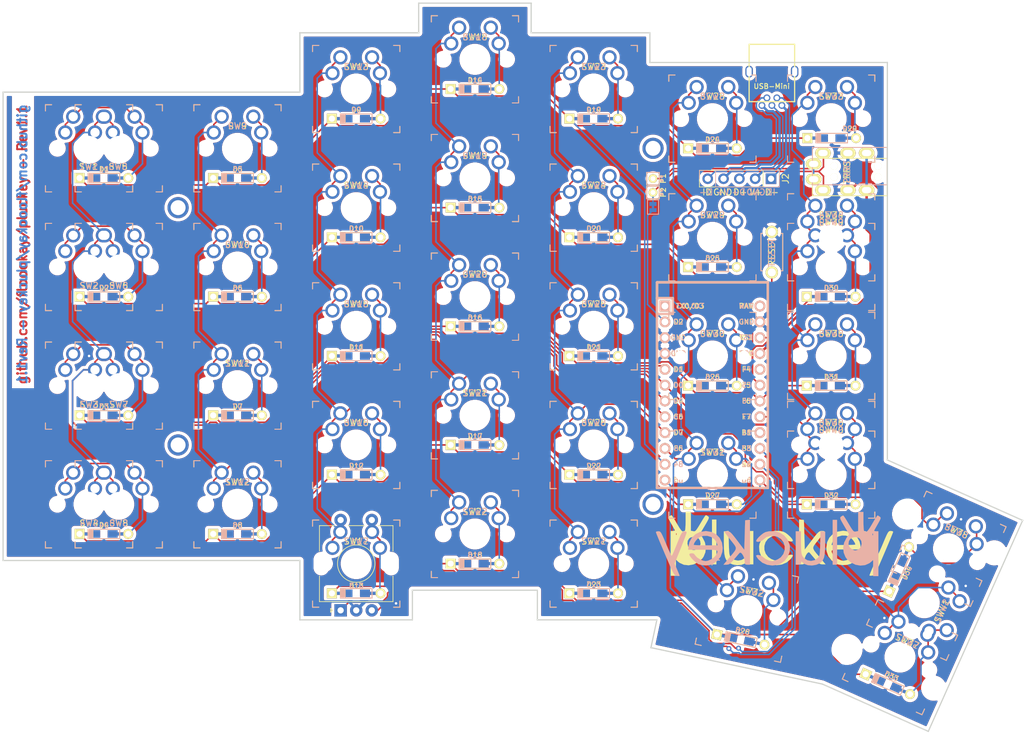
<source format=kicad_pcb>
(kicad_pcb (version 20171130) (host pcbnew 5.1.10)
  (layers (0 F.Cu signal) (31 B.Cu signal) (34 B.Paste user) (35 F.Paste user) (36 B.SilkS user) (37 F.SilkS user) (38 B.Mask user) (39 F.Mask user) (44 Edge.Cuts user))
  (net 0 "")
  (net 1 /row0)
  (net 2 /row1)
  (net 3 /row2)
  (net 4 /row3)
  (net 5 "Net-(D5-Pad2)")
  (net 6 "Net-(D6-Pad2)")
  (net 7 "Net-(D7-Pad2)")
  (net 8 "Net-(D8-Pad2)")
  (net 9 "Net-(D9-Pad2)")
  (net 10 "Net-(D10-Pad2)")
  (net 11 "Net-(D11-Pad2)")
  (net 12 "Net-(D12-Pad2)")
  (net 13 /row4)
  (net 14 "Net-(D13-Pad2)")
  (net 15 "Net-(D14-Pad2)")
  (net 16 "Net-(D15-Pad2)")
  (net 17 "Net-(D16-Pad2)")
  (net 18 "Net-(D17-Pad2)")
  (net 19 "Net-(D18-Pad2)")
  (net 20 "Net-(D19-Pad2)")
  (net 21 "Net-(D20-Pad2)")
  (net 22 "Net-(D21-Pad2)")
  (net 23 "Net-(D22-Pad2)")
  (net 24 "Net-(D23-Pad2)")
  (net 25 "Net-(D24-Pad2)")
  (net 26 "Net-(D25-Pad2)")
  (net 27 "Net-(D26-Pad2)")
  (net 28 "Net-(D27-Pad2)")
  (net 29 "Net-(D28-Pad2)")
  (net 30 "Net-(D29-Pad2)")
  (net 31 "Net-(D30-Pad2)")
  (net 32 "Net-(D31-Pad2)")
  (net 33 "Net-(D32-Pad2)")
  (net 34 "Net-(D33-Pad2)")
  (net 35 "Net-(D34-Pad2)")
  (net 36 "Net-(J1-Pad1)")
  (net 37 "Net-(J1-Pad2)")
  (net 38 "Net-(J1-Pad3)")
  (net 39 "Net-(J1-Pad4)")
  (net 40 "Net-(J1-Pad5)")
  (net 41 /data)
  (net 42 "Net-(JP1-Pad2)")
  (net 43 "Net-(P1-Pad1)")
  (net 44 /reset)
  (net 45 GND)
  (net 46 /col0)
  (net 47 /col1)
  (net 48 /col2)
  (net 49 /col3)
  (net 50 /col4)
  (net 51 /col5)
  (net 52 /col6)
  (net 53 "Net-(U1-Pad24)")
  (net 54 VCC)
  (net 55 "Net-(U1-Pad20)")
  (net 56 "Net-(U1-Pad1)")
  (net 57 "Net-(D1-Pad2)")
  (net 58 "Net-(D2-Pad2)")
  (net 59 "Net-(D3-Pad2)")
  (net 60 "Net-(D4-Pad2)")
  (net 61 "Net-(U1-Pad16)")
  (net 62 /re0)
  (net 63 /re1)
  (module local:PinHeader_1x05_P2.54mm_Vertical (layer F.Cu) (at 147.515 88.225 270)
    (fp_text reference J2 (at 0 -2.33 90) (layer F.SilkS))
    (fp_text value Conn_01x05)
    (fp_text user ID (at 2.159 10.287) (layer F.SilkS))
    (fp_text user V+ (at 2.159 2.413 180) (layer F.SilkS))
    (fp_text user D+ (at 2.159 5.207 180) (layer B.SilkS) (effects (justify mirror)))
    (fp_text user GND (at 2.159 2.413 180) (layer B.SilkS) (effects (justify mirror)))
    (fp_text user V+ (at 2.159 7.747 180) (layer B.SilkS) (effects (justify mirror)))
    (fp_text user ID (at 2.159 0) (layer B.SilkS) (effects (justify mirror)))
    (fp_text user D- (at 2.159 10.414) (layer B.SilkS) (effects (justify mirror)))
    (fp_text user D+ (at 2.159 4.953 180) (layer F.SilkS))
    (fp_text user D- (at 2.159 -0.127) (layer F.SilkS))
    (fp_text user GND (at 2.159 7.747 180) (layer F.SilkS))
    (pad 1 thru_hole rect (at 0 0 270) (size 1.7 1.7) (drill 1) (layers *.Cu *.Mask) (net 37 "Net-(J1-Pad2)"))
    (pad 2 thru_hole oval (at 0 2.54 270) (size 1.7 1.7) (drill 1) (layers *.Cu *.Mask) (net 36 "Net-(J1-Pad1)"))
    (pad 3 thru_hole oval (at 0 5.08 270) (size 1.7 1.7) (drill 1) (layers *.Cu *.Mask) (net 38 "Net-(J1-Pad3)"))
    (pad 4 thru_hole oval (at 0 7.62 270) (size 1.7 1.7) (drill 1) (layers *.Cu *.Mask) (net 40 "Net-(J1-Pad5)"))
    (pad 5 thru_hole oval (at 0 10.16 270) (size 1.7 1.7) (drill 1) (layers *.Cu *.Mask) (net 39 "Net-(J1-Pad4)"))
  )
  (module local:m2.4_hole_plated (layer F.Cu) (at 128.5875 140.49375)
    (fp_text reference H4 hide)
    (fp_text value MountingHole)
    (pad "" np_thru_hole circle (at 0 0) (size 3.4 3.4) (drill 2.4) (layers *.Cu *.Mask))
  )
  (module local:m2.4_hole_plated (layer F.Cu) (at 52.3875 92.86875)
    (fp_text reference H3 hide)
    (fp_text value MountingHole)
    (pad "" np_thru_hole circle (at 0 0) (size 3.4 3.4) (drill 2.4) (layers *.Cu *.Mask))
  )
  (module local:m2.4_hole_plated (layer F.Cu) (at 52.3875 130.96875)
    (fp_text reference H2 hide)
    (fp_text value MountingHole)
    (pad "" np_thru_hole circle (at 0 0) (size 3.4 3.4) (drill 2.4) (layers *.Cu *.Mask))
  )
  (module local:m2.4_hole_plated (layer F.Cu) (at 128.5875 83.34375)
    (fp_text reference H1 hide)
    (fp_text value MountingHole)
    (pad "" np_thru_hole circle (at 0 0) (size 3.4 3.4) (drill 2.4) (layers *.Cu *.Mask))
  )
  (module local:RotaryEncoder_Alps_EC11E-Switch_Vertical_H20mm (layer F.Cu) (at 80.9625 150.01875 90)
    (fp_text reference SW42 (at -0.00063 0.00034 180) (layer F.SilkS))
    (fp_text value Rotary_Encoder_Switch)
    (pad S1 thru_hole circle (at 7 2.5 90) (size 2 2) (drill 1) (layers *.Cu *.Mask) (net 14 "Net-(D13-Pad2)"))
    (pad S2 thru_hole circle (at 7 -2.5 90) (size 2 2) (drill 1) (layers *.Cu *.Mask) (net 48 /col2))
    (pad "" np_thru_hole oval (at 0 5.6 90) (size 2.8 1.5) (drill oval 2.8 1.5) (layers *.Cu *.Mask))
    (pad "" np_thru_hole oval (at 0 -5.6 90) (size 2.8 1.5) (drill oval 2.8 1.5) (layers *.Cu *.Mask))
    (pad B thru_hole circle (at -7.5 2.5 90) (size 2 2) (drill 1) (layers *.Cu *.Mask) (net 62 /re0))
    (pad C thru_hole circle (at -7.5 0 90) (size 2 2) (drill 1) (layers *.Cu *.Mask) (net 45 GND))
    (pad A thru_hole rect (at -7.5 -2.5 90) (size 2 2) (drill 1) (layers *.Cu *.Mask) (net 63 /re1))
  )
  (module keyswitches:Stabilizer_MX_2u (layer F.Cu) (at 172.1 156.3 245.9)
    (fp_text reference REF** hide)
    (fp_text value Stabilizer_MX_2u hide)
    (pad "" np_thru_hole circle (at -11.9 -6.985 245.9) (size 3.048 3.048) (drill 3.048) (layers *.Cu *.Mask))
    (pad "" np_thru_hole circle (at 11.9 -6.985 245.9) (size 3.048 3.048) (drill 3.048) (layers *.Cu *.Mask))
    (pad "" np_thru_hole circle (at -11.9 8.255 245.9) (size 3.9878 3.9878) (drill 3.9878) (layers *.Cu *.Mask))
    (pad "" np_thru_hole circle (at 11.9 8.255 245.9) (size 3.9878 3.9878) (drill 3.9878) (layers *.Cu *.Mask))
  )
  (module keyswitches:SW_MX_reversible (layer F.Cu) (at 172.1 156.3 245.9)
    (fp_text reference SW41 (at 0.055569 -3.131058 65.9) (layer B.SilkS) (effects (justify mirror)))
    (fp_text value SW_Push)
    (fp_text user %R (at 0.055569 -3.131058 65.9) (layer F.SilkS))
    (pad "" np_thru_hole circle (at -5.08 0 245.9) (size 1.7018 1.7018) (drill 1.7018) (layers *.Cu *.Mask))
    (pad "" np_thru_hole circle (at 5.08 0 245.9) (size 1.7018 1.7018) (drill 1.7018) (layers *.Cu *.Mask))
    (pad 1 thru_hole circle (at -3.81 -2.54 245.9) (size 2.286 2.286) (drill 1.4986) (layers *.Cu *.Mask) (net 52 /col6))
    (pad "" np_thru_hole circle (at 0 0 245.9) (size 3.9878 3.9878) (drill 3.9878) (layers *.Cu *.Mask))
    (pad 2 thru_hole circle (at 2.54 -5.08 245.9) (size 2.286 2.286) (drill 1.4986) (layers *.Cu *.Mask) (net 34 "Net-(D33-Pad2)"))
    (pad 1 thru_hole circle (at -2.54 -5.08 245.9) (size 2.286 2.286) (drill 1.4986) (layers *.Cu *.Mask) (net 52 /col6))
    (pad 2 thru_hole circle (at 3.81 -2.54 245.9) (size 2.286 2.286) (drill 1.4986) (layers *.Cu *.Mask) (net 34 "Net-(D33-Pad2)"))
  )
  (module Keebio-Parts:Diode-dual (layer F.Cu) (at 168.05 150.9 245.9)
    (fp_text reference D34 (at 0.028758 -1.417724 65.9) (layer F.SilkS) (effects (font (size 0.8 0.8))))
    (fp_text value D hide)
    (fp_text user D34 (at 0.054158 -1.420724 245.9) (layer B.SilkS) (effects (font (size 0.8 0.8)) (justify mirror)))
    (pad 1 smd rect (at 2.5 0 245.9) (size 2.9 0.5) (layers F.Cu) (net 13 /row4))
    (pad 2 smd rect (at -2.5 0 245.9) (size 2.9 0.5) (layers F.Cu) (net 35 "Net-(D34-Pad2)"))
    (pad 1 thru_hole rect (at 3.9 0 245.9) (size 1.6 1.6) (drill 1) (layers *.Cu *.Mask F.SilkS) (net 13 /row4))
    (pad 2 thru_hole circle (at -3.9 0 245.9) (size 1.6 1.6) (drill 1) (layers *.Cu *.Mask F.SilkS) (net 35 "Net-(D34-Pad2)"))
    (pad 2 smd rect (at -1.4 0 245.9) (size 1.6 1.2) (layers F.Cu F.Paste F.Mask) (net 35 "Net-(D34-Pad2)"))
    (pad 1 smd rect (at 1.4 0 245.9) (size 1.6 1.2) (layers F.Cu F.Paste F.Mask) (net 13 /row4))
    (pad 1 smd rect (at 2.5 0 245.9) (size 2.9 0.5) (layers B.Cu) (net 13 /row4))
    (pad 1 smd rect (at 1.4 0 245.9) (size 1.6 1.2) (layers B.Cu B.Paste B.Mask) (net 13 /row4))
    (pad 2 smd rect (at -1.4 0 245.9) (size 1.6 1.2) (layers B.Cu B.Paste B.Mask) (net 35 "Net-(D34-Pad2)"))
    (pad 2 smd rect (at -2.5 0 245.9) (size 2.9 0.5) (layers B.Cu) (net 35 "Net-(D34-Pad2)"))
  )
  (module Keebio-Parts:Diode-dual (layer F.Cu) (at 166.259166 169.373002 155.9)
    (fp_text reference D33 (at -0.0254 1.4 155.9) (layer F.SilkS) (effects (font (size 0.8 0.8))))
    (fp_text value D hide)
    (fp_text user D33 (at 0 1.397 335.9) (layer B.SilkS) (effects (font (size 0.8 0.8)) (justify mirror)))
    (pad 1 smd rect (at 2.5 0 155.9) (size 2.9 0.5) (layers F.Cu) (net 13 /row4))
    (pad 2 smd rect (at -2.5 0 155.9) (size 2.9 0.5) (layers F.Cu) (net 34 "Net-(D33-Pad2)"))
    (pad 1 thru_hole rect (at 3.9 0 155.9) (size 1.6 1.6) (drill 1) (layers *.Cu *.Mask F.SilkS) (net 13 /row4))
    (pad 2 thru_hole circle (at -3.9 0 155.9) (size 1.6 1.6) (drill 1) (layers *.Cu *.Mask F.SilkS) (net 34 "Net-(D33-Pad2)"))
    (pad 2 smd rect (at -1.4 0 155.9) (size 1.6 1.2) (layers F.Cu F.Paste F.Mask) (net 34 "Net-(D33-Pad2)"))
    (pad 1 smd rect (at 1.4 0 155.9) (size 1.6 1.2) (layers F.Cu F.Paste F.Mask) (net 13 /row4))
    (pad 1 smd rect (at 2.5 0 155.9) (size 2.9 0.5) (layers B.Cu) (net 13 /row4))
    (pad 1 smd rect (at 1.4 0 155.9) (size 1.6 1.2) (layers B.Cu B.Paste B.Mask) (net 13 /row4))
    (pad 2 smd rect (at -1.4 0 155.9) (size 1.6 1.2) (layers B.Cu B.Paste B.Mask) (net 34 "Net-(D33-Pad2)"))
    (pad 2 smd rect (at -2.5 0 155.9) (size 2.9 0.5) (layers B.Cu) (net 34 "Net-(D33-Pad2)"))
  )
  (module Keebio-Parts:Diode-dual (layer F.Cu) (at 157.1625 140.49375 180)
    (fp_text reference D32 (at -0.0254 1.4) (layer F.SilkS) (effects (font (size 0.8 0.8))))
    (fp_text value D hide)
    (fp_text user D32 (at 0 1.397 180) (layer B.SilkS) (effects (font (size 0.8 0.8)) (justify mirror)))
    (pad 1 smd rect (at 2.5 0 180) (size 2.9 0.5) (layers F.Cu) (net 4 /row3))
    (pad 2 smd rect (at -2.5 0 180) (size 2.9 0.5) (layers F.Cu) (net 33 "Net-(D32-Pad2)"))
    (pad 1 thru_hole rect (at 3.9 0 180) (size 1.6 1.6) (drill 1) (layers *.Cu *.Mask F.SilkS) (net 4 /row3))
    (pad 2 thru_hole circle (at -3.9 0 180) (size 1.6 1.6) (drill 1) (layers *.Cu *.Mask F.SilkS) (net 33 "Net-(D32-Pad2)"))
    (pad 2 smd rect (at -1.4 0 180) (size 1.6 1.2) (layers F.Cu F.Paste F.Mask) (net 33 "Net-(D32-Pad2)"))
    (pad 1 smd rect (at 1.4 0 180) (size 1.6 1.2) (layers F.Cu F.Paste F.Mask) (net 4 /row3))
    (pad 1 smd rect (at 2.5 0 180) (size 2.9 0.5) (layers B.Cu) (net 4 /row3))
    (pad 1 smd rect (at 1.4 0 180) (size 1.6 1.2) (layers B.Cu B.Paste B.Mask) (net 4 /row3))
    (pad 2 smd rect (at -1.4 0 180) (size 1.6 1.2) (layers B.Cu B.Paste B.Mask) (net 33 "Net-(D32-Pad2)"))
    (pad 2 smd rect (at -2.5 0 180) (size 2.9 0.5) (layers B.Cu) (net 33 "Net-(D32-Pad2)"))
  )
  (module Keebio-Parts:Diode-dual (layer F.Cu) (at 157.1625 121.44375 180)
    (fp_text reference D31 (at -0.0254 1.4) (layer F.SilkS) (effects (font (size 0.8 0.8))))
    (fp_text value D hide)
    (fp_text user D31 (at 0 1.397 180) (layer B.SilkS) (effects (font (size 0.8 0.8)) (justify mirror)))
    (pad 1 smd rect (at 2.5 0 180) (size 2.9 0.5) (layers F.Cu) (net 3 /row2))
    (pad 2 smd rect (at -2.5 0 180) (size 2.9 0.5) (layers F.Cu) (net 32 "Net-(D31-Pad2)"))
    (pad 1 thru_hole rect (at 3.9 0 180) (size 1.6 1.6) (drill 1) (layers *.Cu *.Mask F.SilkS) (net 3 /row2))
    (pad 2 thru_hole circle (at -3.9 0 180) (size 1.6 1.6) (drill 1) (layers *.Cu *.Mask F.SilkS) (net 32 "Net-(D31-Pad2)"))
    (pad 2 smd rect (at -1.4 0 180) (size 1.6 1.2) (layers F.Cu F.Paste F.Mask) (net 32 "Net-(D31-Pad2)"))
    (pad 1 smd rect (at 1.4 0 180) (size 1.6 1.2) (layers F.Cu F.Paste F.Mask) (net 3 /row2))
    (pad 1 smd rect (at 2.5 0 180) (size 2.9 0.5) (layers B.Cu) (net 3 /row2))
    (pad 1 smd rect (at 1.4 0 180) (size 1.6 1.2) (layers B.Cu B.Paste B.Mask) (net 3 /row2))
    (pad 2 smd rect (at -1.4 0 180) (size 1.6 1.2) (layers B.Cu B.Paste B.Mask) (net 32 "Net-(D31-Pad2)"))
    (pad 2 smd rect (at -2.5 0 180) (size 2.9 0.5) (layers B.Cu) (net 32 "Net-(D31-Pad2)"))
  )
  (module Keebio-Parts:Diode-dual (layer F.Cu) (at 157.1625 107.15625 180)
    (fp_text reference D30 (at -0.0254 1.4) (layer F.SilkS) (effects (font (size 0.8 0.8))))
    (fp_text value D hide)
    (fp_text user D30 (at 0 1.397 180) (layer B.SilkS) (effects (font (size 0.8 0.8)) (justify mirror)))
    (pad 1 smd rect (at 2.5 0 180) (size 2.9 0.5) (layers F.Cu) (net 2 /row1))
    (pad 2 smd rect (at -2.5 0 180) (size 2.9 0.5) (layers F.Cu) (net 31 "Net-(D30-Pad2)"))
    (pad 1 thru_hole rect (at 3.9 0 180) (size 1.6 1.6) (drill 1) (layers *.Cu *.Mask F.SilkS) (net 2 /row1))
    (pad 2 thru_hole circle (at -3.9 0 180) (size 1.6 1.6) (drill 1) (layers *.Cu *.Mask F.SilkS) (net 31 "Net-(D30-Pad2)"))
    (pad 2 smd rect (at -1.4 0 180) (size 1.6 1.2) (layers F.Cu F.Paste F.Mask) (net 31 "Net-(D30-Pad2)"))
    (pad 1 smd rect (at 1.4 0 180) (size 1.6 1.2) (layers F.Cu F.Paste F.Mask) (net 2 /row1))
    (pad 1 smd rect (at 2.5 0 180) (size 2.9 0.5) (layers B.Cu) (net 2 /row1))
    (pad 1 smd rect (at 1.4 0 180) (size 1.6 1.2) (layers B.Cu B.Paste B.Mask) (net 2 /row1))
    (pad 2 smd rect (at -1.4 0 180) (size 1.6 1.2) (layers B.Cu B.Paste B.Mask) (net 31 "Net-(D30-Pad2)"))
    (pad 2 smd rect (at -2.5 0 180) (size 2.9 0.5) (layers B.Cu) (net 31 "Net-(D30-Pad2)"))
  )
  (module Keebio-Parts:Diode-dual (layer F.Cu) (at 157.25 81.7 180)
    (fp_text reference D29 (at -2.9 1.5) (layer F.SilkS) (effects (font (size 0.8 0.8))))
    (fp_text value D hide)
    (fp_text user D29 (at -2.9 1.5 180) (layer B.SilkS) (effects (font (size 0.8 0.8)) (justify mirror)))
    (pad 1 smd rect (at 2.5 0 180) (size 2.9 0.5) (layers F.Cu) (net 1 /row0))
    (pad 2 smd rect (at -2.5 0 180) (size 2.9 0.5) (layers F.Cu) (net 30 "Net-(D29-Pad2)"))
    (pad 1 thru_hole rect (at 3.9 0 180) (size 1.6 1.6) (drill 1) (layers *.Cu *.Mask F.SilkS) (net 1 /row0))
    (pad 2 thru_hole circle (at -3.9 0 180) (size 1.6 1.6) (drill 1) (layers *.Cu *.Mask F.SilkS) (net 30 "Net-(D29-Pad2)"))
    (pad 2 smd rect (at -1.4 0 180) (size 1.6 1.2) (layers F.Cu F.Paste F.Mask) (net 30 "Net-(D29-Pad2)"))
    (pad 1 smd rect (at 1.4 0 180) (size 1.6 1.2) (layers F.Cu F.Paste F.Mask) (net 1 /row0))
    (pad 1 smd rect (at 2.5 0 180) (size 2.9 0.5) (layers B.Cu) (net 1 /row0))
    (pad 1 smd rect (at 1.4 0 180) (size 1.6 1.2) (layers B.Cu B.Paste B.Mask) (net 1 /row0))
    (pad 2 smd rect (at -1.4 0 180) (size 1.6 1.2) (layers B.Cu B.Paste B.Mask) (net 30 "Net-(D29-Pad2)"))
    (pad 2 smd rect (at -2.5 0 180) (size 2.9 0.5) (layers B.Cu) (net 30 "Net-(D29-Pad2)"))
  )
  (module Keebio-Parts:Diode-dual (layer F.Cu) (at 142.649991 162.214238 168)
    (fp_text reference D28 (at -0.0254 1.4 168) (layer F.SilkS) (effects (font (size 0.8 0.8))))
    (fp_text value D hide)
    (fp_text user D28 (at 0 1.397 348) (layer B.SilkS) (effects (font (size 0.8 0.8)) (justify mirror)))
    (pad 1 smd rect (at 2.5 0 168) (size 2.9 0.5) (layers F.Cu) (net 13 /row4))
    (pad 2 smd rect (at -2.5 0 168) (size 2.9 0.5) (layers F.Cu) (net 29 "Net-(D28-Pad2)"))
    (pad 1 thru_hole rect (at 3.9 0 168) (size 1.6 1.6) (drill 1) (layers *.Cu *.Mask F.SilkS) (net 13 /row4))
    (pad 2 thru_hole circle (at -3.9 0 168) (size 1.6 1.6) (drill 1) (layers *.Cu *.Mask F.SilkS) (net 29 "Net-(D28-Pad2)"))
    (pad 2 smd rect (at -1.4 0 168) (size 1.6 1.2) (layers F.Cu F.Paste F.Mask) (net 29 "Net-(D28-Pad2)"))
    (pad 1 smd rect (at 1.4 0 168) (size 1.6 1.2) (layers F.Cu F.Paste F.Mask) (net 13 /row4))
    (pad 1 smd rect (at 2.5 0 168) (size 2.9 0.5) (layers B.Cu) (net 13 /row4))
    (pad 1 smd rect (at 1.4 0 168) (size 1.6 1.2) (layers B.Cu B.Paste B.Mask) (net 13 /row4))
    (pad 2 smd rect (at -1.4 0 168) (size 1.6 1.2) (layers B.Cu B.Paste B.Mask) (net 29 "Net-(D28-Pad2)"))
    (pad 2 smd rect (at -2.5 0 168) (size 2.9 0.5) (layers B.Cu) (net 29 "Net-(D28-Pad2)"))
  )
  (module Keebio-Parts:Diode-dual (layer F.Cu) (at 138.1125 140.49375 180)
    (fp_text reference D27 (at -0.0254 1.4) (layer F.SilkS) (effects (font (size 0.8 0.8))))
    (fp_text value D hide)
    (fp_text user D27 (at 0 1.397 180) (layer B.SilkS) (effects (font (size 0.8 0.8)) (justify mirror)))
    (pad 1 smd rect (at 2.5 0 180) (size 2.9 0.5) (layers F.Cu) (net 4 /row3))
    (pad 2 smd rect (at -2.5 0 180) (size 2.9 0.5) (layers F.Cu) (net 28 "Net-(D27-Pad2)"))
    (pad 1 thru_hole rect (at 3.9 0 180) (size 1.6 1.6) (drill 1) (layers *.Cu *.Mask F.SilkS) (net 4 /row3))
    (pad 2 thru_hole circle (at -3.9 0 180) (size 1.6 1.6) (drill 1) (layers *.Cu *.Mask F.SilkS) (net 28 "Net-(D27-Pad2)"))
    (pad 2 smd rect (at -1.4 0 180) (size 1.6 1.2) (layers F.Cu F.Paste F.Mask) (net 28 "Net-(D27-Pad2)"))
    (pad 1 smd rect (at 1.4 0 180) (size 1.6 1.2) (layers F.Cu F.Paste F.Mask) (net 4 /row3))
    (pad 1 smd rect (at 2.5 0 180) (size 2.9 0.5) (layers B.Cu) (net 4 /row3))
    (pad 1 smd rect (at 1.4 0 180) (size 1.6 1.2) (layers B.Cu B.Paste B.Mask) (net 4 /row3))
    (pad 2 smd rect (at -1.4 0 180) (size 1.6 1.2) (layers B.Cu B.Paste B.Mask) (net 28 "Net-(D27-Pad2)"))
    (pad 2 smd rect (at -2.5 0 180) (size 2.9 0.5) (layers B.Cu) (net 28 "Net-(D27-Pad2)"))
  )
  (module Keebio-Parts:Diode-dual (layer F.Cu) (at 138.1125 121.44375 180)
    (fp_text reference D26 (at -0.0254 1.4) (layer F.SilkS) (effects (font (size 0.8 0.8))))
    (fp_text value D hide)
    (fp_text user D26 (at 0 1.397 180) (layer B.SilkS) (effects (font (size 0.8 0.8)) (justify mirror)))
    (pad 1 smd rect (at 2.5 0 180) (size 2.9 0.5) (layers F.Cu) (net 3 /row2))
    (pad 2 smd rect (at -2.5 0 180) (size 2.9 0.5) (layers F.Cu) (net 27 "Net-(D26-Pad2)"))
    (pad 1 thru_hole rect (at 3.9 0 180) (size 1.6 1.6) (drill 1) (layers *.Cu *.Mask F.SilkS) (net 3 /row2))
    (pad 2 thru_hole circle (at -3.9 0 180) (size 1.6 1.6) (drill 1) (layers *.Cu *.Mask F.SilkS) (net 27 "Net-(D26-Pad2)"))
    (pad 2 smd rect (at -1.4 0 180) (size 1.6 1.2) (layers F.Cu F.Paste F.Mask) (net 27 "Net-(D26-Pad2)"))
    (pad 1 smd rect (at 1.4 0 180) (size 1.6 1.2) (layers F.Cu F.Paste F.Mask) (net 3 /row2))
    (pad 1 smd rect (at 2.5 0 180) (size 2.9 0.5) (layers B.Cu) (net 3 /row2))
    (pad 1 smd rect (at 1.4 0 180) (size 1.6 1.2) (layers B.Cu B.Paste B.Mask) (net 3 /row2))
    (pad 2 smd rect (at -1.4 0 180) (size 1.6 1.2) (layers B.Cu B.Paste B.Mask) (net 27 "Net-(D26-Pad2)"))
    (pad 2 smd rect (at -2.5 0 180) (size 2.9 0.5) (layers B.Cu) (net 27 "Net-(D26-Pad2)"))
  )
  (module Keebio-Parts:Diode-dual (layer F.Cu) (at 138.1125 102.39375 180)
    (fp_text reference D25 (at -0.0254 1.4) (layer F.SilkS) (effects (font (size 0.8 0.8))))
    (fp_text value D hide)
    (fp_text user D25 (at 0 1.397 180) (layer B.SilkS) (effects (font (size 0.8 0.8)) (justify mirror)))
    (pad 1 smd rect (at 2.5 0 180) (size 2.9 0.5) (layers F.Cu) (net 2 /row1))
    (pad 2 smd rect (at -2.5 0 180) (size 2.9 0.5) (layers F.Cu) (net 26 "Net-(D25-Pad2)"))
    (pad 1 thru_hole rect (at 3.9 0 180) (size 1.6 1.6) (drill 1) (layers *.Cu *.Mask F.SilkS) (net 2 /row1))
    (pad 2 thru_hole circle (at -3.9 0 180) (size 1.6 1.6) (drill 1) (layers *.Cu *.Mask F.SilkS) (net 26 "Net-(D25-Pad2)"))
    (pad 2 smd rect (at -1.4 0 180) (size 1.6 1.2) (layers F.Cu F.Paste F.Mask) (net 26 "Net-(D25-Pad2)"))
    (pad 1 smd rect (at 1.4 0 180) (size 1.6 1.2) (layers F.Cu F.Paste F.Mask) (net 2 /row1))
    (pad 1 smd rect (at 2.5 0 180) (size 2.9 0.5) (layers B.Cu) (net 2 /row1))
    (pad 1 smd rect (at 1.4 0 180) (size 1.6 1.2) (layers B.Cu B.Paste B.Mask) (net 2 /row1))
    (pad 2 smd rect (at -1.4 0 180) (size 1.6 1.2) (layers B.Cu B.Paste B.Mask) (net 26 "Net-(D25-Pad2)"))
    (pad 2 smd rect (at -2.5 0 180) (size 2.9 0.5) (layers B.Cu) (net 26 "Net-(D25-Pad2)"))
  )
  (module Keebio-Parts:Diode-dual (layer F.Cu) (at 138.1125 83.34375 180)
    (fp_text reference D24 (at -0.0254 1.4) (layer F.SilkS) (effects (font (size 0.8 0.8))))
    (fp_text value D hide)
    (fp_text user D24 (at 0 1.397 180) (layer B.SilkS) (effects (font (size 0.8 0.8)) (justify mirror)))
    (pad 1 smd rect (at 2.5 0 180) (size 2.9 0.5) (layers F.Cu) (net 1 /row0))
    (pad 2 smd rect (at -2.5 0 180) (size 2.9 0.5) (layers F.Cu) (net 25 "Net-(D24-Pad2)"))
    (pad 1 thru_hole rect (at 3.9 0 180) (size 1.6 1.6) (drill 1) (layers *.Cu *.Mask F.SilkS) (net 1 /row0))
    (pad 2 thru_hole circle (at -3.9 0 180) (size 1.6 1.6) (drill 1) (layers *.Cu *.Mask F.SilkS) (net 25 "Net-(D24-Pad2)"))
    (pad 2 smd rect (at -1.4 0 180) (size 1.6 1.2) (layers F.Cu F.Paste F.Mask) (net 25 "Net-(D24-Pad2)"))
    (pad 1 smd rect (at 1.4 0 180) (size 1.6 1.2) (layers F.Cu F.Paste F.Mask) (net 1 /row0))
    (pad 1 smd rect (at 2.5 0 180) (size 2.9 0.5) (layers B.Cu) (net 1 /row0))
    (pad 1 smd rect (at 1.4 0 180) (size 1.6 1.2) (layers B.Cu B.Paste B.Mask) (net 1 /row0))
    (pad 2 smd rect (at -1.4 0 180) (size 1.6 1.2) (layers B.Cu B.Paste B.Mask) (net 25 "Net-(D24-Pad2)"))
    (pad 2 smd rect (at -2.5 0 180) (size 2.9 0.5) (layers B.Cu) (net 25 "Net-(D24-Pad2)"))
  )
  (module Keebio-Parts:Diode-dual (layer F.Cu) (at 119.0625 154.78125 180)
    (fp_text reference D23 (at -0.0254 1.4) (layer F.SilkS) (effects (font (size 0.8 0.8))))
    (fp_text value D hide)
    (fp_text user D23 (at 0 1.397 180) (layer B.SilkS) (effects (font (size 0.8 0.8)) (justify mirror)))
    (pad 1 smd rect (at 2.5 0 180) (size 2.9 0.5) (layers F.Cu) (net 13 /row4))
    (pad 2 smd rect (at -2.5 0 180) (size 2.9 0.5) (layers F.Cu) (net 24 "Net-(D23-Pad2)"))
    (pad 1 thru_hole rect (at 3.9 0 180) (size 1.6 1.6) (drill 1) (layers *.Cu *.Mask F.SilkS) (net 13 /row4))
    (pad 2 thru_hole circle (at -3.9 0 180) (size 1.6 1.6) (drill 1) (layers *.Cu *.Mask F.SilkS) (net 24 "Net-(D23-Pad2)"))
    (pad 2 smd rect (at -1.4 0 180) (size 1.6 1.2) (layers F.Cu F.Paste F.Mask) (net 24 "Net-(D23-Pad2)"))
    (pad 1 smd rect (at 1.4 0 180) (size 1.6 1.2) (layers F.Cu F.Paste F.Mask) (net 13 /row4))
    (pad 1 smd rect (at 2.5 0 180) (size 2.9 0.5) (layers B.Cu) (net 13 /row4))
    (pad 1 smd rect (at 1.4 0 180) (size 1.6 1.2) (layers B.Cu B.Paste B.Mask) (net 13 /row4))
    (pad 2 smd rect (at -1.4 0 180) (size 1.6 1.2) (layers B.Cu B.Paste B.Mask) (net 24 "Net-(D23-Pad2)"))
    (pad 2 smd rect (at -2.5 0 180) (size 2.9 0.5) (layers B.Cu) (net 24 "Net-(D23-Pad2)"))
  )
  (module Keebio-Parts:Diode-dual (layer F.Cu) (at 119.0625 135.73125 180)
    (fp_text reference D22 (at -0.0254 1.4) (layer F.SilkS) (effects (font (size 0.8 0.8))))
    (fp_text value D hide)
    (fp_text user D22 (at 0 1.397 180) (layer B.SilkS) (effects (font (size 0.8 0.8)) (justify mirror)))
    (pad 1 smd rect (at 2.5 0 180) (size 2.9 0.5) (layers F.Cu) (net 4 /row3))
    (pad 2 smd rect (at -2.5 0 180) (size 2.9 0.5) (layers F.Cu) (net 23 "Net-(D22-Pad2)"))
    (pad 1 thru_hole rect (at 3.9 0 180) (size 1.6 1.6) (drill 1) (layers *.Cu *.Mask F.SilkS) (net 4 /row3))
    (pad 2 thru_hole circle (at -3.9 0 180) (size 1.6 1.6) (drill 1) (layers *.Cu *.Mask F.SilkS) (net 23 "Net-(D22-Pad2)"))
    (pad 2 smd rect (at -1.4 0 180) (size 1.6 1.2) (layers F.Cu F.Paste F.Mask) (net 23 "Net-(D22-Pad2)"))
    (pad 1 smd rect (at 1.4 0 180) (size 1.6 1.2) (layers F.Cu F.Paste F.Mask) (net 4 /row3))
    (pad 1 smd rect (at 2.5 0 180) (size 2.9 0.5) (layers B.Cu) (net 4 /row3))
    (pad 1 smd rect (at 1.4 0 180) (size 1.6 1.2) (layers B.Cu B.Paste B.Mask) (net 4 /row3))
    (pad 2 smd rect (at -1.4 0 180) (size 1.6 1.2) (layers B.Cu B.Paste B.Mask) (net 23 "Net-(D22-Pad2)"))
    (pad 2 smd rect (at -2.5 0 180) (size 2.9 0.5) (layers B.Cu) (net 23 "Net-(D22-Pad2)"))
  )
  (module Keebio-Parts:Diode-dual (layer F.Cu) (at 119.0625 116.68125 180)
    (fp_text reference D21 (at -0.0254 1.4) (layer F.SilkS) (effects (font (size 0.8 0.8))))
    (fp_text value D hide)
    (fp_text user D21 (at 0 1.397 180) (layer B.SilkS) (effects (font (size 0.8 0.8)) (justify mirror)))
    (pad 1 smd rect (at 2.5 0 180) (size 2.9 0.5) (layers F.Cu) (net 3 /row2))
    (pad 2 smd rect (at -2.5 0 180) (size 2.9 0.5) (layers F.Cu) (net 22 "Net-(D21-Pad2)"))
    (pad 1 thru_hole rect (at 3.9 0 180) (size 1.6 1.6) (drill 1) (layers *.Cu *.Mask F.SilkS) (net 3 /row2))
    (pad 2 thru_hole circle (at -3.9 0 180) (size 1.6 1.6) (drill 1) (layers *.Cu *.Mask F.SilkS) (net 22 "Net-(D21-Pad2)"))
    (pad 2 smd rect (at -1.4 0 180) (size 1.6 1.2) (layers F.Cu F.Paste F.Mask) (net 22 "Net-(D21-Pad2)"))
    (pad 1 smd rect (at 1.4 0 180) (size 1.6 1.2) (layers F.Cu F.Paste F.Mask) (net 3 /row2))
    (pad 1 smd rect (at 2.5 0 180) (size 2.9 0.5) (layers B.Cu) (net 3 /row2))
    (pad 1 smd rect (at 1.4 0 180) (size 1.6 1.2) (layers B.Cu B.Paste B.Mask) (net 3 /row2))
    (pad 2 smd rect (at -1.4 0 180) (size 1.6 1.2) (layers B.Cu B.Paste B.Mask) (net 22 "Net-(D21-Pad2)"))
    (pad 2 smd rect (at -2.5 0 180) (size 2.9 0.5) (layers B.Cu) (net 22 "Net-(D21-Pad2)"))
  )
  (module Keebio-Parts:Diode-dual (layer F.Cu) (at 119.0625 97.63125 180)
    (fp_text reference D20 (at -0.0254 1.4) (layer F.SilkS) (effects (font (size 0.8 0.8))))
    (fp_text value D hide)
    (fp_text user D20 (at 0 1.397 180) (layer B.SilkS) (effects (font (size 0.8 0.8)) (justify mirror)))
    (pad 1 smd rect (at 2.5 0 180) (size 2.9 0.5) (layers F.Cu) (net 2 /row1))
    (pad 2 smd rect (at -2.5 0 180) (size 2.9 0.5) (layers F.Cu) (net 21 "Net-(D20-Pad2)"))
    (pad 1 thru_hole rect (at 3.9 0 180) (size 1.6 1.6) (drill 1) (layers *.Cu *.Mask F.SilkS) (net 2 /row1))
    (pad 2 thru_hole circle (at -3.9 0 180) (size 1.6 1.6) (drill 1) (layers *.Cu *.Mask F.SilkS) (net 21 "Net-(D20-Pad2)"))
    (pad 2 smd rect (at -1.4 0 180) (size 1.6 1.2) (layers F.Cu F.Paste F.Mask) (net 21 "Net-(D20-Pad2)"))
    (pad 1 smd rect (at 1.4 0 180) (size 1.6 1.2) (layers F.Cu F.Paste F.Mask) (net 2 /row1))
    (pad 1 smd rect (at 2.5 0 180) (size 2.9 0.5) (layers B.Cu) (net 2 /row1))
    (pad 1 smd rect (at 1.4 0 180) (size 1.6 1.2) (layers B.Cu B.Paste B.Mask) (net 2 /row1))
    (pad 2 smd rect (at -1.4 0 180) (size 1.6 1.2) (layers B.Cu B.Paste B.Mask) (net 21 "Net-(D20-Pad2)"))
    (pad 2 smd rect (at -2.5 0 180) (size 2.9 0.5) (layers B.Cu) (net 21 "Net-(D20-Pad2)"))
  )
  (module Keebio-Parts:Diode-dual (layer F.Cu) (at 119.0625 78.58125 180)
    (fp_text reference D19 (at -0.0254 1.4) (layer F.SilkS) (effects (font (size 0.8 0.8))))
    (fp_text value D hide)
    (fp_text user D19 (at 0 1.397 180) (layer B.SilkS) (effects (font (size 0.8 0.8)) (justify mirror)))
    (pad 1 smd rect (at 2.5 0 180) (size 2.9 0.5) (layers F.Cu) (net 1 /row0))
    (pad 2 smd rect (at -2.5 0 180) (size 2.9 0.5) (layers F.Cu) (net 20 "Net-(D19-Pad2)"))
    (pad 1 thru_hole rect (at 3.9 0 180) (size 1.6 1.6) (drill 1) (layers *.Cu *.Mask F.SilkS) (net 1 /row0))
    (pad 2 thru_hole circle (at -3.9 0 180) (size 1.6 1.6) (drill 1) (layers *.Cu *.Mask F.SilkS) (net 20 "Net-(D19-Pad2)"))
    (pad 2 smd rect (at -1.4 0 180) (size 1.6 1.2) (layers F.Cu F.Paste F.Mask) (net 20 "Net-(D19-Pad2)"))
    (pad 1 smd rect (at 1.4 0 180) (size 1.6 1.2) (layers F.Cu F.Paste F.Mask) (net 1 /row0))
    (pad 1 smd rect (at 2.5 0 180) (size 2.9 0.5) (layers B.Cu) (net 1 /row0))
    (pad 1 smd rect (at 1.4 0 180) (size 1.6 1.2) (layers B.Cu B.Paste B.Mask) (net 1 /row0))
    (pad 2 smd rect (at -1.4 0 180) (size 1.6 1.2) (layers B.Cu B.Paste B.Mask) (net 20 "Net-(D19-Pad2)"))
    (pad 2 smd rect (at -2.5 0 180) (size 2.9 0.5) (layers B.Cu) (net 20 "Net-(D19-Pad2)"))
  )
  (module Keebio-Parts:Diode-dual (layer F.Cu) (at 100.0125 150.01875 180)
    (fp_text reference D18 (at -0.0254 1.4) (layer F.SilkS) (effects (font (size 0.8 0.8))))
    (fp_text value D hide)
    (fp_text user D18 (at 0 1.397 180) (layer B.SilkS) (effects (font (size 0.8 0.8)) (justify mirror)))
    (pad 1 smd rect (at 2.5 0 180) (size 2.9 0.5) (layers F.Cu) (net 13 /row4))
    (pad 2 smd rect (at -2.5 0 180) (size 2.9 0.5) (layers F.Cu) (net 19 "Net-(D18-Pad2)"))
    (pad 1 thru_hole rect (at 3.9 0 180) (size 1.6 1.6) (drill 1) (layers *.Cu *.Mask F.SilkS) (net 13 /row4))
    (pad 2 thru_hole circle (at -3.9 0 180) (size 1.6 1.6) (drill 1) (layers *.Cu *.Mask F.SilkS) (net 19 "Net-(D18-Pad2)"))
    (pad 2 smd rect (at -1.4 0 180) (size 1.6 1.2) (layers F.Cu F.Paste F.Mask) (net 19 "Net-(D18-Pad2)"))
    (pad 1 smd rect (at 1.4 0 180) (size 1.6 1.2) (layers F.Cu F.Paste F.Mask) (net 13 /row4))
    (pad 1 smd rect (at 2.5 0 180) (size 2.9 0.5) (layers B.Cu) (net 13 /row4))
    (pad 1 smd rect (at 1.4 0 180) (size 1.6 1.2) (layers B.Cu B.Paste B.Mask) (net 13 /row4))
    (pad 2 smd rect (at -1.4 0 180) (size 1.6 1.2) (layers B.Cu B.Paste B.Mask) (net 19 "Net-(D18-Pad2)"))
    (pad 2 smd rect (at -2.5 0 180) (size 2.9 0.5) (layers B.Cu) (net 19 "Net-(D18-Pad2)"))
  )
  (module Keebio-Parts:Diode-dual (layer F.Cu) (at 100.0125 130.96875 180)
    (fp_text reference D17 (at -0.0254 1.4) (layer F.SilkS) (effects (font (size 0.8 0.8))))
    (fp_text value D hide)
    (fp_text user D17 (at 0 1.397 180) (layer B.SilkS) (effects (font (size 0.8 0.8)) (justify mirror)))
    (pad 1 smd rect (at 2.5 0 180) (size 2.9 0.5) (layers F.Cu) (net 4 /row3))
    (pad 2 smd rect (at -2.5 0 180) (size 2.9 0.5) (layers F.Cu) (net 18 "Net-(D17-Pad2)"))
    (pad 1 thru_hole rect (at 3.9 0 180) (size 1.6 1.6) (drill 1) (layers *.Cu *.Mask F.SilkS) (net 4 /row3))
    (pad 2 thru_hole circle (at -3.9 0 180) (size 1.6 1.6) (drill 1) (layers *.Cu *.Mask F.SilkS) (net 18 "Net-(D17-Pad2)"))
    (pad 2 smd rect (at -1.4 0 180) (size 1.6 1.2) (layers F.Cu F.Paste F.Mask) (net 18 "Net-(D17-Pad2)"))
    (pad 1 smd rect (at 1.4 0 180) (size 1.6 1.2) (layers F.Cu F.Paste F.Mask) (net 4 /row3))
    (pad 1 smd rect (at 2.5 0 180) (size 2.9 0.5) (layers B.Cu) (net 4 /row3))
    (pad 1 smd rect (at 1.4 0 180) (size 1.6 1.2) (layers B.Cu B.Paste B.Mask) (net 4 /row3))
    (pad 2 smd rect (at -1.4 0 180) (size 1.6 1.2) (layers B.Cu B.Paste B.Mask) (net 18 "Net-(D17-Pad2)"))
    (pad 2 smd rect (at -2.5 0 180) (size 2.9 0.5) (layers B.Cu) (net 18 "Net-(D17-Pad2)"))
  )
  (module Keebio-Parts:Diode-dual (layer F.Cu) (at 100.0125 111.91875 180)
    (fp_text reference D16 (at -0.0254 1.4) (layer F.SilkS) (effects (font (size 0.8 0.8))))
    (fp_text value D hide)
    (fp_text user D16 (at 0 1.397 180) (layer B.SilkS) (effects (font (size 0.8 0.8)) (justify mirror)))
    (pad 1 smd rect (at 2.5 0 180) (size 2.9 0.5) (layers F.Cu) (net 3 /row2))
    (pad 2 smd rect (at -2.5 0 180) (size 2.9 0.5) (layers F.Cu) (net 17 "Net-(D16-Pad2)"))
    (pad 1 thru_hole rect (at 3.9 0 180) (size 1.6 1.6) (drill 1) (layers *.Cu *.Mask F.SilkS) (net 3 /row2))
    (pad 2 thru_hole circle (at -3.9 0 180) (size 1.6 1.6) (drill 1) (layers *.Cu *.Mask F.SilkS) (net 17 "Net-(D16-Pad2)"))
    (pad 2 smd rect (at -1.4 0 180) (size 1.6 1.2) (layers F.Cu F.Paste F.Mask) (net 17 "Net-(D16-Pad2)"))
    (pad 1 smd rect (at 1.4 0 180) (size 1.6 1.2) (layers F.Cu F.Paste F.Mask) (net 3 /row2))
    (pad 1 smd rect (at 2.5 0 180) (size 2.9 0.5) (layers B.Cu) (net 3 /row2))
    (pad 1 smd rect (at 1.4 0 180) (size 1.6 1.2) (layers B.Cu B.Paste B.Mask) (net 3 /row2))
    (pad 2 smd rect (at -1.4 0 180) (size 1.6 1.2) (layers B.Cu B.Paste B.Mask) (net 17 "Net-(D16-Pad2)"))
    (pad 2 smd rect (at -2.5 0 180) (size 2.9 0.5) (layers B.Cu) (net 17 "Net-(D16-Pad2)"))
  )
  (module Keebio-Parts:Diode-dual (layer F.Cu) (at 100.0125 92.86875 180)
    (fp_text reference D15 (at -0.0254 1.4) (layer F.SilkS) (effects (font (size 0.8 0.8))))
    (fp_text value D hide)
    (fp_text user D15 (at 0 1.397 180) (layer B.SilkS) (effects (font (size 0.8 0.8)) (justify mirror)))
    (pad 1 smd rect (at 2.5 0 180) (size 2.9 0.5) (layers F.Cu) (net 2 /row1))
    (pad 2 smd rect (at -2.5 0 180) (size 2.9 0.5) (layers F.Cu) (net 16 "Net-(D15-Pad2)"))
    (pad 1 thru_hole rect (at 3.9 0 180) (size 1.6 1.6) (drill 1) (layers *.Cu *.Mask F.SilkS) (net 2 /row1))
    (pad 2 thru_hole circle (at -3.9 0 180) (size 1.6 1.6) (drill 1) (layers *.Cu *.Mask F.SilkS) (net 16 "Net-(D15-Pad2)"))
    (pad 2 smd rect (at -1.4 0 180) (size 1.6 1.2) (layers F.Cu F.Paste F.Mask) (net 16 "Net-(D15-Pad2)"))
    (pad 1 smd rect (at 1.4 0 180) (size 1.6 1.2) (layers F.Cu F.Paste F.Mask) (net 2 /row1))
    (pad 1 smd rect (at 2.5 0 180) (size 2.9 0.5) (layers B.Cu) (net 2 /row1))
    (pad 1 smd rect (at 1.4 0 180) (size 1.6 1.2) (layers B.Cu B.Paste B.Mask) (net 2 /row1))
    (pad 2 smd rect (at -1.4 0 180) (size 1.6 1.2) (layers B.Cu B.Paste B.Mask) (net 16 "Net-(D15-Pad2)"))
    (pad 2 smd rect (at -2.5 0 180) (size 2.9 0.5) (layers B.Cu) (net 16 "Net-(D15-Pad2)"))
  )
  (module Keebio-Parts:Diode-dual (layer F.Cu) (at 100.0125 73.81875 180)
    (fp_text reference D14 (at -0.0254 1.4) (layer F.SilkS) (effects (font (size 0.8 0.8))))
    (fp_text value D hide)
    (fp_text user D14 (at 0 1.397 180) (layer B.SilkS) (effects (font (size 0.8 0.8)) (justify mirror)))
    (pad 1 smd rect (at 2.5 0 180) (size 2.9 0.5) (layers F.Cu) (net 1 /row0))
    (pad 2 smd rect (at -2.5 0 180) (size 2.9 0.5) (layers F.Cu) (net 15 "Net-(D14-Pad2)"))
    (pad 1 thru_hole rect (at 3.9 0 180) (size 1.6 1.6) (drill 1) (layers *.Cu *.Mask F.SilkS) (net 1 /row0))
    (pad 2 thru_hole circle (at -3.9 0 180) (size 1.6 1.6) (drill 1) (layers *.Cu *.Mask F.SilkS) (net 15 "Net-(D14-Pad2)"))
    (pad 2 smd rect (at -1.4 0 180) (size 1.6 1.2) (layers F.Cu F.Paste F.Mask) (net 15 "Net-(D14-Pad2)"))
    (pad 1 smd rect (at 1.4 0 180) (size 1.6 1.2) (layers F.Cu F.Paste F.Mask) (net 1 /row0))
    (pad 1 smd rect (at 2.5 0 180) (size 2.9 0.5) (layers B.Cu) (net 1 /row0))
    (pad 1 smd rect (at 1.4 0 180) (size 1.6 1.2) (layers B.Cu B.Paste B.Mask) (net 1 /row0))
    (pad 2 smd rect (at -1.4 0 180) (size 1.6 1.2) (layers B.Cu B.Paste B.Mask) (net 15 "Net-(D14-Pad2)"))
    (pad 2 smd rect (at -2.5 0 180) (size 2.9 0.5) (layers B.Cu) (net 15 "Net-(D14-Pad2)"))
  )
  (module Keebio-Parts:Diode-dual (layer F.Cu) (at 80.96284 154.7819 180)
    (fp_text reference D13 (at -0.0254 1.19063) (layer F.SilkS) (effects (font (size 0.8 0.8))))
    (fp_text value D hide)
    (fp_text user D13 (at -0.0375 1.19063 180) (layer B.SilkS) (effects (font (size 0.8 0.8)) (justify mirror)))
    (pad 1 smd rect (at 2.5 0 180) (size 2.9 0.5) (layers F.Cu) (net 13 /row4))
    (pad 2 smd rect (at -2.5 0 180) (size 2.9 0.5) (layers F.Cu) (net 14 "Net-(D13-Pad2)"))
    (pad 1 thru_hole rect (at 3.9 0 180) (size 1.6 1.6) (drill 1) (layers *.Cu *.Mask F.SilkS) (net 13 /row4))
    (pad 2 thru_hole circle (at -3.9 0 180) (size 1.6 1.6) (drill 1) (layers *.Cu *.Mask F.SilkS) (net 14 "Net-(D13-Pad2)"))
    (pad 2 smd rect (at -1.4 0 180) (size 1.6 1.2) (layers F.Cu F.Paste F.Mask) (net 14 "Net-(D13-Pad2)"))
    (pad 1 smd rect (at 1.4 0 180) (size 1.6 1.2) (layers F.Cu F.Paste F.Mask) (net 13 /row4))
    (pad 1 smd rect (at 2.5 0 180) (size 2.9 0.5) (layers B.Cu) (net 13 /row4))
    (pad 1 smd rect (at 1.4 0 180) (size 1.6 1.2) (layers B.Cu B.Paste B.Mask) (net 13 /row4))
    (pad 2 smd rect (at -1.4 0 180) (size 1.6 1.2) (layers B.Cu B.Paste B.Mask) (net 14 "Net-(D13-Pad2)"))
    (pad 2 smd rect (at -2.5 0 180) (size 2.9 0.5) (layers B.Cu) (net 14 "Net-(D13-Pad2)"))
  )
  (module Keebio-Parts:Diode-dual (layer F.Cu) (at 80.9625 135.73125 180)
    (fp_text reference D12 (at -0.0254 1.4) (layer F.SilkS) (effects (font (size 0.8 0.8))))
    (fp_text value D hide)
    (fp_text user D12 (at 0 1.397 180) (layer B.SilkS) (effects (font (size 0.8 0.8)) (justify mirror)))
    (pad 1 smd rect (at 2.5 0 180) (size 2.9 0.5) (layers F.Cu) (net 4 /row3))
    (pad 2 smd rect (at -2.5 0 180) (size 2.9 0.5) (layers F.Cu) (net 12 "Net-(D12-Pad2)"))
    (pad 1 thru_hole rect (at 3.9 0 180) (size 1.6 1.6) (drill 1) (layers *.Cu *.Mask F.SilkS) (net 4 /row3))
    (pad 2 thru_hole circle (at -3.9 0 180) (size 1.6 1.6) (drill 1) (layers *.Cu *.Mask F.SilkS) (net 12 "Net-(D12-Pad2)"))
    (pad 2 smd rect (at -1.4 0 180) (size 1.6 1.2) (layers F.Cu F.Paste F.Mask) (net 12 "Net-(D12-Pad2)"))
    (pad 1 smd rect (at 1.4 0 180) (size 1.6 1.2) (layers F.Cu F.Paste F.Mask) (net 4 /row3))
    (pad 1 smd rect (at 2.5 0 180) (size 2.9 0.5) (layers B.Cu) (net 4 /row3))
    (pad 1 smd rect (at 1.4 0 180) (size 1.6 1.2) (layers B.Cu B.Paste B.Mask) (net 4 /row3))
    (pad 2 smd rect (at -1.4 0 180) (size 1.6 1.2) (layers B.Cu B.Paste B.Mask) (net 12 "Net-(D12-Pad2)"))
    (pad 2 smd rect (at -2.5 0 180) (size 2.9 0.5) (layers B.Cu) (net 12 "Net-(D12-Pad2)"))
  )
  (module Keebio-Parts:Diode-dual (layer F.Cu) (at 80.9625 116.68125 180)
    (fp_text reference D11 (at -0.0254 1.4) (layer F.SilkS) (effects (font (size 0.8 0.8))))
    (fp_text value D hide)
    (fp_text user D11 (at 0 1.397 180) (layer B.SilkS) (effects (font (size 0.8 0.8)) (justify mirror)))
    (pad 1 smd rect (at 2.5 0 180) (size 2.9 0.5) (layers F.Cu) (net 3 /row2))
    (pad 2 smd rect (at -2.5 0 180) (size 2.9 0.5) (layers F.Cu) (net 11 "Net-(D11-Pad2)"))
    (pad 1 thru_hole rect (at 3.9 0 180) (size 1.6 1.6) (drill 1) (layers *.Cu *.Mask F.SilkS) (net 3 /row2))
    (pad 2 thru_hole circle (at -3.9 0 180) (size 1.6 1.6) (drill 1) (layers *.Cu *.Mask F.SilkS) (net 11 "Net-(D11-Pad2)"))
    (pad 2 smd rect (at -1.4 0 180) (size 1.6 1.2) (layers F.Cu F.Paste F.Mask) (net 11 "Net-(D11-Pad2)"))
    (pad 1 smd rect (at 1.4 0 180) (size 1.6 1.2) (layers F.Cu F.Paste F.Mask) (net 3 /row2))
    (pad 1 smd rect (at 2.5 0 180) (size 2.9 0.5) (layers B.Cu) (net 3 /row2))
    (pad 1 smd rect (at 1.4 0 180) (size 1.6 1.2) (layers B.Cu B.Paste B.Mask) (net 3 /row2))
    (pad 2 smd rect (at -1.4 0 180) (size 1.6 1.2) (layers B.Cu B.Paste B.Mask) (net 11 "Net-(D11-Pad2)"))
    (pad 2 smd rect (at -2.5 0 180) (size 2.9 0.5) (layers B.Cu) (net 11 "Net-(D11-Pad2)"))
  )
  (module Keebio-Parts:Diode-dual (layer F.Cu) (at 80.9625 97.63125 180)
    (fp_text reference D10 (at -0.0254 1.4) (layer F.SilkS) (effects (font (size 0.8 0.8))))
    (fp_text value D hide)
    (fp_text user D10 (at 0 1.397 180) (layer B.SilkS) (effects (font (size 0.8 0.8)) (justify mirror)))
    (pad 1 smd rect (at 2.5 0 180) (size 2.9 0.5) (layers F.Cu) (net 2 /row1))
    (pad 2 smd rect (at -2.5 0 180) (size 2.9 0.5) (layers F.Cu) (net 10 "Net-(D10-Pad2)"))
    (pad 1 thru_hole rect (at 3.9 0 180) (size 1.6 1.6) (drill 1) (layers *.Cu *.Mask F.SilkS) (net 2 /row1))
    (pad 2 thru_hole circle (at -3.9 0 180) (size 1.6 1.6) (drill 1) (layers *.Cu *.Mask F.SilkS) (net 10 "Net-(D10-Pad2)"))
    (pad 2 smd rect (at -1.4 0 180) (size 1.6 1.2) (layers F.Cu F.Paste F.Mask) (net 10 "Net-(D10-Pad2)"))
    (pad 1 smd rect (at 1.4 0 180) (size 1.6 1.2) (layers F.Cu F.Paste F.Mask) (net 2 /row1))
    (pad 1 smd rect (at 2.5 0 180) (size 2.9 0.5) (layers B.Cu) (net 2 /row1))
    (pad 1 smd rect (at 1.4 0 180) (size 1.6 1.2) (layers B.Cu B.Paste B.Mask) (net 2 /row1))
    (pad 2 smd rect (at -1.4 0 180) (size 1.6 1.2) (layers B.Cu B.Paste B.Mask) (net 10 "Net-(D10-Pad2)"))
    (pad 2 smd rect (at -2.5 0 180) (size 2.9 0.5) (layers B.Cu) (net 10 "Net-(D10-Pad2)"))
  )
  (module Keebio-Parts:Diode-dual (layer F.Cu) (at 80.9625 78.58125 180)
    (fp_text reference D9 (at -0.0254 1.4) (layer F.SilkS) (effects (font (size 0.8 0.8))))
    (fp_text value D hide)
    (fp_text user D9 (at 0 1.397 180) (layer B.SilkS) (effects (font (size 0.8 0.8)) (justify mirror)))
    (pad 1 smd rect (at 2.5 0 180) (size 2.9 0.5) (layers F.Cu) (net 1 /row0))
    (pad 2 smd rect (at -2.5 0 180) (size 2.9 0.5) (layers F.Cu) (net 9 "Net-(D9-Pad2)"))
    (pad 1 thru_hole rect (at 3.9 0 180) (size 1.6 1.6) (drill 1) (layers *.Cu *.Mask F.SilkS) (net 1 /row0))
    (pad 2 thru_hole circle (at -3.9 0 180) (size 1.6 1.6) (drill 1) (layers *.Cu *.Mask F.SilkS) (net 9 "Net-(D9-Pad2)"))
    (pad 2 smd rect (at -1.4 0 180) (size 1.6 1.2) (layers F.Cu F.Paste F.Mask) (net 9 "Net-(D9-Pad2)"))
    (pad 1 smd rect (at 1.4 0 180) (size 1.6 1.2) (layers F.Cu F.Paste F.Mask) (net 1 /row0))
    (pad 1 smd rect (at 2.5 0 180) (size 2.9 0.5) (layers B.Cu) (net 1 /row0))
    (pad 1 smd rect (at 1.4 0 180) (size 1.6 1.2) (layers B.Cu B.Paste B.Mask) (net 1 /row0))
    (pad 2 smd rect (at -1.4 0 180) (size 1.6 1.2) (layers B.Cu B.Paste B.Mask) (net 9 "Net-(D9-Pad2)"))
    (pad 2 smd rect (at -2.5 0 180) (size 2.9 0.5) (layers B.Cu) (net 9 "Net-(D9-Pad2)"))
  )
  (module Keebio-Parts:Diode-dual (layer F.Cu) (at 61.9125 145.25625 180)
    (fp_text reference D8 (at -0.0254 1.4) (layer F.SilkS) (effects (font (size 0.8 0.8))))
    (fp_text value D hide)
    (fp_text user D8 (at 0 1.397 180) (layer B.SilkS) (effects (font (size 0.8 0.8)) (justify mirror)))
    (pad 1 smd rect (at 2.5 0 180) (size 2.9 0.5) (layers F.Cu) (net 4 /row3))
    (pad 2 smd rect (at -2.5 0 180) (size 2.9 0.5) (layers F.Cu) (net 8 "Net-(D8-Pad2)"))
    (pad 1 thru_hole rect (at 3.9 0 180) (size 1.6 1.6) (drill 1) (layers *.Cu *.Mask F.SilkS) (net 4 /row3))
    (pad 2 thru_hole circle (at -3.9 0 180) (size 1.6 1.6) (drill 1) (layers *.Cu *.Mask F.SilkS) (net 8 "Net-(D8-Pad2)"))
    (pad 2 smd rect (at -1.4 0 180) (size 1.6 1.2) (layers F.Cu F.Paste F.Mask) (net 8 "Net-(D8-Pad2)"))
    (pad 1 smd rect (at 1.4 0 180) (size 1.6 1.2) (layers F.Cu F.Paste F.Mask) (net 4 /row3))
    (pad 1 smd rect (at 2.5 0 180) (size 2.9 0.5) (layers B.Cu) (net 4 /row3))
    (pad 1 smd rect (at 1.4 0 180) (size 1.6 1.2) (layers B.Cu B.Paste B.Mask) (net 4 /row3))
    (pad 2 smd rect (at -1.4 0 180) (size 1.6 1.2) (layers B.Cu B.Paste B.Mask) (net 8 "Net-(D8-Pad2)"))
    (pad 2 smd rect (at -2.5 0 180) (size 2.9 0.5) (layers B.Cu) (net 8 "Net-(D8-Pad2)"))
  )
  (module Keebio-Parts:Diode-dual (layer F.Cu) (at 61.9125 126.20625 180)
    (fp_text reference D7 (at -0.0254 1.4) (layer F.SilkS) (effects (font (size 0.8 0.8))))
    (fp_text value D hide)
    (fp_text user D7 (at 0 1.397 180) (layer B.SilkS) (effects (font (size 0.8 0.8)) (justify mirror)))
    (pad 1 smd rect (at 2.5 0 180) (size 2.9 0.5) (layers F.Cu) (net 3 /row2))
    (pad 2 smd rect (at -2.5 0 180) (size 2.9 0.5) (layers F.Cu) (net 7 "Net-(D7-Pad2)"))
    (pad 1 thru_hole rect (at 3.9 0 180) (size 1.6 1.6) (drill 1) (layers *.Cu *.Mask F.SilkS) (net 3 /row2))
    (pad 2 thru_hole circle (at -3.9 0 180) (size 1.6 1.6) (drill 1) (layers *.Cu *.Mask F.SilkS) (net 7 "Net-(D7-Pad2)"))
    (pad 2 smd rect (at -1.4 0 180) (size 1.6 1.2) (layers F.Cu F.Paste F.Mask) (net 7 "Net-(D7-Pad2)"))
    (pad 1 smd rect (at 1.4 0 180) (size 1.6 1.2) (layers F.Cu F.Paste F.Mask) (net 3 /row2))
    (pad 1 smd rect (at 2.5 0 180) (size 2.9 0.5) (layers B.Cu) (net 3 /row2))
    (pad 1 smd rect (at 1.4 0 180) (size 1.6 1.2) (layers B.Cu B.Paste B.Mask) (net 3 /row2))
    (pad 2 smd rect (at -1.4 0 180) (size 1.6 1.2) (layers B.Cu B.Paste B.Mask) (net 7 "Net-(D7-Pad2)"))
    (pad 2 smd rect (at -2.5 0 180) (size 2.9 0.5) (layers B.Cu) (net 7 "Net-(D7-Pad2)"))
  )
  (module Keebio-Parts:Diode-dual (layer F.Cu) (at 61.9125 107.15625 180)
    (fp_text reference D6 (at -0.0254 1.4) (layer F.SilkS) (effects (font (size 0.8 0.8))))
    (fp_text value D hide)
    (fp_text user D6 (at 0 1.397 180) (layer B.SilkS) (effects (font (size 0.8 0.8)) (justify mirror)))
    (pad 1 smd rect (at 2.5 0 180) (size 2.9 0.5) (layers F.Cu) (net 2 /row1))
    (pad 2 smd rect (at -2.5 0 180) (size 2.9 0.5) (layers F.Cu) (net 6 "Net-(D6-Pad2)"))
    (pad 1 thru_hole rect (at 3.9 0 180) (size 1.6 1.6) (drill 1) (layers *.Cu *.Mask F.SilkS) (net 2 /row1))
    (pad 2 thru_hole circle (at -3.9 0 180) (size 1.6 1.6) (drill 1) (layers *.Cu *.Mask F.SilkS) (net 6 "Net-(D6-Pad2)"))
    (pad 2 smd rect (at -1.4 0 180) (size 1.6 1.2) (layers F.Cu F.Paste F.Mask) (net 6 "Net-(D6-Pad2)"))
    (pad 1 smd rect (at 1.4 0 180) (size 1.6 1.2) (layers F.Cu F.Paste F.Mask) (net 2 /row1))
    (pad 1 smd rect (at 2.5 0 180) (size 2.9 0.5) (layers B.Cu) (net 2 /row1))
    (pad 1 smd rect (at 1.4 0 180) (size 1.6 1.2) (layers B.Cu B.Paste B.Mask) (net 2 /row1))
    (pad 2 smd rect (at -1.4 0 180) (size 1.6 1.2) (layers B.Cu B.Paste B.Mask) (net 6 "Net-(D6-Pad2)"))
    (pad 2 smd rect (at -2.5 0 180) (size 2.9 0.5) (layers B.Cu) (net 6 "Net-(D6-Pad2)"))
  )
  (module Keebio-Parts:Diode-dual (layer F.Cu) (at 61.9125 88.10625 180)
    (fp_text reference D5 (at -0.0254 1.4) (layer F.SilkS) (effects (font (size 0.8 0.8))))
    (fp_text value D hide)
    (fp_text user D5 (at 0 1.397 180) (layer B.SilkS) (effects (font (size 0.8 0.8)) (justify mirror)))
    (pad 1 smd rect (at 2.5 0 180) (size 2.9 0.5) (layers F.Cu) (net 1 /row0))
    (pad 2 smd rect (at -2.5 0 180) (size 2.9 0.5) (layers F.Cu) (net 5 "Net-(D5-Pad2)"))
    (pad 1 thru_hole rect (at 3.9 0 180) (size 1.6 1.6) (drill 1) (layers *.Cu *.Mask F.SilkS) (net 1 /row0))
    (pad 2 thru_hole circle (at -3.9 0 180) (size 1.6 1.6) (drill 1) (layers *.Cu *.Mask F.SilkS) (net 5 "Net-(D5-Pad2)"))
    (pad 2 smd rect (at -1.4 0 180) (size 1.6 1.2) (layers F.Cu F.Paste F.Mask) (net 5 "Net-(D5-Pad2)"))
    (pad 1 smd rect (at 1.4 0 180) (size 1.6 1.2) (layers F.Cu F.Paste F.Mask) (net 1 /row0))
    (pad 1 smd rect (at 2.5 0 180) (size 2.9 0.5) (layers B.Cu) (net 1 /row0))
    (pad 1 smd rect (at 1.4 0 180) (size 1.6 1.2) (layers B.Cu B.Paste B.Mask) (net 1 /row0))
    (pad 2 smd rect (at -1.4 0 180) (size 1.6 1.2) (layers B.Cu B.Paste B.Mask) (net 5 "Net-(D5-Pad2)"))
    (pad 2 smd rect (at -2.5 0 180) (size 2.9 0.5) (layers B.Cu) (net 5 "Net-(D5-Pad2)"))
  )
  (module Keebio-Parts:Diode-dual (layer F.Cu) (at 40.48125 145.25625 180)
    (fp_text reference D4 (at -0.0254 1.4) (layer F.SilkS) (effects (font (size 0.8 0.8))))
    (fp_text value D hide)
    (fp_text user D4 (at 0 1.397 180) (layer B.SilkS) (effects (font (size 0.8 0.8)) (justify mirror)))
    (pad 1 smd rect (at 2.5 0 180) (size 2.9 0.5) (layers F.Cu) (net 4 /row3))
    (pad 2 smd rect (at -2.5 0 180) (size 2.9 0.5) (layers F.Cu) (net 60 "Net-(D4-Pad2)"))
    (pad 1 thru_hole rect (at 3.9 0 180) (size 1.6 1.6) (drill 1) (layers *.Cu *.Mask F.SilkS) (net 4 /row3))
    (pad 2 thru_hole circle (at -3.9 0 180) (size 1.6 1.6) (drill 1) (layers *.Cu *.Mask F.SilkS) (net 60 "Net-(D4-Pad2)"))
    (pad 2 smd rect (at -1.4 0 180) (size 1.6 1.2) (layers F.Cu F.Paste F.Mask) (net 60 "Net-(D4-Pad2)"))
    (pad 1 smd rect (at 1.4 0 180) (size 1.6 1.2) (layers F.Cu F.Paste F.Mask) (net 4 /row3))
    (pad 1 smd rect (at 2.5 0 180) (size 2.9 0.5) (layers B.Cu) (net 4 /row3))
    (pad 1 smd rect (at 1.4 0 180) (size 1.6 1.2) (layers B.Cu B.Paste B.Mask) (net 4 /row3))
    (pad 2 smd rect (at -1.4 0 180) (size 1.6 1.2) (layers B.Cu B.Paste B.Mask) (net 60 "Net-(D4-Pad2)"))
    (pad 2 smd rect (at -2.5 0 180) (size 2.9 0.5) (layers B.Cu) (net 60 "Net-(D4-Pad2)"))
  )
  (module Keebio-Parts:Diode-dual (layer F.Cu) (at 40.48125 126.20625 180)
    (fp_text reference D3 (at -0.0254 1.4) (layer F.SilkS) (effects (font (size 0.8 0.8))))
    (fp_text value D hide)
    (fp_text user D3 (at 0 1.397 180) (layer B.SilkS) (effects (font (size 0.8 0.8)) (justify mirror)))
    (pad 1 smd rect (at 2.5 0 180) (size 2.9 0.5) (layers F.Cu) (net 3 /row2))
    (pad 2 smd rect (at -2.5 0 180) (size 2.9 0.5) (layers F.Cu) (net 59 "Net-(D3-Pad2)"))
    (pad 1 thru_hole rect (at 3.9 0 180) (size 1.6 1.6) (drill 1) (layers *.Cu *.Mask F.SilkS) (net 3 /row2))
    (pad 2 thru_hole circle (at -3.9 0 180) (size 1.6 1.6) (drill 1) (layers *.Cu *.Mask F.SilkS) (net 59 "Net-(D3-Pad2)"))
    (pad 2 smd rect (at -1.4 0 180) (size 1.6 1.2) (layers F.Cu F.Paste F.Mask) (net 59 "Net-(D3-Pad2)"))
    (pad 1 smd rect (at 1.4 0 180) (size 1.6 1.2) (layers F.Cu F.Paste F.Mask) (net 3 /row2))
    (pad 1 smd rect (at 2.5 0 180) (size 2.9 0.5) (layers B.Cu) (net 3 /row2))
    (pad 1 smd rect (at 1.4 0 180) (size 1.6 1.2) (layers B.Cu B.Paste B.Mask) (net 3 /row2))
    (pad 2 smd rect (at -1.4 0 180) (size 1.6 1.2) (layers B.Cu B.Paste B.Mask) (net 59 "Net-(D3-Pad2)"))
    (pad 2 smd rect (at -2.5 0 180) (size 2.9 0.5) (layers B.Cu) (net 59 "Net-(D3-Pad2)"))
  )
  (module Keebio-Parts:Diode-dual (layer F.Cu) (at 40.48125 107.15625 180)
    (fp_text reference D2 (at -0.0254 1.4) (layer F.SilkS) (effects (font (size 0.8 0.8))))
    (fp_text value D hide)
    (fp_text user D2 (at 0 1.397 180) (layer B.SilkS) (effects (font (size 0.8 0.8)) (justify mirror)))
    (pad 1 smd rect (at 2.5 0 180) (size 2.9 0.5) (layers F.Cu) (net 2 /row1))
    (pad 2 smd rect (at -2.5 0 180) (size 2.9 0.5) (layers F.Cu) (net 58 "Net-(D2-Pad2)"))
    (pad 1 thru_hole rect (at 3.9 0 180) (size 1.6 1.6) (drill 1) (layers *.Cu *.Mask F.SilkS) (net 2 /row1))
    (pad 2 thru_hole circle (at -3.9 0 180) (size 1.6 1.6) (drill 1) (layers *.Cu *.Mask F.SilkS) (net 58 "Net-(D2-Pad2)"))
    (pad 2 smd rect (at -1.4 0 180) (size 1.6 1.2) (layers F.Cu F.Paste F.Mask) (net 58 "Net-(D2-Pad2)"))
    (pad 1 smd rect (at 1.4 0 180) (size 1.6 1.2) (layers F.Cu F.Paste F.Mask) (net 2 /row1))
    (pad 1 smd rect (at 2.5 0 180) (size 2.9 0.5) (layers B.Cu) (net 2 /row1))
    (pad 1 smd rect (at 1.4 0 180) (size 1.6 1.2) (layers B.Cu B.Paste B.Mask) (net 2 /row1))
    (pad 2 smd rect (at -1.4 0 180) (size 1.6 1.2) (layers B.Cu B.Paste B.Mask) (net 58 "Net-(D2-Pad2)"))
    (pad 2 smd rect (at -2.5 0 180) (size 2.9 0.5) (layers B.Cu) (net 58 "Net-(D2-Pad2)"))
  )
  (module Keebio-Parts:Diode-dual (layer F.Cu) (at 40.48125 88.10625 180)
    (fp_text reference D1 (at -0.0254 1.4) (layer F.SilkS) (effects (font (size 0.8 0.8))))
    (fp_text value D hide)
    (fp_text user D1 (at 0 1.397 180) (layer B.SilkS) (effects (font (size 0.8 0.8)) (justify mirror)))
    (pad 1 smd rect (at 2.5 0 180) (size 2.9 0.5) (layers F.Cu) (net 1 /row0))
    (pad 2 smd rect (at -2.5 0 180) (size 2.9 0.5) (layers F.Cu) (net 57 "Net-(D1-Pad2)"))
    (pad 1 thru_hole rect (at 3.9 0 180) (size 1.6 1.6) (drill 1) (layers *.Cu *.Mask F.SilkS) (net 1 /row0))
    (pad 2 thru_hole circle (at -3.9 0 180) (size 1.6 1.6) (drill 1) (layers *.Cu *.Mask F.SilkS) (net 57 "Net-(D1-Pad2)"))
    (pad 2 smd rect (at -1.4 0 180) (size 1.6 1.2) (layers F.Cu F.Paste F.Mask) (net 57 "Net-(D1-Pad2)"))
    (pad 1 smd rect (at 1.4 0 180) (size 1.6 1.2) (layers F.Cu F.Paste F.Mask) (net 1 /row0))
    (pad 1 smd rect (at 2.5 0 180) (size 2.9 0.5) (layers B.Cu) (net 1 /row0))
    (pad 1 smd rect (at 1.4 0 180) (size 1.6 1.2) (layers B.Cu B.Paste B.Mask) (net 1 /row0))
    (pad 2 smd rect (at -1.4 0 180) (size 1.6 1.2) (layers B.Cu B.Paste B.Mask) (net 57 "Net-(D1-Pad2)"))
    (pad 2 smd rect (at -2.5 0 180) (size 2.9 0.5) (layers B.Cu) (net 57 "Net-(D1-Pad2)"))
  )
  (module local:pluckey_logo (layer F.Cu) (at 149.05 146.75)
    (fp_text reference G*** hide)
    (fp_text value LOGO hide)
  )
  (module local:pluckey_logo (layer B.Cu) (at 147.1 146.8 180)
    (fp_text reference G*** hide)
    (fp_text value LOGO hide)
  )
  (module kbd:ResetSW (layer F.Cu) (at 147.63812 100.01292 270)
    (fp_text reference RSW1 hide)
    (fp_text value SW_PUSH)
    (fp_text user RESET (at 0 0 90) (layer F.SilkS))
    (fp_text user RESET (at 0.127 0 90) (layer B.SilkS) (effects (justify mirror)))
    (pad 2 thru_hole circle (at -3.25 0 270) (size 2 2) (drill 1.3) (layers *.Cu *.Mask F.SilkS) (net 45 GND))
    (pad 1 thru_hole circle (at 3.25 0 270) (size 2 2) (drill 1.3) (layers *.Cu *.Mask F.SilkS) (net 44 /reset))
  )
  (module Keebio-Parts:ArduinoProMicro (layer F.Cu) (at 138.11308 122.63489 270)
    (fp_text reference U1 hide)
    (fp_text value ProMicro hide)
    (fp_text user ST (at -8.91 -5.04) (layer B.SilkS) (effects (font (size 0.8 0.8)) (justify mirror)))
    (fp_text user TX0/D3 (at -13.97 3.571872) (layer F.SilkS) (effects (font (size 0.8 0.8))))
    (fp_text user TX0/D3 (at -13.97 3.571872) (layer B.SilkS) (effects (font (size 0.8 0.8)) (justify mirror)))
    (fp_text user D2 (at -11.43 5.461) (layer F.SilkS) (effects (font (size 0.8 0.8))))
    (fp_text user D0 (at -1.27 5.461) (layer F.SilkS) (effects (font (size 0.8 0.8))))
    (fp_text user D1 (at -3.81 5.461) (layer F.SilkS) (effects (font (size 0.8 0.8))))
    (fp_text user GND (at -6.35 5.461) (layer F.SilkS) (effects (font (size 0.8 0.8))))
    (fp_text user GND (at -8.89 5.461) (layer F.SilkS) (effects (font (size 0.8 0.8))))
    (fp_text user D4 (at 1.27 5.461) (layer F.SilkS) (effects (font (size 0.8 0.8))))
    (fp_text user C6 (at 3.81 5.461) (layer F.SilkS) (effects (font (size 0.8 0.8))))
    (fp_text user D7 (at 6.35 5.461) (layer F.SilkS) (effects (font (size 0.8 0.8))))
    (fp_text user E6 (at 8.89 5.461) (layer F.SilkS) (effects (font (size 0.8 0.8))))
    (fp_text user B5 (at 13.97 5.461) (layer F.SilkS) (effects (font (size 0.8 0.8))))
    (fp_text user B6 (at 13.97 -5.461) (layer F.SilkS) (effects (font (size 0.8 0.8))))
    (fp_text user B2 (at 11.43 -5.461) (layer B.SilkS) (effects (font (size 0.8 0.8)) (justify mirror)))
    (fp_text user B3 (at 8.89 -5.461) (layer F.SilkS) (effects (font (size 0.8 0.8))))
    (fp_text user B1 (at 6.35 -5.461) (layer F.SilkS) (effects (font (size 0.8 0.8))))
    (fp_text user F7 (at 3.81 -5.461) (layer B.SilkS) (effects (font (size 0.8 0.8)) (justify mirror)))
    (fp_text user F6 (at 1.27 -5.461) (layer B.SilkS) (effects (font (size 0.8 0.8)) (justify mirror)))
    (fp_text user F5 (at -1.27 -5.461) (layer B.SilkS) (effects (font (size 0.8 0.8)) (justify mirror)))
    (fp_text user F4 (at -3.81 -5.461) (layer F.SilkS) (effects (font (size 0.8 0.8))))
    (fp_text user VCC (at -6.35 -5.461) (layer F.SilkS) (effects (font (size 0.8 0.8))))
    (fp_text user ST (at -8.92 -5.73312) (layer F.SilkS) (effects (font (size 0.8 0.8))))
    (fp_text user GND (at -11.43 -5.461) (layer F.SilkS) (effects (font (size 0.8 0.8))))
    (fp_text user RAW (at -13.97 -5.461) (layer F.SilkS) (effects (font (size 0.8 0.8))))
    (fp_text user RAW (at -13.97 -5.461) (layer B.SilkS) (effects (font (size 0.8 0.8)) (justify mirror)))
    (fp_text user GND (at -11.43 -5.461) (layer B.SilkS) (effects (font (size 0.8 0.8)) (justify mirror)))
    (fp_text user VCC (at -6.35 -5.461) (layer B.SilkS) (effects (font (size 0.8 0.8)) (justify mirror)))
    (fp_text user F4 (at -3.81 -5.461) (layer B.SilkS) (effects (font (size 0.8 0.8)) (justify mirror)))
    (fp_text user F5 (at -1.27 -5.461) (layer F.SilkS) (effects (font (size 0.8 0.8))))
    (fp_text user F6 (at 1.27 -5.461) (layer F.SilkS) (effects (font (size 0.8 0.8))))
    (fp_text user F7 (at 3.81 -5.461) (layer F.SilkS) (effects (font (size 0.8 0.8))))
    (fp_text user B1 (at 6.35 -5.461) (layer B.SilkS) (effects (font (size 0.8 0.8)) (justify mirror)))
    (fp_text user B3 (at 8.89 -5.461) (layer B.SilkS) (effects (font (size 0.8 0.8)) (justify mirror)))
    (fp_text user B2 (at 11.43 -5.461) (layer F.SilkS) (effects (font (size 0.8 0.8))))
    (fp_text user B6 (at 13.97 -5.461) (layer B.SilkS) (effects (font (size 0.8 0.8)) (justify mirror)))
    (fp_text user B5 (at 13.97 5.461) (layer B.SilkS) (effects (font (size 0.8 0.8)) (justify mirror)))
    (fp_text user B4 (at 11.43 5.461) (layer B.SilkS) (effects (font (size 0.8 0.8)) (justify mirror)))
    (fp_text user E6 (at 8.89 5.461) (layer B.SilkS) (effects (font (size 0.8 0.8)) (justify mirror)))
    (fp_text user D7 (at 6.35 5.461) (layer B.SilkS) (effects (font (size 0.8 0.8)) (justify mirror)))
    (fp_text user C6 (at 3.81 5.461) (layer B.SilkS) (effects (font (size 0.8 0.8)) (justify mirror)))
    (fp_text user D4 (at 1.27 5.461) (layer B.SilkS) (effects (font (size 0.8 0.8)) (justify mirror)))
    (fp_text user GND (at -8.89 5.461) (layer B.SilkS) (effects (font (size 0.8 0.8)) (justify mirror)))
    (fp_text user GND (at -6.35 5.461) (layer B.SilkS) (effects (font (size 0.8 0.8)) (justify mirror)))
    (fp_text user D1 (at -3.81 5.461) (layer B.SilkS) (effects (font (size 0.8 0.8)) (justify mirror)))
    (fp_text user D0 (at -1.27 5.461) (layer B.SilkS) (effects (font (size 0.8 0.8)) (justify mirror)))
    (fp_text user D2 (at -11.43 5.461) (layer B.SilkS) (effects (font (size 0.8 0.8)) (justify mirror)))
    (pad 24 thru_hole circle (at -13.97 -7.62 270) (size 1.7526 1.7526) (drill 1.0922) (layers *.Cu *.SilkS *.Mask) (net 53 "Net-(U1-Pad24)"))
    (pad 12 thru_hole circle (at 13.97 7.62 270) (size 1.7526 1.7526) (drill 1.0922) (layers *.Cu *.SilkS *.Mask) (net 13 /row4))
    (pad 23 thru_hole circle (at -11.43 -7.62 270) (size 1.7526 1.7526) (drill 1.0922) (layers *.Cu *.SilkS *.Mask) (net 45 GND))
    (pad 22 thru_hole circle (at -8.89 -7.62 270) (size 1.7526 1.7526) (drill 1.0922) (layers *.Cu *.SilkS *.Mask) (net 44 /reset))
    (pad 21 thru_hole circle (at -6.35 -7.62 270) (size 1.7526 1.7526) (drill 1.0922) (layers *.Cu *.SilkS *.Mask) (net 54 VCC))
    (pad 20 thru_hole circle (at -3.81 -7.62 270) (size 1.7526 1.7526) (drill 1.0922) (layers *.Cu *.SilkS *.Mask) (net 55 "Net-(U1-Pad20)"))
    (pad 19 thru_hole circle (at -1.27 -7.62 270) (size 1.7526 1.7526) (drill 1.0922) (layers *.Cu *.SilkS *.Mask) (net 2 /row1))
    (pad 18 thru_hole circle (at 1.27 -7.62 270) (size 1.7526 1.7526) (drill 1.0922) (layers *.Cu *.SilkS *.Mask) (net 3 /row2))
    (pad 17 thru_hole circle (at 3.81 -7.62 270) (size 1.7526 1.7526) (drill 1.0922) (layers *.Cu *.SilkS *.Mask) (net 52 /col6))
    (pad 16 thru_hole circle (at 6.35 -7.62 270) (size 1.7526 1.7526) (drill 1.0922) (layers *.Cu *.SilkS *.Mask) (net 61 "Net-(U1-Pad16)"))
    (pad 15 thru_hole circle (at 8.89 -7.62 270) (size 1.7526 1.7526) (drill 1.0922) (layers *.Cu *.SilkS *.Mask) (net 62 /re0))
    (pad 14 thru_hole circle (at 11.43 -7.62 270) (size 1.7526 1.7526) (drill 1.0922) (layers *.Cu *.SilkS *.Mask) (net 63 /re1))
    (pad 13 thru_hole circle (at 13.97 -7.62 270) (size 1.7526 1.7526) (drill 1.0922) (layers *.Cu *.SilkS *.Mask) (net 4 /row3))
    (pad 11 thru_hole circle (at 11.43 7.62 270) (size 1.7526 1.7526) (drill 1.0922) (layers *.Cu *.SilkS *.Mask) (net 1 /row0))
    (pad 10 thru_hole circle (at 8.89 7.62 270) (size 1.7526 1.7526) (drill 1.0922) (layers *.Cu *.SilkS *.Mask) (net 51 /col5))
    (pad 9 thru_hole circle (at 6.35 7.62 270) (size 1.7526 1.7526) (drill 1.0922) (layers *.Cu *.SilkS *.Mask) (net 50 /col4))
    (pad 8 thru_hole circle (at 3.81 7.62 270) (size 1.7526 1.7526) (drill 1.0922) (layers *.Cu *.SilkS *.Mask) (net 49 /col3))
    (pad 7 thru_hole circle (at 1.27 7.62 270) (size 1.7526 1.7526) (drill 1.0922) (layers *.Cu *.SilkS *.Mask) (net 48 /col2))
    (pad 6 thru_hole circle (at -1.27 7.62 270) (size 1.7526 1.7526) (drill 1.0922) (layers *.Cu *.SilkS *.Mask) (net 47 /col1))
    (pad 5 thru_hole circle (at -3.81 7.62 270) (size 1.7526 1.7526) (drill 1.0922) (layers *.Cu *.SilkS *.Mask) (net 46 /col0))
    (pad 4 thru_hole circle (at -6.35 7.62 270) (size 1.7526 1.7526) (drill 1.0922) (layers *.Cu *.SilkS *.Mask) (net 45 GND))
    (pad 3 thru_hole circle (at -8.89 7.62 270) (size 1.7526 1.7526) (drill 1.0922) (layers *.Cu *.SilkS *.Mask) (net 45 GND))
    (pad 2 thru_hole circle (at -11.43 7.62 270) (size 1.7526 1.7526) (drill 1.0922) (layers *.Cu *.SilkS *.Mask) (net 41 /data))
    (pad 1 thru_hole rect (at -13.97 7.62 270) (size 1.7526 1.7526) (drill 1.0922) (layers *.Cu *.SilkS *.Mask) (net 56 "Net-(U1-Pad1)"))
  )
  (module kbd:1pin_conn (layer F.Cu) (at 128.575 90.425 90)
    (fp_text reference P2 (at 0 1.651 90) (layer F.SilkS) (effects (font (size 0.8128 0.8128))))
    (fp_text value i2c-pin2 hide)
    (fp_text user ** (at 0 1.651 90) (layer B.SilkS) (effects (font (size 0.8128 0.8128)) (justify mirror)))
    (pad 1 thru_hole circle (at 0 0 90) (size 1.397 1.397) (drill 0.8128) (layers *.Cu *.Mask F.SilkS) (net 42 "Net-(JP1-Pad2)"))
  )
  (module local:MJ-4PP-9 (layer F.Cu) (at 166.15 87.95 270)
    (fp_text reference U2)
    (fp_text value TRRS hide)
    (fp_text user TRRS (at -0.75 6.45 90) (layer F.SilkS))
    (fp_text user TRRS (at -0.8255 6.4135 90) (layer B.SilkS) (effects (justify mirror)))
    (pad 1 thru_hole oval (at -2.1 11.8 270) (size 1.7 2.5) (drill oval 1 1.5) (layers *.Cu *.Mask F.SilkS) (net 43 "Net-(P1-Pad1)") (clearance 0.15))
    (pad 2 thru_hole oval (at 2.1 10.3 270) (size 1.7 2.5) (drill oval 1 1.5) (layers *.Cu *.Mask F.SilkS) (net 42 "Net-(JP1-Pad2)") (clearance 0.15))
    (pad 3 thru_hole oval (at 2.1 6.3 270) (size 1.7 2.5) (drill oval 1 1.5) (layers *.Cu *.Mask F.SilkS) (net 45 GND))
    (pad 4 thru_hole oval (at 2.1 3.3 270) (size 1.7 2.5) (drill oval 1 1.5) (layers *.Cu *.Mask F.SilkS) (net 54 VCC))
    (pad "" np_thru_hole circle (at 0 8.5 270) (size 1.2 1.2) (drill 1.2) (layers *.Cu *.Mask F.SilkS))
    (pad "" np_thru_hole circle (at 0 1.5 270) (size 1.2 1.2) (drill 1.2) (layers *.Cu *.Mask F.SilkS))
    (pad 3 thru_hole oval (at -3.85 6.3 270) (size 1.7 2.5) (drill oval 1 1.5) (layers *.Cu *.Mask F.SilkS) (net 45 GND))
    (pad 4 thru_hole oval (at -3.85 3.3 270) (size 1.7 2.5) (drill oval 1 1.5) (layers *.Cu *.Mask F.SilkS) (net 54 VCC))
    (pad 1 thru_hole oval (at 0.35 11.8 270) (size 1.7 2.5) (drill oval 1 1.5) (layers *.Cu *.Mask F.SilkS) (net 43 "Net-(P1-Pad1)") (clearance 0.15))
    (pad 2 thru_hole oval (at -3.85 10.3 270) (size 1.7 2.5) (drill oval 1 1.5) (layers *.Cu *.Mask F.SilkS) (net 42 "Net-(JP1-Pad2)") (clearance 0.15))
    (pad "" np_thru_hole circle (at -1.75 1.5 270) (size 1.2 1.2) (drill 1.2) (layers *.Cu *.Mask F.SilkS))
    (pad "" np_thru_hole circle (at -1.75 8.5 270) (size 1.2 1.2) (drill 1.2) (layers *.Cu *.Mask F.SilkS))
  )
  (module keyswitches:SW_MX_reversible (layer F.Cu) (at 157.1625 135.73125)
    (fp_text reference SW40 (at 0.00066 -7.14321) (layer F.SilkS))
    (fp_text value SW_Push)
    (fp_text user %R (at 0.00066 -7.14321) (layer B.SilkS) (effects (justify mirror)))
    (pad "" np_thru_hole circle (at -5.08 0) (size 1.7018 1.7018) (drill 1.7018) (layers *.Cu *.Mask))
    (pad "" np_thru_hole circle (at 5.08 0) (size 1.7018 1.7018) (drill 1.7018) (layers *.Cu *.Mask))
    (pad 1 thru_hole circle (at -3.81 -2.54) (size 2.286 2.286) (drill 1.4986) (layers *.Cu *.Mask) (net 52 /col6))
    (pad "" np_thru_hole circle (at 0 0) (size 3.9878 3.9878) (drill 3.9878) (layers *.Cu *.Mask))
    (pad 2 thru_hole circle (at 2.54 -5.08) (size 2.286 2.286) (drill 1.4986) (layers *.Cu *.Mask) (net 33 "Net-(D32-Pad2)"))
    (pad 1 thru_hole circle (at -2.54 -5.08) (size 2.286 2.286) (drill 1.4986) (layers *.Cu *.Mask) (net 52 /col6))
    (pad 2 thru_hole circle (at 3.81 -2.54) (size 2.286 2.286) (drill 1.4986) (layers *.Cu *.Mask) (net 33 "Net-(D32-Pad2)"))
  )
  (module keyswitches:SW_MX_reversible (layer F.Cu) (at 157.1625 102.39375)
    (fp_text reference SW39 (at 0.00066 -7.14335) (layer F.SilkS))
    (fp_text value SW_Push)
    (fp_text user %R (at 0.00066 -7.14335) (layer B.SilkS) (effects (justify mirror)))
    (pad "" np_thru_hole circle (at -5.08 0) (size 1.7018 1.7018) (drill 1.7018) (layers *.Cu *.Mask))
    (pad "" np_thru_hole circle (at 5.08 0) (size 1.7018 1.7018) (drill 1.7018) (layers *.Cu *.Mask))
    (pad 1 thru_hole circle (at -3.81 -2.54) (size 2.286 2.286) (drill 1.4986) (layers *.Cu *.Mask) (net 52 /col6))
    (pad "" np_thru_hole circle (at 0 0) (size 3.9878 3.9878) (drill 3.9878) (layers *.Cu *.Mask))
    (pad 2 thru_hole circle (at 2.54 -5.08) (size 2.286 2.286) (drill 1.4986) (layers *.Cu *.Mask) (net 31 "Net-(D30-Pad2)"))
    (pad 1 thru_hole circle (at -2.54 -5.08) (size 2.286 2.286) (drill 1.4986) (layers *.Cu *.Mask) (net 52 /col6))
    (pad 2 thru_hole circle (at 3.81 -2.54) (size 2.286 2.286) (drill 1.4986) (layers *.Cu *.Mask) (net 31 "Net-(D30-Pad2)"))
  )
  (module keyswitches:SW_MX_reversible (layer F.Cu) (at 175.982535 147.636138 335.9)
    (fp_text reference SW38 (at 0.002201 -3.107185 155.9) (layer F.SilkS))
    (fp_text value SW_Push)
    (fp_text user %R (at 0.002201 -3.107185 155.9) (layer B.SilkS) (effects (justify mirror)))
    (pad "" np_thru_hole circle (at -5.08 0 335.9) (size 1.7018 1.7018) (drill 1.7018) (layers *.Cu *.Mask))
    (pad "" np_thru_hole circle (at 5.08 0 335.9) (size 1.7018 1.7018) (drill 1.7018) (layers *.Cu *.Mask))
    (pad 1 thru_hole circle (at -3.81 -2.54 335.9) (size 2.286 2.286) (drill 1.4986) (layers *.Cu *.Mask) (net 47 /col1))
    (pad "" np_thru_hole circle (at 0 0 335.9) (size 3.9878 3.9878) (drill 3.9878) (layers *.Cu *.Mask))
    (pad 2 thru_hole circle (at 2.54 -5.08 335.9) (size 2.286 2.286) (drill 1.4986) (layers *.Cu *.Mask) (net 35 "Net-(D34-Pad2)"))
    (pad 1 thru_hole circle (at -2.54 -5.08 335.9) (size 2.286 2.286) (drill 1.4986) (layers *.Cu *.Mask) (net 47 /col1))
    (pad 2 thru_hole circle (at 3.81 -2.54 335.9) (size 2.286 2.286) (drill 1.4986) (layers *.Cu *.Mask) (net 35 "Net-(D34-Pad2)"))
  )
  (module keyswitches:SW_MX_reversible (layer F.Cu) (at 168.20384 165.025629 335.9)
    (fp_text reference SW37 (at 0.014963 -2.773493 155.9) (layer F.SilkS))
    (fp_text value SW_Push)
    (fp_text user %R (at 0.014963 -2.773493 155.9) (layer B.SilkS) (effects (justify mirror)))
    (pad "" np_thru_hole circle (at -5.08 0 335.9) (size 1.7018 1.7018) (drill 1.7018) (layers *.Cu *.Mask))
    (pad "" np_thru_hole circle (at 5.08 0 335.9) (size 1.7018 1.7018) (drill 1.7018) (layers *.Cu *.Mask))
    (pad 1 thru_hole circle (at -3.81 -2.54 335.9) (size 2.286 2.286) (drill 1.4986) (layers *.Cu *.Mask) (net 52 /col6))
    (pad "" np_thru_hole circle (at 0 0 335.9) (size 3.9878 3.9878) (drill 3.9878) (layers *.Cu *.Mask))
    (pad 2 thru_hole circle (at 2.54 -5.08 335.9) (size 2.286 2.286) (drill 1.4986) (layers *.Cu *.Mask) (net 34 "Net-(D33-Pad2)"))
    (pad 1 thru_hole circle (at -2.54 -5.08 335.9) (size 2.286 2.286) (drill 1.4986) (layers *.Cu *.Mask) (net 52 /col6))
    (pad 2 thru_hole circle (at 3.81 -2.54 335.9) (size 2.286 2.286) (drill 1.4986) (layers *.Cu *.Mask) (net 34 "Net-(D33-Pad2)"))
  )
  (module keyswitches:SW_MX_reversible (layer F.Cu) (at 157.1625 130.96875)
    (fp_text reference SW36 (at 0.00066 -3.57134) (layer F.SilkS))
    (fp_text value SW_Push)
    (fp_text user %R (at 0.00066 -3.57134) (layer B.SilkS) (effects (justify mirror)))
    (pad "" np_thru_hole circle (at -5.08 0) (size 1.7018 1.7018) (drill 1.7018) (layers *.Cu *.Mask))
    (pad "" np_thru_hole circle (at 5.08 0) (size 1.7018 1.7018) (drill 1.7018) (layers *.Cu *.Mask))
    (pad 1 thru_hole circle (at -3.81 -2.54) (size 2.286 2.286) (drill 1.4986) (layers *.Cu *.Mask) (net 52 /col6))
    (pad "" np_thru_hole circle (at 0 0) (size 3.9878 3.9878) (drill 3.9878) (layers *.Cu *.Mask))
    (pad 2 thru_hole circle (at 2.54 -5.08) (size 2.286 2.286) (drill 1.4986) (layers *.Cu *.Mask) (net 33 "Net-(D32-Pad2)"))
    (pad 1 thru_hole circle (at -2.54 -5.08) (size 2.286 2.286) (drill 1.4986) (layers *.Cu *.Mask) (net 52 /col6))
    (pad 2 thru_hole circle (at 3.81 -2.54) (size 2.286 2.286) (drill 1.4986) (layers *.Cu *.Mask) (net 33 "Net-(D32-Pad2)"))
  )
  (module keyswitches:SW_MX_reversible (layer F.Cu) (at 157.1625 116.68125)
    (fp_text reference SW35 (at 0.00066 -3.5714) (layer F.SilkS))
    (fp_text value SW_Push)
    (fp_text user %R (at 0.00066 -3.5714) (layer B.SilkS) (effects (justify mirror)))
    (pad "" np_thru_hole circle (at -5.08 0) (size 1.7018 1.7018) (drill 1.7018) (layers *.Cu *.Mask))
    (pad "" np_thru_hole circle (at 5.08 0) (size 1.7018 1.7018) (drill 1.7018) (layers *.Cu *.Mask))
    (pad 1 thru_hole circle (at -3.81 -2.54) (size 2.286 2.286) (drill 1.4986) (layers *.Cu *.Mask) (net 52 /col6))
    (pad "" np_thru_hole circle (at 0 0) (size 3.9878 3.9878) (drill 3.9878) (layers *.Cu *.Mask))
    (pad 2 thru_hole circle (at 2.54 -5.08) (size 2.286 2.286) (drill 1.4986) (layers *.Cu *.Mask) (net 32 "Net-(D31-Pad2)"))
    (pad 1 thru_hole circle (at -2.54 -5.08) (size 2.286 2.286) (drill 1.4986) (layers *.Cu *.Mask) (net 52 /col6))
    (pad 2 thru_hole circle (at 3.81 -2.54) (size 2.286 2.286) (drill 1.4986) (layers *.Cu *.Mask) (net 32 "Net-(D31-Pad2)"))
  )
  (module keyswitches:SW_MX_reversible (layer F.Cu) (at 157.1625 97.63125)
    (fp_text reference SW34 (at 0.00066 -3.57148) (layer F.SilkS))
    (fp_text value SW_Push)
    (fp_text user %R (at 0.00066 -3.57148) (layer B.SilkS) (effects (justify mirror)))
    (pad "" np_thru_hole circle (at -5.08 0) (size 1.7018 1.7018) (drill 1.7018) (layers *.Cu *.Mask))
    (pad "" np_thru_hole circle (at 5.08 0) (size 1.7018 1.7018) (drill 1.7018) (layers *.Cu *.Mask))
    (pad 1 thru_hole circle (at -3.81 -2.54) (size 2.286 2.286) (drill 1.4986) (layers *.Cu *.Mask) (net 52 /col6))
    (pad "" np_thru_hole circle (at 0 0) (size 3.9878 3.9878) (drill 3.9878) (layers *.Cu *.Mask))
    (pad 2 thru_hole circle (at 2.54 -5.08) (size 2.286 2.286) (drill 1.4986) (layers *.Cu *.Mask) (net 31 "Net-(D30-Pad2)"))
    (pad 1 thru_hole circle (at -2.54 -5.08) (size 2.286 2.286) (drill 1.4986) (layers *.Cu *.Mask) (net 52 /col6))
    (pad 2 thru_hole circle (at 3.81 -2.54) (size 2.286 2.286) (drill 1.4986) (layers *.Cu *.Mask) (net 31 "Net-(D30-Pad2)"))
  )
  (module keyswitches:SW_MX_reversible (layer F.Cu) (at 157.1625 78.58125)
    (fp_text reference SW33 (at 0.00066 -3.57156) (layer F.SilkS))
    (fp_text value SW_Push)
    (fp_text user %R (at 0.00066 -3.57156) (layer B.SilkS) (effects (justify mirror)))
    (pad "" np_thru_hole circle (at -5.08 0) (size 1.7018 1.7018) (drill 1.7018) (layers *.Cu *.Mask))
    (pad "" np_thru_hole circle (at 5.08 0) (size 1.7018 1.7018) (drill 1.7018) (layers *.Cu *.Mask))
    (pad 1 thru_hole circle (at -3.81 -2.54) (size 2.286 2.286) (drill 1.4986) (layers *.Cu *.Mask) (net 52 /col6))
    (pad "" np_thru_hole circle (at 0 0) (size 3.9878 3.9878) (drill 3.9878) (layers *.Cu *.Mask))
    (pad 2 thru_hole circle (at 2.54 -5.08) (size 2.286 2.286) (drill 1.4986) (layers *.Cu *.Mask) (net 30 "Net-(D29-Pad2)"))
    (pad 1 thru_hole circle (at -2.54 -5.08) (size 2.286 2.286) (drill 1.4986) (layers *.Cu *.Mask) (net 52 /col6))
    (pad 2 thru_hole circle (at 3.81 -2.54) (size 2.286 2.286) (drill 1.4986) (layers *.Cu *.Mask) (net 30 "Net-(D29-Pad2)"))
  )
  (module keyswitches:SW_MX_reversible (layer F.Cu) (at 143.640171 157.55581 348)
    (fp_text reference SW32 (at 0.107886 -3.147011 168) (layer F.SilkS))
    (fp_text value SW_Push)
    (fp_text user %R (at 0.107886 -3.147011 168) (layer B.SilkS) (effects (justify mirror)))
    (pad "" np_thru_hole circle (at -5.08 0 348) (size 1.7018 1.7018) (drill 1.7018) (layers *.Cu *.Mask))
    (pad "" np_thru_hole circle (at 5.08 0 348) (size 1.7018 1.7018) (drill 1.7018) (layers *.Cu *.Mask))
    (pad 1 thru_hole circle (at -3.81 -2.54 348) (size 2.286 2.286) (drill 1.4986) (layers *.Cu *.Mask) (net 51 /col5))
    (pad "" np_thru_hole circle (at 0 0 348) (size 3.9878 3.9878) (drill 3.9878) (layers *.Cu *.Mask))
    (pad 2 thru_hole circle (at 2.54 -5.08 348) (size 2.286 2.286) (drill 1.4986) (layers *.Cu *.Mask) (net 29 "Net-(D28-Pad2)"))
    (pad 1 thru_hole circle (at -2.54 -5.08 348) (size 2.286 2.286) (drill 1.4986) (layers *.Cu *.Mask) (net 51 /col5))
    (pad 2 thru_hole circle (at 3.81 -2.54 348) (size 2.286 2.286) (drill 1.4986) (layers *.Cu *.Mask) (net 29 "Net-(D28-Pad2)"))
  )
  (module keyswitches:SW_MX_reversible (layer F.Cu) (at 138.1125 135.73125)
    (fp_text reference SW31 (at 0.00058 -3.57132) (layer F.SilkS))
    (fp_text value SW_Push)
    (fp_text user %R (at 0 -3.57132) (layer B.SilkS) (effects (justify mirror)))
    (pad "" np_thru_hole circle (at -5.08 0) (size 1.7018 1.7018) (drill 1.7018) (layers *.Cu *.Mask))
    (pad "" np_thru_hole circle (at 5.08 0) (size 1.7018 1.7018) (drill 1.7018) (layers *.Cu *.Mask))
    (pad 1 thru_hole circle (at -3.81 -2.54) (size 2.286 2.286) (drill 1.4986) (layers *.Cu *.Mask) (net 51 /col5))
    (pad "" np_thru_hole circle (at 0 0) (size 3.9878 3.9878) (drill 3.9878) (layers *.Cu *.Mask))
    (pad 2 thru_hole circle (at 2.54 -5.08) (size 2.286 2.286) (drill 1.4986) (layers *.Cu *.Mask) (net 28 "Net-(D27-Pad2)"))
    (pad 1 thru_hole circle (at -2.54 -5.08) (size 2.286 2.286) (drill 1.4986) (layers *.Cu *.Mask) (net 51 /col5))
    (pad 2 thru_hole circle (at 3.81 -2.54) (size 2.286 2.286) (drill 1.4986) (layers *.Cu *.Mask) (net 28 "Net-(D27-Pad2)"))
  )
  (module keyswitches:SW_MX_reversible (layer F.Cu) (at 138.1125 116.68125)
    (fp_text reference SW30 (at 0.00058 -3.5714) (layer F.SilkS))
    (fp_text value SW_Push)
    (fp_text user %R (at -0.0125 -3.5714) (layer B.SilkS) (effects (justify mirror)))
    (pad "" np_thru_hole circle (at -5.08 0) (size 1.7018 1.7018) (drill 1.7018) (layers *.Cu *.Mask))
    (pad "" np_thru_hole circle (at 5.08 0) (size 1.7018 1.7018) (drill 1.7018) (layers *.Cu *.Mask))
    (pad 1 thru_hole circle (at -3.81 -2.54) (size 2.286 2.286) (drill 1.4986) (layers *.Cu *.Mask) (net 51 /col5))
    (pad "" np_thru_hole circle (at 0 0) (size 3.9878 3.9878) (drill 3.9878) (layers *.Cu *.Mask))
    (pad 2 thru_hole circle (at 2.54 -5.08) (size 2.286 2.286) (drill 1.4986) (layers *.Cu *.Mask) (net 27 "Net-(D26-Pad2)"))
    (pad 1 thru_hole circle (at -2.54 -5.08) (size 2.286 2.286) (drill 1.4986) (layers *.Cu *.Mask) (net 51 /col5))
    (pad 2 thru_hole circle (at 3.81 -2.54) (size 2.286 2.286) (drill 1.4986) (layers *.Cu *.Mask) (net 27 "Net-(D26-Pad2)"))
  )
  (module keyswitches:SW_MX_reversible (layer F.Cu) (at 138.1125 97.63125)
    (fp_text reference SW29 (at 0.00058 -3.57148) (layer F.SilkS))
    (fp_text value SW_Push)
    (fp_text user %R (at 0.00058 -3.57148) (layer B.SilkS) (effects (justify mirror)))
    (pad "" np_thru_hole circle (at -5.08 0) (size 1.7018 1.7018) (drill 1.7018) (layers *.Cu *.Mask))
    (pad "" np_thru_hole circle (at 5.08 0) (size 1.7018 1.7018) (drill 1.7018) (layers *.Cu *.Mask))
    (pad 1 thru_hole circle (at -3.81 -2.54) (size 2.286 2.286) (drill 1.4986) (layers *.Cu *.Mask) (net 51 /col5))
    (pad "" np_thru_hole circle (at 0 0) (size 3.9878 3.9878) (drill 3.9878) (layers *.Cu *.Mask))
    (pad 2 thru_hole circle (at 2.54 -5.08) (size 2.286 2.286) (drill 1.4986) (layers *.Cu *.Mask) (net 26 "Net-(D25-Pad2)"))
    (pad 1 thru_hole circle (at -2.54 -5.08) (size 2.286 2.286) (drill 1.4986) (layers *.Cu *.Mask) (net 51 /col5))
    (pad 2 thru_hole circle (at 3.81 -2.54) (size 2.286 2.286) (drill 1.4986) (layers *.Cu *.Mask) (net 26 "Net-(D25-Pad2)"))
  )
  (module keyswitches:SW_MX_reversible (layer F.Cu) (at 138.1125 78.58125)
    (fp_text reference SW28 (at 0 -3.57156) (layer F.SilkS))
    (fp_text value SW_Push)
    (fp_text user %R (at 0.00058 -3.57156) (layer B.SilkS) (effects (justify mirror)))
    (pad "" np_thru_hole circle (at -5.08 0) (size 1.7018 1.7018) (drill 1.7018) (layers *.Cu *.Mask))
    (pad "" np_thru_hole circle (at 5.08 0) (size 1.7018 1.7018) (drill 1.7018) (layers *.Cu *.Mask))
    (pad 1 thru_hole circle (at -3.81 -2.54) (size 2.286 2.286) (drill 1.4986) (layers *.Cu *.Mask) (net 51 /col5))
    (pad "" np_thru_hole circle (at 0 0) (size 3.9878 3.9878) (drill 3.9878) (layers *.Cu *.Mask))
    (pad 2 thru_hole circle (at 2.54 -5.08) (size 2.286 2.286) (drill 1.4986) (layers *.Cu *.Mask) (net 25 "Net-(D24-Pad2)"))
    (pad 1 thru_hole circle (at -2.54 -5.08) (size 2.286 2.286) (drill 1.4986) (layers *.Cu *.Mask) (net 51 /col5))
    (pad 2 thru_hole circle (at 3.81 -2.54) (size 2.286 2.286) (drill 1.4986) (layers *.Cu *.Mask) (net 25 "Net-(D24-Pad2)"))
  )
  (module keyswitches:SW_MX_reversible (layer F.Cu) (at 119.0625 150.01875)
    (fp_text reference SW27 (at 0 -3.57126) (layer F.SilkS))
    (fp_text value SW_Push)
    (fp_text user %R (at 0 -3.57126) (layer B.SilkS) (effects (justify mirror)))
    (pad "" np_thru_hole circle (at -5.08 0) (size 1.7018 1.7018) (drill 1.7018) (layers *.Cu *.Mask))
    (pad "" np_thru_hole circle (at 5.08 0) (size 1.7018 1.7018) (drill 1.7018) (layers *.Cu *.Mask))
    (pad 1 thru_hole circle (at -3.81 -2.54) (size 2.286 2.286) (drill 1.4986) (layers *.Cu *.Mask) (net 50 /col4))
    (pad "" np_thru_hole circle (at 0 0) (size 3.9878 3.9878) (drill 3.9878) (layers *.Cu *.Mask))
    (pad 2 thru_hole circle (at 2.54 -5.08) (size 2.286 2.286) (drill 1.4986) (layers *.Cu *.Mask) (net 24 "Net-(D23-Pad2)"))
    (pad 1 thru_hole circle (at -2.54 -5.08) (size 2.286 2.286) (drill 1.4986) (layers *.Cu *.Mask) (net 50 /col4))
    (pad 2 thru_hole circle (at 3.81 -2.54) (size 2.286 2.286) (drill 1.4986) (layers *.Cu *.Mask) (net 24 "Net-(D23-Pad2)"))
  )
  (module keyswitches:SW_MX_reversible (layer F.Cu) (at 119.0625 130.96875)
    (fp_text reference SW26 (at 0 -3.57134) (layer F.SilkS))
    (fp_text value SW_Push)
    (fp_text user %R (at 0.0005 -3.57134) (layer B.SilkS) (effects (justify mirror)))
    (pad "" np_thru_hole circle (at -5.08 0) (size 1.7018 1.7018) (drill 1.7018) (layers *.Cu *.Mask))
    (pad "" np_thru_hole circle (at 5.08 0) (size 1.7018 1.7018) (drill 1.7018) (layers *.Cu *.Mask))
    (pad 1 thru_hole circle (at -3.81 -2.54) (size 2.286 2.286) (drill 1.4986) (layers *.Cu *.Mask) (net 50 /col4))
    (pad "" np_thru_hole circle (at 0 0) (size 3.9878 3.9878) (drill 3.9878) (layers *.Cu *.Mask))
    (pad 2 thru_hole circle (at 2.54 -5.08) (size 2.286 2.286) (drill 1.4986) (layers *.Cu *.Mask) (net 23 "Net-(D22-Pad2)"))
    (pad 1 thru_hole circle (at -2.54 -5.08) (size 2.286 2.286) (drill 1.4986) (layers *.Cu *.Mask) (net 50 /col4))
    (pad 2 thru_hole circle (at 3.81 -2.54) (size 2.286 2.286) (drill 1.4986) (layers *.Cu *.Mask) (net 23 "Net-(D22-Pad2)"))
  )
  (module keyswitches:SW_MX_reversible (layer F.Cu) (at 119.0625 111.91875)
    (fp_text reference SW25 (at 0.0005 -3.57142) (layer F.SilkS))
    (fp_text value SW_Push)
    (fp_text user %R (at 0.0005 -3.57142) (layer B.SilkS) (effects (justify mirror)))
    (pad "" np_thru_hole circle (at -5.08 0) (size 1.7018 1.7018) (drill 1.7018) (layers *.Cu *.Mask))
    (pad "" np_thru_hole circle (at 5.08 0) (size 1.7018 1.7018) (drill 1.7018) (layers *.Cu *.Mask))
    (pad 1 thru_hole circle (at -3.81 -2.54) (size 2.286 2.286) (drill 1.4986) (layers *.Cu *.Mask) (net 50 /col4))
    (pad "" np_thru_hole circle (at 0 0) (size 3.9878 3.9878) (drill 3.9878) (layers *.Cu *.Mask))
    (pad 2 thru_hole circle (at 2.54 -5.08) (size 2.286 2.286) (drill 1.4986) (layers *.Cu *.Mask) (net 22 "Net-(D21-Pad2)"))
    (pad 1 thru_hole circle (at -2.54 -5.08) (size 2.286 2.286) (drill 1.4986) (layers *.Cu *.Mask) (net 50 /col4))
    (pad 2 thru_hole circle (at 3.81 -2.54) (size 2.286 2.286) (drill 1.4986) (layers *.Cu *.Mask) (net 22 "Net-(D21-Pad2)"))
  )
  (module keyswitches:SW_MX_reversible (layer F.Cu) (at 119.0625 92.86875)
    (fp_text reference SW24 (at 0 -3.5715) (layer F.SilkS))
    (fp_text value SW_Push)
    (fp_text user %R (at 0.0005 -3.5715) (layer B.SilkS) (effects (justify mirror)))
    (pad "" np_thru_hole circle (at -5.08 0) (size 1.7018 1.7018) (drill 1.7018) (layers *.Cu *.Mask))
    (pad "" np_thru_hole circle (at 5.08 0) (size 1.7018 1.7018) (drill 1.7018) (layers *.Cu *.Mask))
    (pad 1 thru_hole circle (at -3.81 -2.54) (size 2.286 2.286) (drill 1.4986) (layers *.Cu *.Mask) (net 50 /col4))
    (pad "" np_thru_hole circle (at 0 0) (size 3.9878 3.9878) (drill 3.9878) (layers *.Cu *.Mask))
    (pad 2 thru_hole circle (at 2.54 -5.08) (size 2.286 2.286) (drill 1.4986) (layers *.Cu *.Mask) (net 21 "Net-(D20-Pad2)"))
    (pad 1 thru_hole circle (at -2.54 -5.08) (size 2.286 2.286) (drill 1.4986) (layers *.Cu *.Mask) (net 50 /col4))
    (pad 2 thru_hole circle (at 3.81 -2.54) (size 2.286 2.286) (drill 1.4986) (layers *.Cu *.Mask) (net 21 "Net-(D20-Pad2)"))
  )
  (module keyswitches:SW_MX_reversible (layer F.Cu) (at 119.0625 73.81875)
    (fp_text reference SW23 (at 0 -3.57158) (layer F.SilkS))
    (fp_text value SW_Push)
    (fp_text user %R (at 0 -3.57158) (layer B.SilkS) (effects (justify mirror)))
    (pad "" np_thru_hole circle (at -5.08 0) (size 1.7018 1.7018) (drill 1.7018) (layers *.Cu *.Mask))
    (pad "" np_thru_hole circle (at 5.08 0) (size 1.7018 1.7018) (drill 1.7018) (layers *.Cu *.Mask))
    (pad 1 thru_hole circle (at -3.81 -2.54) (size 2.286 2.286) (drill 1.4986) (layers *.Cu *.Mask) (net 50 /col4))
    (pad "" np_thru_hole circle (at 0 0) (size 3.9878 3.9878) (drill 3.9878) (layers *.Cu *.Mask))
    (pad 2 thru_hole circle (at 2.54 -5.08) (size 2.286 2.286) (drill 1.4986) (layers *.Cu *.Mask) (net 20 "Net-(D19-Pad2)"))
    (pad 1 thru_hole circle (at -2.54 -5.08) (size 2.286 2.286) (drill 1.4986) (layers *.Cu *.Mask) (net 50 /col4))
    (pad 2 thru_hole circle (at 3.81 -2.54) (size 2.286 2.286) (drill 1.4986) (layers *.Cu *.Mask) (net 20 "Net-(D19-Pad2)"))
  )
  (module keyswitches:SW_MX_reversible (layer F.Cu) (at 100.0125 145.25625)
    (fp_text reference SW22 (at 0 -3.57128) (layer F.SilkS))
    (fp_text value SW_Push)
    (fp_text user %R (at 0 -3.57128) (layer B.SilkS) (effects (justify mirror)))
    (pad "" np_thru_hole circle (at -5.08 0) (size 1.7018 1.7018) (drill 1.7018) (layers *.Cu *.Mask))
    (pad "" np_thru_hole circle (at 5.08 0) (size 1.7018 1.7018) (drill 1.7018) (layers *.Cu *.Mask))
    (pad 1 thru_hole circle (at -3.81 -2.54) (size 2.286 2.286) (drill 1.4986) (layers *.Cu *.Mask) (net 49 /col3))
    (pad "" np_thru_hole circle (at 0 0) (size 3.9878 3.9878) (drill 3.9878) (layers *.Cu *.Mask))
    (pad 2 thru_hole circle (at 2.54 -5.08) (size 2.286 2.286) (drill 1.4986) (layers *.Cu *.Mask) (net 19 "Net-(D18-Pad2)"))
    (pad 1 thru_hole circle (at -2.54 -5.08) (size 2.286 2.286) (drill 1.4986) (layers *.Cu *.Mask) (net 49 /col3))
    (pad 2 thru_hole circle (at 3.81 -2.54) (size 2.286 2.286) (drill 1.4986) (layers *.Cu *.Mask) (net 19 "Net-(D18-Pad2)"))
  )
  (module keyswitches:SW_MX_reversible (layer F.Cu) (at 100.0125 126.20625)
    (fp_text reference SW21 (at 0.00042 -3.57136) (layer F.SilkS))
    (fp_text value SW_Push)
    (fp_text user %R (at 0 -3.57136) (layer B.SilkS) (effects (justify mirror)))
    (pad "" np_thru_hole circle (at -5.08 0) (size 1.7018 1.7018) (drill 1.7018) (layers *.Cu *.Mask))
    (pad "" np_thru_hole circle (at 5.08 0) (size 1.7018 1.7018) (drill 1.7018) (layers *.Cu *.Mask))
    (pad 1 thru_hole circle (at -3.81 -2.54) (size 2.286 2.286) (drill 1.4986) (layers *.Cu *.Mask) (net 49 /col3))
    (pad "" np_thru_hole circle (at 0 0) (size 3.9878 3.9878) (drill 3.9878) (layers *.Cu *.Mask))
    (pad 2 thru_hole circle (at 2.54 -5.08) (size 2.286 2.286) (drill 1.4986) (layers *.Cu *.Mask) (net 18 "Net-(D17-Pad2)"))
    (pad 1 thru_hole circle (at -2.54 -5.08) (size 2.286 2.286) (drill 1.4986) (layers *.Cu *.Mask) (net 49 /col3))
    (pad 2 thru_hole circle (at 3.81 -2.54) (size 2.286 2.286) (drill 1.4986) (layers *.Cu *.Mask) (net 18 "Net-(D17-Pad2)"))
  )
  (module keyswitches:SW_MX_reversible (layer F.Cu) (at 100.0125 107.15625)
    (fp_text reference SW20 (at 0 -3.57144) (layer F.SilkS))
    (fp_text value SW_Push)
    (fp_text user %R (at 0.00042 -3.57144) (layer B.SilkS) (effects (justify mirror)))
    (pad "" np_thru_hole circle (at -5.08 0) (size 1.7018 1.7018) (drill 1.7018) (layers *.Cu *.Mask))
    (pad "" np_thru_hole circle (at 5.08 0) (size 1.7018 1.7018) (drill 1.7018) (layers *.Cu *.Mask))
    (pad 1 thru_hole circle (at -3.81 -2.54) (size 2.286 2.286) (drill 1.4986) (layers *.Cu *.Mask) (net 49 /col3))
    (pad "" np_thru_hole circle (at 0 0) (size 3.9878 3.9878) (drill 3.9878) (layers *.Cu *.Mask))
    (pad 2 thru_hole circle (at 2.54 -5.08) (size 2.286 2.286) (drill 1.4986) (layers *.Cu *.Mask) (net 17 "Net-(D16-Pad2)"))
    (pad 1 thru_hole circle (at -2.54 -5.08) (size 2.286 2.286) (drill 1.4986) (layers *.Cu *.Mask) (net 49 /col3))
    (pad 2 thru_hole circle (at 3.81 -2.54) (size 2.286 2.286) (drill 1.4986) (layers *.Cu *.Mask) (net 17 "Net-(D16-Pad2)"))
  )
  (module keyswitches:SW_MX_reversible (layer F.Cu) (at 100.0125 88.10625)
    (fp_text reference SW19 (at 0.00042 -3.57152) (layer F.SilkS))
    (fp_text value SW_Push)
    (fp_text user %R (at 0.00042 -3.57152) (layer B.SilkS) (effects (justify mirror)))
    (pad "" np_thru_hole circle (at -5.08 0) (size 1.7018 1.7018) (drill 1.7018) (layers *.Cu *.Mask))
    (pad "" np_thru_hole circle (at 5.08 0) (size 1.7018 1.7018) (drill 1.7018) (layers *.Cu *.Mask))
    (pad 1 thru_hole circle (at -3.81 -2.54) (size 2.286 2.286) (drill 1.4986) (layers *.Cu *.Mask) (net 49 /col3))
    (pad "" np_thru_hole circle (at 0 0) (size 3.9878 3.9878) (drill 3.9878) (layers *.Cu *.Mask))
    (pad 2 thru_hole circle (at 2.54 -5.08) (size 2.286 2.286) (drill 1.4986) (layers *.Cu *.Mask) (net 16 "Net-(D15-Pad2)"))
    (pad 1 thru_hole circle (at -2.54 -5.08) (size 2.286 2.286) (drill 1.4986) (layers *.Cu *.Mask) (net 49 /col3))
    (pad 2 thru_hole circle (at 3.81 -2.54) (size 2.286 2.286) (drill 1.4986) (layers *.Cu *.Mask) (net 16 "Net-(D15-Pad2)"))
  )
  (module keyswitches:SW_MX_reversible (layer F.Cu) (at 100.0125 69.05625)
    (fp_text reference SW18 (at 0 -3.5716) (layer F.SilkS))
    (fp_text value SW_Push)
    (fp_text user %R (at 0.00042 -3.5716) (layer B.SilkS) (effects (justify mirror)))
    (pad "" np_thru_hole circle (at -5.08 0) (size 1.7018 1.7018) (drill 1.7018) (layers *.Cu *.Mask))
    (pad "" np_thru_hole circle (at 5.08 0) (size 1.7018 1.7018) (drill 1.7018) (layers *.Cu *.Mask))
    (pad 1 thru_hole circle (at -3.81 -2.54) (size 2.286 2.286) (drill 1.4986) (layers *.Cu *.Mask) (net 49 /col3))
    (pad "" np_thru_hole circle (at 0 0) (size 3.9878 3.9878) (drill 3.9878) (layers *.Cu *.Mask))
    (pad 2 thru_hole circle (at 2.54 -5.08) (size 2.286 2.286) (drill 1.4986) (layers *.Cu *.Mask) (net 15 "Net-(D14-Pad2)"))
    (pad 1 thru_hole circle (at -2.54 -5.08) (size 2.286 2.286) (drill 1.4986) (layers *.Cu *.Mask) (net 49 /col3))
    (pad 2 thru_hole circle (at 3.81 -2.54) (size 2.286 2.286) (drill 1.4986) (layers *.Cu *.Mask) (net 15 "Net-(D14-Pad2)"))
  )
  (module keyswitches:SW_MX_reversible (layer F.Cu) (at 80.9625 150.01875)
    (fp_text reference SW17 (at 0.00034 -3.57126) (layer F.SilkS))
    (fp_text value SW_Push)
    (fp_text user %R (at 0.00034 -3.57126) (layer B.SilkS) (effects (justify mirror)))
    (pad "" np_thru_hole circle (at -5.08 0) (size 1.7018 1.7018) (drill 1.7018) (layers *.Cu *.Mask))
    (pad "" np_thru_hole circle (at 5.08 0) (size 1.7018 1.7018) (drill 1.7018) (layers *.Cu *.Mask))
    (pad 1 thru_hole circle (at -3.81 -2.54) (size 2.286 2.286) (drill 1.4986) (layers *.Cu *.Mask) (net 48 /col2))
    (pad "" np_thru_hole circle (at 0 0) (size 3.9878 3.9878) (drill 3.9878) (layers *.Cu *.Mask))
    (pad 2 thru_hole circle (at 2.54 -5.08) (size 2.286 2.286) (drill 1.4986) (layers *.Cu *.Mask) (net 14 "Net-(D13-Pad2)"))
    (pad 1 thru_hole circle (at -2.54 -5.08) (size 2.286 2.286) (drill 1.4986) (layers *.Cu *.Mask) (net 48 /col2))
    (pad 2 thru_hole circle (at 3.81 -2.54) (size 2.286 2.286) (drill 1.4986) (layers *.Cu *.Mask) (net 14 "Net-(D13-Pad2)"))
  )
  (module keyswitches:SW_MX_reversible (layer F.Cu) (at 80.9625 130.96875)
    (fp_text reference SW16 (at 0.00034 -3.57134) (layer F.SilkS))
    (fp_text value SW_Push)
    (fp_text user %R (at 0.00034 -3.57134) (layer B.SilkS) (effects (justify mirror)))
    (pad "" np_thru_hole circle (at -5.08 0) (size 1.7018 1.7018) (drill 1.7018) (layers *.Cu *.Mask))
    (pad "" np_thru_hole circle (at 5.08 0) (size 1.7018 1.7018) (drill 1.7018) (layers *.Cu *.Mask))
    (pad 1 thru_hole circle (at -3.81 -2.54) (size 2.286 2.286) (drill 1.4986) (layers *.Cu *.Mask) (net 48 /col2))
    (pad "" np_thru_hole circle (at 0 0) (size 3.9878 3.9878) (drill 3.9878) (layers *.Cu *.Mask))
    (pad 2 thru_hole circle (at 2.54 -5.08) (size 2.286 2.286) (drill 1.4986) (layers *.Cu *.Mask) (net 12 "Net-(D12-Pad2)"))
    (pad 1 thru_hole circle (at -2.54 -5.08) (size 2.286 2.286) (drill 1.4986) (layers *.Cu *.Mask) (net 48 /col2))
    (pad 2 thru_hole circle (at 3.81 -2.54) (size 2.286 2.286) (drill 1.4986) (layers *.Cu *.Mask) (net 12 "Net-(D12-Pad2)"))
  )
  (module keyswitches:SW_MX_reversible (layer F.Cu) (at 80.9625 111.91875)
    (fp_text reference SW15 (at 0 -3.57142) (layer F.SilkS))
    (fp_text value SW_Push)
    (fp_text user %R (at 0.00034 -3.57142) (layer B.SilkS) (effects (justify mirror)))
    (pad "" np_thru_hole circle (at -5.08 0) (size 1.7018 1.7018) (drill 1.7018) (layers *.Cu *.Mask))
    (pad "" np_thru_hole circle (at 5.08 0) (size 1.7018 1.7018) (drill 1.7018) (layers *.Cu *.Mask))
    (pad 1 thru_hole circle (at -3.81 -2.54) (size 2.286 2.286) (drill 1.4986) (layers *.Cu *.Mask) (net 48 /col2))
    (pad "" np_thru_hole circle (at 0 0) (size 3.9878 3.9878) (drill 3.9878) (layers *.Cu *.Mask))
    (pad 2 thru_hole circle (at 2.54 -5.08) (size 2.286 2.286) (drill 1.4986) (layers *.Cu *.Mask) (net 11 "Net-(D11-Pad2)"))
    (pad 1 thru_hole circle (at -2.54 -5.08) (size 2.286 2.286) (drill 1.4986) (layers *.Cu *.Mask) (net 48 /col2))
    (pad 2 thru_hole circle (at 3.81 -2.54) (size 2.286 2.286) (drill 1.4986) (layers *.Cu *.Mask) (net 11 "Net-(D11-Pad2)"))
  )
  (module keyswitches:SW_MX_reversible (layer F.Cu) (at 80.9625 92.86875)
    (fp_text reference SW14 (at 0 -3.5715) (layer F.SilkS))
    (fp_text value SW_Push)
    (fp_text user %R (at 0 -3.5715) (layer B.SilkS) (effects (justify mirror)))
    (pad "" np_thru_hole circle (at -5.08 0) (size 1.7018 1.7018) (drill 1.7018) (layers *.Cu *.Mask))
    (pad "" np_thru_hole circle (at 5.08 0) (size 1.7018 1.7018) (drill 1.7018) (layers *.Cu *.Mask))
    (pad 1 thru_hole circle (at -3.81 -2.54) (size 2.286 2.286) (drill 1.4986) (layers *.Cu *.Mask) (net 48 /col2))
    (pad "" np_thru_hole circle (at 0 0) (size 3.9878 3.9878) (drill 3.9878) (layers *.Cu *.Mask))
    (pad 2 thru_hole circle (at 2.54 -5.08) (size 2.286 2.286) (drill 1.4986) (layers *.Cu *.Mask) (net 10 "Net-(D10-Pad2)"))
    (pad 1 thru_hole circle (at -2.54 -5.08) (size 2.286 2.286) (drill 1.4986) (layers *.Cu *.Mask) (net 48 /col2))
    (pad 2 thru_hole circle (at 3.81 -2.54) (size 2.286 2.286) (drill 1.4986) (layers *.Cu *.Mask) (net 10 "Net-(D10-Pad2)"))
  )
  (module keyswitches:SW_MX_reversible (layer F.Cu) (at 80.9625 73.81875)
    (fp_text reference SW13 (at 0 -3.57158) (layer F.SilkS))
    (fp_text value SW_Push)
    (fp_text user %R (at 0 -3.57158) (layer B.SilkS) (effects (justify mirror)))
    (pad "" np_thru_hole circle (at -5.08 0) (size 1.7018 1.7018) (drill 1.7018) (layers *.Cu *.Mask))
    (pad "" np_thru_hole circle (at 5.08 0) (size 1.7018 1.7018) (drill 1.7018) (layers *.Cu *.Mask))
    (pad 1 thru_hole circle (at -3.81 -2.54) (size 2.286 2.286) (drill 1.4986) (layers *.Cu *.Mask) (net 48 /col2))
    (pad "" np_thru_hole circle (at 0 0) (size 3.9878 3.9878) (drill 3.9878) (layers *.Cu *.Mask))
    (pad 2 thru_hole circle (at 2.54 -5.08) (size 2.286 2.286) (drill 1.4986) (layers *.Cu *.Mask) (net 9 "Net-(D9-Pad2)"))
    (pad 1 thru_hole circle (at -2.54 -5.08) (size 2.286 2.286) (drill 1.4986) (layers *.Cu *.Mask) (net 48 /col2))
    (pad 2 thru_hole circle (at 3.81 -2.54) (size 2.286 2.286) (drill 1.4986) (layers *.Cu *.Mask) (net 9 "Net-(D9-Pad2)"))
  )
  (module keyswitches:SW_MX_reversible (layer F.Cu) (at 61.9125 140.49375)
    (fp_text reference SW12 (at 0 -3.5713) (layer F.SilkS))
    (fp_text value SW_Push)
    (fp_text user %R (at 0.00026 -3.5713) (layer B.SilkS) (effects (justify mirror)))
    (pad "" np_thru_hole circle (at -5.08 0) (size 1.7018 1.7018) (drill 1.7018) (layers *.Cu *.Mask))
    (pad "" np_thru_hole circle (at 5.08 0) (size 1.7018 1.7018) (drill 1.7018) (layers *.Cu *.Mask))
    (pad 1 thru_hole circle (at -3.81 -2.54) (size 2.286 2.286) (drill 1.4986) (layers *.Cu *.Mask) (net 47 /col1))
    (pad "" np_thru_hole circle (at 0 0) (size 3.9878 3.9878) (drill 3.9878) (layers *.Cu *.Mask))
    (pad 2 thru_hole circle (at 2.54 -5.08) (size 2.286 2.286) (drill 1.4986) (layers *.Cu *.Mask) (net 8 "Net-(D8-Pad2)"))
    (pad 1 thru_hole circle (at -2.54 -5.08) (size 2.286 2.286) (drill 1.4986) (layers *.Cu *.Mask) (net 47 /col1))
    (pad 2 thru_hole circle (at 3.81 -2.54) (size 2.286 2.286) (drill 1.4986) (layers *.Cu *.Mask) (net 8 "Net-(D8-Pad2)"))
  )
  (module keyswitches:SW_MX_reversible (layer F.Cu) (at 61.9125 121.44375)
    (fp_text reference SW11 (at 0.00026 -3.57138) (layer F.SilkS))
    (fp_text value SW_Push)
    (fp_text user %R (at 0.00026 -3.57138) (layer B.SilkS) (effects (justify mirror)))
    (pad "" np_thru_hole circle (at -5.08 0) (size 1.7018 1.7018) (drill 1.7018) (layers *.Cu *.Mask))
    (pad "" np_thru_hole circle (at 5.08 0) (size 1.7018 1.7018) (drill 1.7018) (layers *.Cu *.Mask))
    (pad 1 thru_hole circle (at -3.81 -2.54) (size 2.286 2.286) (drill 1.4986) (layers *.Cu *.Mask) (net 47 /col1))
    (pad "" np_thru_hole circle (at 0 0) (size 3.9878 3.9878) (drill 3.9878) (layers *.Cu *.Mask))
    (pad 2 thru_hole circle (at 2.54 -5.08) (size 2.286 2.286) (drill 1.4986) (layers *.Cu *.Mask) (net 7 "Net-(D7-Pad2)"))
    (pad 1 thru_hole circle (at -2.54 -5.08) (size 2.286 2.286) (drill 1.4986) (layers *.Cu *.Mask) (net 47 /col1))
    (pad 2 thru_hole circle (at 3.81 -2.54) (size 2.286 2.286) (drill 1.4986) (layers *.Cu *.Mask) (net 7 "Net-(D7-Pad2)"))
  )
  (module keyswitches:SW_MX_reversible (layer F.Cu) (at 61.9125 102.39375)
    (fp_text reference SW10 (at 0 -3.57146) (layer F.SilkS))
    (fp_text value SW_Push)
    (fp_text user %R (at 0.00026 -3.57146) (layer B.SilkS) (effects (justify mirror)))
    (pad "" np_thru_hole circle (at -5.08 0) (size 1.7018 1.7018) (drill 1.7018) (layers *.Cu *.Mask))
    (pad "" np_thru_hole circle (at 5.08 0) (size 1.7018 1.7018) (drill 1.7018) (layers *.Cu *.Mask))
    (pad 1 thru_hole circle (at -3.81 -2.54) (size 2.286 2.286) (drill 1.4986) (layers *.Cu *.Mask) (net 47 /col1))
    (pad "" np_thru_hole circle (at 0 0) (size 3.9878 3.9878) (drill 3.9878) (layers *.Cu *.Mask))
    (pad 2 thru_hole circle (at 2.54 -5.08) (size 2.286 2.286) (drill 1.4986) (layers *.Cu *.Mask) (net 6 "Net-(D6-Pad2)"))
    (pad 1 thru_hole circle (at -2.54 -5.08) (size 2.286 2.286) (drill 1.4986) (layers *.Cu *.Mask) (net 47 /col1))
    (pad 2 thru_hole circle (at 3.81 -2.54) (size 2.286 2.286) (drill 1.4986) (layers *.Cu *.Mask) (net 6 "Net-(D6-Pad2)"))
  )
  (module keyswitches:SW_MX_reversible (layer F.Cu) (at 61.9125 83.34375)
    (fp_text reference SW9 (at 0 -3.57154) (layer F.SilkS))
    (fp_text value SW_Push)
    (fp_text user %R (at 0.00026 -3.57154) (layer B.SilkS) (effects (justify mirror)))
    (pad "" np_thru_hole circle (at -5.08 0) (size 1.7018 1.7018) (drill 1.7018) (layers *.Cu *.Mask))
    (pad "" np_thru_hole circle (at 5.08 0) (size 1.7018 1.7018) (drill 1.7018) (layers *.Cu *.Mask))
    (pad 1 thru_hole circle (at -3.81 -2.54) (size 2.286 2.286) (drill 1.4986) (layers *.Cu *.Mask) (net 47 /col1))
    (pad "" np_thru_hole circle (at 0 0) (size 3.9878 3.9878) (drill 3.9878) (layers *.Cu *.Mask))
    (pad 2 thru_hole circle (at 2.54 -5.08) (size 2.286 2.286) (drill 1.4986) (layers *.Cu *.Mask) (net 5 "Net-(D5-Pad2)"))
    (pad 1 thru_hole circle (at -2.54 -5.08) (size 2.286 2.286) (drill 1.4986) (layers *.Cu *.Mask) (net 47 /col1))
    (pad 2 thru_hole circle (at 3.81 -2.54) (size 2.286 2.286) (drill 1.4986) (layers *.Cu *.Mask) (net 5 "Net-(D5-Pad2)"))
  )
  (module keyswitches:SW_MX_reversible (layer F.Cu) (at 42.8625 140.49375)
    (fp_text reference SW8 (at 0 3.045) (layer F.SilkS))
    (fp_text value SW_Push)
    (fp_text user %R (at 0 3.045) (layer B.SilkS) (effects (justify mirror)))
    (pad "" np_thru_hole circle (at -5.08 0) (size 1.7018 1.7018) (drill 1.7018) (layers *.Cu *.Mask))
    (pad "" np_thru_hole circle (at 5.08 0) (size 1.7018 1.7018) (drill 1.7018) (layers *.Cu *.Mask))
    (pad 1 thru_hole circle (at -3.81 -2.54) (size 2.286 2.286) (drill 1.4986) (layers *.Cu *.Mask) (net 46 /col0))
    (pad "" np_thru_hole circle (at 0 0) (size 3.9878 3.9878) (drill 3.9878) (layers *.Cu *.Mask))
    (pad 2 thru_hole circle (at 2.54 -5.08) (size 2.286 2.286) (drill 1.4986) (layers *.Cu *.Mask) (net 60 "Net-(D4-Pad2)"))
    (pad 1 thru_hole circle (at -2.54 -5.08) (size 2.286 2.286) (drill 1.4986) (layers *.Cu *.Mask) (net 46 /col0))
    (pad 2 thru_hole circle (at 3.81 -2.54) (size 2.286 2.286) (drill 1.4986) (layers *.Cu *.Mask) (net 60 "Net-(D4-Pad2)"))
  )
  (module keyswitches:SW_MX_reversible (layer F.Cu) (at 42.8625 121.44375)
    (fp_text reference SW7 (at 0 3.045) (layer F.SilkS))
    (fp_text value SW_Push)
    (fp_text user %R (at 0 3.045) (layer B.SilkS) (effects (justify mirror)))
    (pad "" np_thru_hole circle (at -5.08 0) (size 1.7018 1.7018) (drill 1.7018) (layers *.Cu *.Mask))
    (pad "" np_thru_hole circle (at 5.08 0) (size 1.7018 1.7018) (drill 1.7018) (layers *.Cu *.Mask))
    (pad 1 thru_hole circle (at -3.81 -2.54) (size 2.286 2.286) (drill 1.4986) (layers *.Cu *.Mask) (net 46 /col0))
    (pad "" np_thru_hole circle (at 0 0) (size 3.9878 3.9878) (drill 3.9878) (layers *.Cu *.Mask))
    (pad 2 thru_hole circle (at 2.54 -5.08) (size 2.286 2.286) (drill 1.4986) (layers *.Cu *.Mask) (net 59 "Net-(D3-Pad2)"))
    (pad 1 thru_hole circle (at -2.54 -5.08) (size 2.286 2.286) (drill 1.4986) (layers *.Cu *.Mask) (net 46 /col0))
    (pad 2 thru_hole circle (at 3.81 -2.54) (size 2.286 2.286) (drill 1.4986) (layers *.Cu *.Mask) (net 59 "Net-(D3-Pad2)"))
  )
  (module keyswitches:SW_MX_reversible (layer F.Cu) (at 42.8625 102.39375)
    (fp_text reference SW6 (at -0.0125 3.00625) (layer F.SilkS))
    (fp_text value SW_Push)
    (fp_text user %R (at 0 2.995) (layer B.SilkS) (effects (justify mirror)))
    (pad "" np_thru_hole circle (at -5.08 0) (size 1.7018 1.7018) (drill 1.7018) (layers *.Cu *.Mask))
    (pad "" np_thru_hole circle (at 5.08 0) (size 1.7018 1.7018) (drill 1.7018) (layers *.Cu *.Mask))
    (pad 1 thru_hole circle (at -3.81 -2.54) (size 2.286 2.286) (drill 1.4986) (layers *.Cu *.Mask) (net 46 /col0))
    (pad "" np_thru_hole circle (at 0 0) (size 3.9878 3.9878) (drill 3.9878) (layers *.Cu *.Mask))
    (pad 2 thru_hole circle (at 2.54 -5.08) (size 2.286 2.286) (drill 1.4986) (layers *.Cu *.Mask) (net 58 "Net-(D2-Pad2)"))
    (pad 1 thru_hole circle (at -2.54 -5.08) (size 2.286 2.286) (drill 1.4986) (layers *.Cu *.Mask) (net 46 /col0))
    (pad 2 thru_hole circle (at 3.81 -2.54) (size 2.286 2.286) (drill 1.4986) (layers *.Cu *.Mask) (net 58 "Net-(D2-Pad2)"))
  )
  (module keyswitches:SW_MX_reversible (layer F.Cu) (at 42.8625 83.34375)
    (fp_text reference SW5 (at -0.1 2.945) (layer F.SilkS))
    (fp_text value SW_Push)
    (fp_text user %R (at -0.1 2.945) (layer B.SilkS) (effects (justify mirror)))
    (pad "" np_thru_hole circle (at -5.08 0) (size 1.7018 1.7018) (drill 1.7018) (layers *.Cu *.Mask))
    (pad "" np_thru_hole circle (at 5.08 0) (size 1.7018 1.7018) (drill 1.7018) (layers *.Cu *.Mask))
    (pad 1 thru_hole circle (at -3.81 -2.54) (size 2.286 2.286) (drill 1.4986) (layers *.Cu *.Mask) (net 46 /col0))
    (pad "" np_thru_hole circle (at 0 0) (size 3.9878 3.9878) (drill 3.9878) (layers *.Cu *.Mask))
    (pad 2 thru_hole circle (at 2.54 -5.08) (size 2.286 2.286) (drill 1.4986) (layers *.Cu *.Mask) (net 57 "Net-(D1-Pad2)"))
    (pad 1 thru_hole circle (at -2.54 -5.08) (size 2.286 2.286) (drill 1.4986) (layers *.Cu *.Mask) (net 46 /col0))
    (pad 2 thru_hole circle (at 3.81 -2.54) (size 2.286 2.286) (drill 1.4986) (layers *.Cu *.Mask) (net 57 "Net-(D1-Pad2)"))
  )
  (module keyswitches:SW_MX_reversible (layer F.Cu) (at 38.1 140.49375)
    (fp_text reference SW4 (at 0 3.045) (layer F.SilkS))
    (fp_text value SW_Push)
    (fp_text user %R (at 0 3.045) (layer B.SilkS) (effects (justify mirror)))
    (pad "" np_thru_hole circle (at -5.08 0) (size 1.7018 1.7018) (drill 1.7018) (layers *.Cu *.Mask))
    (pad "" np_thru_hole circle (at 5.08 0) (size 1.7018 1.7018) (drill 1.7018) (layers *.Cu *.Mask))
    (pad 1 thru_hole circle (at -3.81 -2.54) (size 2.286 2.286) (drill 1.4986) (layers *.Cu *.Mask) (net 60 "Net-(D4-Pad2)"))
    (pad "" np_thru_hole circle (at 0 0) (size 3.9878 3.9878) (drill 3.9878) (layers *.Cu *.Mask))
    (pad 2 thru_hole circle (at 2.54 -5.08) (size 2.286 2.286) (drill 1.4986) (layers *.Cu *.Mask) (net 46 /col0))
    (pad 1 thru_hole circle (at -2.54 -5.08) (size 2.286 2.286) (drill 1.4986) (layers *.Cu *.Mask) (net 60 "Net-(D4-Pad2)"))
    (pad 2 thru_hole circle (at 3.81 -2.54) (size 2.286 2.286) (drill 1.4986) (layers *.Cu *.Mask) (net 46 /col0))
  )
  (module keyswitches:SW_MX_reversible (layer F.Cu) (at 38.1 121.44375)
    (fp_text reference SW3 (at 0 3.045) (layer F.SilkS))
    (fp_text value SW_Push)
    (fp_text user %R (at 0 3.045) (layer B.SilkS) (effects (justify mirror)))
    (pad "" np_thru_hole circle (at -5.08 0) (size 1.7018 1.7018) (drill 1.7018) (layers *.Cu *.Mask))
    (pad "" np_thru_hole circle (at 5.08 0) (size 1.7018 1.7018) (drill 1.7018) (layers *.Cu *.Mask))
    (pad 1 thru_hole circle (at -3.81 -2.54) (size 2.286 2.286) (drill 1.4986) (layers *.Cu *.Mask) (net 59 "Net-(D3-Pad2)"))
    (pad "" np_thru_hole circle (at 0 0) (size 3.9878 3.9878) (drill 3.9878) (layers *.Cu *.Mask))
    (pad 2 thru_hole circle (at 2.54 -5.08) (size 2.286 2.286) (drill 1.4986) (layers *.Cu *.Mask) (net 46 /col0))
    (pad 1 thru_hole circle (at -2.54 -5.08) (size 2.286 2.286) (drill 1.4986) (layers *.Cu *.Mask) (net 59 "Net-(D3-Pad2)"))
    (pad 2 thru_hole circle (at 3.81 -2.54) (size 2.286 2.286) (drill 1.4986) (layers *.Cu *.Mask) (net 46 /col0))
  )
  (module keyswitches:SW_MX_reversible (layer F.Cu) (at 38.1 102.39375)
    (fp_text reference SW2 (at 0 2.995) (layer F.SilkS))
    (fp_text value SW_Push)
    (fp_text user %R (at 0 2.995) (layer B.SilkS) (effects (justify mirror)))
    (pad "" np_thru_hole circle (at -5.08 0) (size 1.7018 1.7018) (drill 1.7018) (layers *.Cu *.Mask))
    (pad "" np_thru_hole circle (at 5.08 0) (size 1.7018 1.7018) (drill 1.7018) (layers *.Cu *.Mask))
    (pad 1 thru_hole circle (at -3.81 -2.54) (size 2.286 2.286) (drill 1.4986) (layers *.Cu *.Mask) (net 58 "Net-(D2-Pad2)"))
    (pad "" np_thru_hole circle (at 0 0) (size 3.9878 3.9878) (drill 3.9878) (layers *.Cu *.Mask))
    (pad 2 thru_hole circle (at 2.54 -5.08) (size 2.286 2.286) (drill 1.4986) (layers *.Cu *.Mask) (net 46 /col0))
    (pad 1 thru_hole circle (at -2.54 -5.08) (size 2.286 2.286) (drill 1.4986) (layers *.Cu *.Mask) (net 58 "Net-(D2-Pad2)"))
    (pad 2 thru_hole circle (at 3.81 -2.54) (size 2.286 2.286) (drill 1.4986) (layers *.Cu *.Mask) (net 46 /col0))
  )
  (module keyswitches:SW_MX_reversible (layer F.Cu) (at 38.1 83.34375)
    (fp_text reference SW1 (at -0.1 2.945) (layer F.SilkS))
    (fp_text value SW_Push)
    (fp_text user %R (at -0.1 2.945) (layer B.SilkS) (effects (justify mirror)))
    (pad "" np_thru_hole circle (at -5.08 0) (size 1.7018 1.7018) (drill 1.7018) (layers *.Cu *.Mask))
    (pad "" np_thru_hole circle (at 5.08 0) (size 1.7018 1.7018) (drill 1.7018) (layers *.Cu *.Mask))
    (pad 1 thru_hole circle (at -3.81 -2.54) (size 2.286 2.286) (drill 1.4986) (layers *.Cu *.Mask) (net 57 "Net-(D1-Pad2)"))
    (pad "" np_thru_hole circle (at 0 0) (size 3.9878 3.9878) (drill 3.9878) (layers *.Cu *.Mask))
    (pad 2 thru_hole circle (at 2.54 -5.08) (size 2.286 2.286) (drill 1.4986) (layers *.Cu *.Mask) (net 46 /col0))
    (pad 1 thru_hole circle (at -2.54 -5.08) (size 2.286 2.286) (drill 1.4986) (layers *.Cu *.Mask) (net 57 "Net-(D1-Pad2)"))
    (pad 2 thru_hole circle (at 3.81 -2.54) (size 2.286 2.286) (drill 1.4986) (layers *.Cu *.Mask) (net 46 /col0))
  )
  (module kbd:1pin_conn (layer F.Cu) (at 128.575 88.2 90)
    (fp_text reference P1 (at 0 1.651 90) (layer F.SilkS) (effects (font (size 0.8128 0.8128))))
    (fp_text value i2c-pin1 hide)
    (fp_text user ** (at 0 1.651 90) (layer B.SilkS) (effects (font (size 0.8128 0.8128)) (justify mirror)))
    (pad 1 thru_hole circle (at 0 0 90) (size 1.397 1.397) (drill 0.8128) (layers *.Cu *.Mask F.SilkS) (net 43 "Net-(P1-Pad1)"))
  )
  (module kbd:JPC2 (layer B.Cu) (at 128.575 92.775 90)
    (fp_text reference JP1)
    (fp_text value Jumper hide)
    (pad 1 smd rect (at -0.50038 0 90) (size 0.635 1.143) (layers B.Cu B.Paste B.Mask) (net 41 /data) (clearance 0.1905))
    (pad 2 smd rect (at 0.50038 0 90) (size 0.635 1.143) (layers B.Cu B.Paste B.Mask) (net 42 "Net-(JP1-Pad2)") (clearance 0.1905))
    (pad "" smd rect (at 0 0) (size 0.381 0.381) (layers B.Cu B.Paste B.Mask) (clearance 0.00254))
  )
  (module Keebio-Parts:USB-Mini-B_2leg (layer F.Cu) (at 147.65 75.85 180)
    (fp_text reference J1 hide)
    (fp_text value USB-Mini (at 0.02 2.46) (layer F.SilkS) (effects (font (size 0.8 0.8))))
    (pad 1 thru_hole circle (at -1.6 -0.6 180) (size 1.1 1.1) (drill 0.7) (layers *.Cu *.Mask) (net 36 "Net-(J1-Pad1)"))
    (pad 2 thru_hole circle (at -0.8 0.6 180) (size 1.1 1.1) (drill 0.7) (layers *.Cu *.Mask) (net 37 "Net-(J1-Pad2)"))
    (pad 3 thru_hole circle (at 0 -0.6 180) (size 1.1 1.1) (drill 0.7) (layers *.Cu *.Mask) (net 38 "Net-(J1-Pad3)"))
    (pad 4 thru_hole circle (at 0.8 0.6 180) (size 1.1 1.1) (drill 0.7) (layers *.Cu *.Mask) (net 39 "Net-(J1-Pad4)"))
    (pad 5 thru_hole circle (at 1.6 -0.6 180) (size 1.1 1.1) (drill 0.7) (layers *.Cu *.Mask) (net 40 "Net-(J1-Pad5)"))
    (pad 6 thru_hole oval (at -3.65 4.82 180) (size 1.2 1.9) (drill oval 0.8 1.5) (layers *.Cu *.Mask))
    (pad 6 thru_hole oval (at 3.65 4.82 180) (size 1.2 1.9) (drill oval 0.8 1.5) (layers *.Cu *.Mask))
  )
  (gr_text "  github.com/floookay/pluckey — Rev1.1" (at 27.38449 97.63166 90) (layer B.Cu) (effects (font (size 1.5 1.5) (thickness 0.3)) (justify mirror)))
  (gr_text "github.com/floookay/pluckey — Rev1.1  " (at 27.38449 97.63166 90) (layer F.Cu) (effects (font (size 1.5 1.5) (thickness 0.3))))
  (gr_line (start 129.197 159.049413) (end 110.03 159.049413) (layer Edge.Cuts) (width 0.2))
  (gr_line (start 172.746 176.950513) (end 172.746 176.950513) (layer Edge.Cuts) (width 0.2))
  (gr_line (start 90.98 64.799413) (end 90.98 64.799413) (layer Edge.Cuts) (width 0.2))
  (gr_line (start 90.98 60.036913) (end 90.98 60.036913) (layer Edge.Cuts) (width 0.2))
  (gr_line (start 129.197 159.049413) (end 129.197 159.049413) (layer Edge.Cuts) (width 0.2))
  (gr_line (start 24.305 149.524413) (end 24.305 149.524413) (layer Edge.Cuts) (width 0.2))
  (gr_line (start 109.03 64.799413) (end 109.03 64.799413) (layer Edge.Cuts) (width 0.2))
  (gr_line (start 128.249 163.510513) (end 128.249 163.510513) (layer Edge.Cuts) (width 0.2))
  (gr_line (start 89.98 154.286913) (end 89.98 154.286913) (layer Edge.Cuts) (width 0.2))
  (gr_line (start 71.93 159.049413) (end 71.93 159.049413) (layer Edge.Cuts) (width 0.2))
  (gr_line (start 109.03 60.036913) (end 109.03 60.036913) (layer Edge.Cuts) (width 0.2))
  (gr_line (start 24.305 149.524413) (end 24.305 149.524413) (layer Edge.Cuts) (width 0.2))
  (gr_line (start 89.98 159.049413) (end 89.98 159.049413) (layer Edge.Cuts) (width 0.2))
  (gr_line (start 89.98 159.049413) (end 89.98 159.049413) (layer Edge.Cuts) (width 0.2))
  (gr_line (start 71.93 149.524413) (end 71.93 149.524413) (layer Edge.Cuts) (width 0.2))
  (gr_line (start 110.03 159.049413) (end 110.03 159.049413) (layer Edge.Cuts) (width 0.2))
  (gr_line (start 71.93 159.049413) (end 71.93 159.049413) (layer Edge.Cuts) (width 0.2))
  (gr_line (start 110.03 159.049413) (end 110.03 159.049413) (layer Edge.Cuts) (width 0.2))
  (gr_line (start 109.03 60.036913) (end 109.03 60.036913) (layer Edge.Cuts) (width 0.2))
  (gr_line (start 71.93 64.799413) (end 71.93 64.799413) (layer Edge.Cuts) (width 0.2))
  (gr_line (start 89.98 154.286913) (end 89.98 154.286913) (layer Edge.Cuts) (width 0.2))
  (gr_line (start 129.197 159.049413) (end 129.197 159.049413) (layer Edge.Cuts) (width 0.2))
  (gr_line (start 166.18 69.561913) (end 166.18 69.561913) (layer Edge.Cuts) (width 0.2))
  (gr_line (start 109.03 64.799413) (end 109.03 64.799413) (layer Edge.Cuts) (width 0.2))
  (gr_line (start 71.93 74.324413) (end 71.93 74.324413) (layer Edge.Cuts) (width 0.2))
  (gr_line (start 166.18 133.377414) (end 166.18 133.377414) (layer Edge.Cuts) (width 0.2))
  (gr_line (start 110.03 154.286913) (end 89.98 154.286913) (layer Edge.Cuts) (width 0.2))
  (gr_line (start 128.08 64.799413) (end 128.08 64.799413) (layer Edge.Cuts) (width 0.2))
  (gr_line (start 71.93 74.324413) (end 71.93 64.799413) (layer Edge.Cuts) (width 0.2))
  (gr_line (start 187.886 143.080603) (end 187.886 143.080603) (layer Edge.Cuts) (width 0.2))
  (gr_line (start 89.98 154.286913) (end 89.98 159.049413) (layer Edge.Cuts) (width 0.2))
  (gr_line (start 90.98 60.036913) (end 109.03 60.036913) (layer Edge.Cuts) (width 0.2))
  (gr_line (start 166.18 133.377414) (end 166.18 133.377414) (layer Edge.Cuts) (width 0.2))
  (gr_line (start 128.08 69.561913) (end 128.08 69.561913) (layer Edge.Cuts) (width 0.2))
  (gr_line (start 71.93 149.524413) (end 24.305 149.524413) (layer Edge.Cuts) (width 0.2))
  (gr_line (start 172.746 176.950513) (end 172.746 176.950513) (layer Edge.Cuts) (width 0.2))
  (gr_line (start 155.762 169.358613) (end 155.762 169.358613) (layer Edge.Cuts) (width 0.2))
  (gr_line (start 155.762 169.358613) (end 155.762 169.358613) (layer Edge.Cuts) (width 0.2))
  (gr_line (start 166.18 69.561913) (end 166.18 133.377414) (layer Edge.Cuts) (width 0.2))
  (gr_line (start 89.98 159.049413) (end 71.93 159.049413) (layer Edge.Cuts) (width 0.2))
  (gr_line (start 128.08 69.561913) (end 166.18 69.561913) (layer Edge.Cuts) (width 0.2))
  (gr_line (start 166.18 69.561913) (end 166.18 69.561913) (layer Edge.Cuts) (width 0.2))
  (gr_line (start 24.305 74.324413) (end 24.305 74.324413) (layer Edge.Cuts) (width 0.2))
  (gr_line (start 128.08 69.561913) (end 128.08 69.561913) (layer Edge.Cuts) (width 0.2))
  (gr_line (start 71.93 64.799413) (end 71.93 64.799413) (layer Edge.Cuts) (width 0.2))
  (gr_line (start 90.98 60.036913) (end 90.98 60.036913) (layer Edge.Cuts) (width 0.2))
  (gr_line (start 90.98 64.799413) (end 90.98 60.036913) (layer Edge.Cuts) (width 0.2))
  (gr_line (start 71.93 74.324413) (end 71.93 74.324413) (layer Edge.Cuts) (width 0.2))
  (gr_line (start 128.08 64.799413) (end 128.08 64.799413) (layer Edge.Cuts) (width 0.2))
  (gr_line (start 90.98 64.799413) (end 90.98 64.799413) (layer Edge.Cuts) (width 0.2))
  (gr_line (start 24.305 149.524413) (end 24.305 74.324413) (layer Edge.Cuts) (width 0.2))
  (gr_line (start 166.18 133.377414) (end 187.886 143.080603) (layer Edge.Cuts) (width 0.2))
  (gr_line (start 71.93 159.049413) (end 71.93 149.524413) (layer Edge.Cuts) (width 0.2))
  (gr_line (start 110.03 154.286913) (end 110.03 154.286913) (layer Edge.Cuts) (width 0.2))
  (gr_line (start 187.886 143.080603) (end 187.886 143.080603) (layer Edge.Cuts) (width 0.2))
  (gr_line (start 172.746 176.950513) (end 155.762 169.358613) (layer Edge.Cuts) (width 0.2))
  (gr_line (start 110.03 159.049413) (end 110.03 154.286913) (layer Edge.Cuts) (width 0.2))
  (gr_line (start 109.03 64.799413) (end 128.08 64.799413) (layer Edge.Cuts) (width 0.2))
  (gr_line (start 187.886 143.080603) (end 172.746 176.950513) (layer Edge.Cuts) (width 0.2))
  (gr_line (start 24.305 74.324413) (end 24.305 74.324413) (layer Edge.Cuts) (width 0.2))
  (gr_line (start 110.03 154.286913) (end 110.03 154.286913) (layer Edge.Cuts) (width 0.2))
  (gr_line (start 109.03 60.036913) (end 109.03 64.799413) (layer Edge.Cuts) (width 0.2))
  (gr_line (start 155.762 169.358613) (end 128.249 163.510513) (layer Edge.Cuts) (width 0.2))
  (gr_line (start 128.249 163.510513) (end 128.249 163.510513) (layer Edge.Cuts) (width 0.2))
  (gr_line (start 71.93 149.524413) (end 71.93 149.524413) (layer Edge.Cuts) (width 0.2))
  (gr_line (start 71.93 64.799413) (end 90.98 64.799413) (layer Edge.Cuts) (width 0.2))
  (gr_line (start 128.08 64.799413) (end 128.08 69.561913) (layer Edge.Cuts) (width 0.2))
  (gr_line (start 24.305 74.324413) (end 71.93 74.324413) (layer Edge.Cuts) (width 0.2))
  (gr_line (start 128.249 163.510513) (end 129.197 159.049413) (layer Edge.Cuts) (width 0.2))
  (segment (start 159.117469 164.150095) (end 159.307511 163.960053) (width 0.25) (layer F.Cu) (net 0))
  (segment (start 159.307511 164.388911) (end 159.307511 163.960053) (width 0.25) (layer F.Cu) (net 0))
  (segment (start 66.412499 89.231251) (end 77.0625 78.58125) (width 0.25) (layer F.Cu) (net 1))
  (segment (start 59.137501 89.231251) (end 66.412499 89.231251) (width 0.25) (layer F.Cu) (net 1))
  (segment (start 58.0125 88.10625) (end 59.137501 89.231251) (width 0.25) (layer F.Cu) (net 1))
  (segment (start 78.187501 79.706251) (end 85.543749 79.706251) (width 0.25) (layer F.Cu) (net 1))
  (segment (start 77.0625 78.58125) (end 78.187501 79.706251) (width 0.25) (layer F.Cu) (net 1))
  (segment (start 91.43125 73.81875) (end 97.5125 73.81875) (width 0.25) (layer F.Cu) (net 1))
  (segment (start 85.543749 79.706251) (end 91.43125 73.81875) (width 0.25) (layer F.Cu) (net 1))
  (segment (start 111.525001 74.943751) (end 115.1625 78.58125) (width 0.25) (layer F.Cu) (net 1))
  (segment (start 97.237501 74.943751) (end 111.525001 74.943751) (width 0.25) (layer F.Cu) (net 1))
  (segment (start 96.1125 73.81875) (end 97.237501 74.943751) (width 0.25) (layer F.Cu) (net 1))
  (segment (start 56.887499 89.231251) (end 58.0125 88.10625) (width 0.25) (layer F.Cu) (net 1))
  (segment (start 37.706251 89.231251) (end 56.887499 89.231251) (width 0.25) (layer F.Cu) (net 1))
  (segment (start 36.58125 88.10625) (end 37.706251 89.231251) (width 0.25) (layer F.Cu) (net 1))
  (segment (start 130.575001 79.706251) (end 134.2125 83.34375) (width 0.25) (layer F.Cu) (net 1))
  (segment (start 116.287501 79.706251) (end 130.575001 79.706251) (width 0.25) (layer F.Cu) (net 1))
  (segment (start 115.1625 78.58125) (end 116.287501 79.706251) (width 0.25) (layer F.Cu) (net 1))
  (segment (start 145.325 81.7) (end 153.35 81.7) (width 0.25) (layer F.Cu) (net 1))
  (segment (start 142.556249 84.468751) (end 145.325 81.7) (width 0.25) (layer F.Cu) (net 1))
  (segment (start 135.337501 84.468751) (end 142.556249 84.468751) (width 0.25) (layer F.Cu) (net 1))
  (segment (start 134.2125 83.34375) (end 135.337501 84.468751) (width 0.25) (layer F.Cu) (net 1))
  (segment (start 115.1625 78.58125) (end 127.25 90.66875) (width 0.25) (layer B.Cu) (net 1))
  (segment (start 127.25 130.82181) (end 130.49308 134.06489) (width 0.25) (layer B.Cu) (net 1))
  (segment (start 127.25 90.66875) (end 127.25 130.82181) (width 0.25) (layer B.Cu) (net 1))
  (segment (start 56.887499 108.281251) (end 58.0125 107.15625) (width 0.25) (layer F.Cu) (net 2))
  (segment (start 37.706251 108.281251) (end 56.887499 108.281251) (width 0.25) (layer F.Cu) (net 2))
  (segment (start 36.58125 107.15625) (end 37.706251 108.281251) (width 0.25) (layer F.Cu) (net 2))
  (segment (start 66.412499 108.281251) (end 77.0625 97.63125) (width 0.25) (layer F.Cu) (net 2))
  (segment (start 59.137501 108.281251) (end 66.412499 108.281251) (width 0.25) (layer F.Cu) (net 2))
  (segment (start 58.0125 107.15625) (end 59.137501 108.281251) (width 0.25) (layer F.Cu) (net 2))
  (segment (start 85.402501 98.756251) (end 78.187501 98.756251) (width 0.25) (layer F.Cu) (net 2))
  (segment (start 91.290002 92.86875) (end 85.402501 98.756251) (width 0.25) (layer F.Cu) (net 2))
  (segment (start 78.187501 98.756251) (end 77.0625 97.63125) (width 0.25) (layer F.Cu) (net 2))
  (segment (start 96.1125 92.86875) (end 91.290002 92.86875) (width 0.25) (layer F.Cu) (net 2))
  (segment (start 111.525001 93.993751) (end 115.1625 97.63125) (width 0.25) (layer F.Cu) (net 2))
  (segment (start 97.237501 93.993751) (end 111.525001 93.993751) (width 0.25) (layer F.Cu) (net 2))
  (segment (start 96.1125 92.86875) (end 97.237501 93.993751) (width 0.25) (layer F.Cu) (net 2))
  (segment (start 130.575001 98.756251) (end 134.2125 102.39375) (width 0.25) (layer F.Cu) (net 2))
  (segment (start 116.287501 98.756251) (end 130.575001 98.756251) (width 0.25) (layer F.Cu) (net 2))
  (segment (start 115.1625 97.63125) (end 116.287501 98.756251) (width 0.25) (layer F.Cu) (net 2))
  (segment (start 153.2625 107.15625) (end 153.2625 107.515024) (width 0.25) (layer F.Cu) (net 2))
  (segment (start 153.2625 108.02499) (end 153.250503 108.024991) (width 0.25) (layer F.Cu) (net 2))
  (segment (start 153.2625 107.15625) (end 153.2625 108.02499) (width 0.25) (layer F.Cu) (net 2))
  (segment (start 144.531779 120.163589) (end 145.73308 121.36489) (width 0.25) (layer F.Cu) (net 2))
  (segment (start 145.156455 115.083589) (end 144.531779 115.708265) (width 0.25) (layer F.Cu) (net 2))
  (segment (start 146.191905 115.083589) (end 145.156455 115.083589) (width 0.25) (layer F.Cu) (net 2))
  (segment (start 153.250503 108.024991) (end 146.191905 115.083589) (width 0.25) (layer F.Cu) (net 2))
  (segment (start 144.531779 112.713029) (end 144.531779 119.788081) (width 0.25) (layer F.Cu) (net 2))
  (segment (start 134.2125 102.39375) (end 144.531779 112.713029) (width 0.25) (layer F.Cu) (net 2))
  (segment (start 144.531779 119.788081) (end 144.531779 120.163589) (width 0.25) (layer F.Cu) (net 2))
  (segment (start 144.531779 115.708265) (end 144.531779 119.788081) (width 0.25) (layer F.Cu) (net 2))
  (segment (start 56.887499 127.331251) (end 58.0125 126.20625) (width 0.25) (layer F.Cu) (net 3))
  (segment (start 37.706251 127.331251) (end 56.887499 127.331251) (width 0.25) (layer F.Cu) (net 3))
  (segment (start 36.58125 126.20625) (end 37.706251 127.331251) (width 0.25) (layer F.Cu) (net 3))
  (segment (start 66.412499 127.331251) (end 77.0625 116.68125) (width 0.25) (layer F.Cu) (net 3))
  (segment (start 59.137501 127.331251) (end 66.412499 127.331251) (width 0.25) (layer F.Cu) (net 3))
  (segment (start 58.0125 126.20625) (end 59.137501 127.331251) (width 0.25) (layer F.Cu) (net 3))
  (segment (start 78.187501 117.806251) (end 85.343749 117.806251) (width 0.25) (layer F.Cu) (net 3))
  (segment (start 77.0625 116.68125) (end 78.187501 117.806251) (width 0.25) (layer F.Cu) (net 3))
  (segment (start 91.23125 111.91875) (end 96.1125 111.91875) (width 0.25) (layer F.Cu) (net 3))
  (segment (start 85.343749 117.806251) (end 91.23125 111.91875) (width 0.25) (layer F.Cu) (net 3))
  (segment (start 111.525001 113.043751) (end 115.1625 116.68125) (width 0.25) (layer F.Cu) (net 3))
  (segment (start 97.237501 113.043751) (end 111.525001 113.043751) (width 0.25) (layer F.Cu) (net 3))
  (segment (start 96.1125 111.91875) (end 97.237501 113.043751) (width 0.25) (layer F.Cu) (net 3))
  (segment (start 153.04875 121.23) (end 153.2625 121.44375) (width 0.25) (layer F.Cu) (net 3))
  (segment (start 116.287501 117.806251) (end 115.1625 116.68125) (width 0.25) (layer F.Cu) (net 3))
  (segment (start 134.2125 120.766384) (end 134.2125 121.44375) (width 0.25) (layer F.Cu) (net 3))
  (segment (start 129.916455 117.623589) (end 131.069705 117.623589) (width 0.25) (layer F.Cu) (net 3))
  (segment (start 131.069705 117.623589) (end 134.2125 120.766384) (width 0.25) (layer F.Cu) (net 3))
  (segment (start 129.733793 117.806251) (end 129.916455 117.623589) (width 0.25) (layer F.Cu) (net 3))
  (segment (start 116.287501 117.806251) (end 129.733793 117.806251) (width 0.25) (layer F.Cu) (net 3))
  (segment (start 144.396941 122.568751) (end 145.73308 123.90489) (width 0.25) (layer F.Cu) (net 3))
  (segment (start 135.337501 122.568751) (end 144.396941 122.568751) (width 0.25) (layer F.Cu) (net 3))
  (segment (start 134.2125 121.44375) (end 135.337501 122.568751) (width 0.25) (layer F.Cu) (net 3))
  (segment (start 148.19422 121.44375) (end 145.73308 123.90489) (width 0.25) (layer F.Cu) (net 3))
  (segment (start 153.2625 121.44375) (end 148.19422 121.44375) (width 0.25) (layer F.Cu) (net 3))
  (segment (start 56.887499 146.381251) (end 58.0125 145.25625) (width 0.25) (layer F.Cu) (net 4))
  (segment (start 37.706251 146.381251) (end 56.887499 146.381251) (width 0.25) (layer F.Cu) (net 4))
  (segment (start 36.58125 145.25625) (end 37.706251 146.381251) (width 0.25) (layer F.Cu) (net 4))
  (segment (start 66.412499 146.381251) (end 77.0625 135.73125) (width 0.25) (layer F.Cu) (net 4))
  (segment (start 59.137501 146.381251) (end 66.412499 146.381251) (width 0.25) (layer F.Cu) (net 4))
  (segment (start 58.0125 145.25625) (end 59.137501 146.381251) (width 0.25) (layer F.Cu) (net 4))
  (segment (start 78.187501 136.856251) (end 85.343749 136.856251) (width 0.25) (layer F.Cu) (net 4))
  (segment (start 77.0625 135.73125) (end 78.187501 136.856251) (width 0.25) (layer F.Cu) (net 4))
  (segment (start 91.23125 130.96875) (end 96.1125 130.96875) (width 0.25) (layer F.Cu) (net 4))
  (segment (start 85.343749 136.856251) (end 91.23125 130.96875) (width 0.25) (layer F.Cu) (net 4))
  (segment (start 111.525001 132.093751) (end 115.1625 135.73125) (width 0.25) (layer F.Cu) (net 4))
  (segment (start 97.237501 132.093751) (end 111.525001 132.093751) (width 0.25) (layer F.Cu) (net 4))
  (segment (start 96.1125 130.96875) (end 97.237501 132.093751) (width 0.25) (layer F.Cu) (net 4))
  (segment (start 128.761003 136.856251) (end 132.398502 140.49375) (width 0.25) (layer F.Cu) (net 4))
  (segment (start 132.398502 140.49375) (end 134.2125 140.49375) (width 0.25) (layer F.Cu) (net 4))
  (segment (start 116.287501 136.856251) (end 128.761003 136.856251) (width 0.25) (layer F.Cu) (net 4))
  (segment (start 115.1625 135.73125) (end 116.287501 136.856251) (width 0.25) (layer F.Cu) (net 4))
  (segment (start 149.62194 140.49375) (end 145.73308 136.60489) (width 0.25) (layer F.Cu) (net 4))
  (segment (start 153.2625 140.49375) (end 149.62194 140.49375) (width 0.25) (layer F.Cu) (net 4))
  (segment (start 145.73308 138.438172) (end 145.73308 136.60489) (width 0.25) (layer B.Cu) (net 4))
  (segment (start 135.337501 141.618751) (end 142.552501 141.618751) (width 0.25) (layer B.Cu) (net 4))
  (segment (start 142.552501 141.618751) (end 145.73308 138.438172) (width 0.25) (layer B.Cu) (net 4))
  (segment (start 134.2125 140.49375) (end 135.337501 141.618751) (width 0.25) (layer B.Cu) (net 4))
  (segment (start 65.7225 79.53375) (end 65.7225 80.80375) (width 0.25) (layer F.Cu) (net 5))
  (segment (start 64.4525 78.26375) (end 65.7225 79.53375) (width 0.25) (layer F.Cu) (net 5))
  (segment (start 65.8125 80.89375) (end 65.7225 80.80375) (width 0.25) (layer B.Cu) (net 5))
  (segment (start 65.8125 88.10625) (end 65.8125 80.89375) (width 0.25) (layer B.Cu) (net 5))
  (segment (start 65.7225 98.58375) (end 65.7225 99.85375) (width 0.25) (layer F.Cu) (net 6))
  (segment (start 64.4525 97.31375) (end 65.7225 98.58375) (width 0.25) (layer F.Cu) (net 6))
  (segment (start 65.8125 99.94375) (end 65.7225 99.85375) (width 0.25) (layer B.Cu) (net 6))
  (segment (start 65.8125 107.15625) (end 65.8125 99.94375) (width 0.25) (layer B.Cu) (net 6))
  (segment (start 65.7225 117.63375) (end 65.7225 118.90375) (width 0.25) (layer F.Cu) (net 7))
  (segment (start 64.4525 116.36375) (end 65.7225 117.63375) (width 0.25) (layer F.Cu) (net 7))
  (segment (start 65.8125 118.99375) (end 65.7225 118.90375) (width 0.25) (layer B.Cu) (net 7))
  (segment (start 65.8125 126.20625) (end 65.8125 118.99375) (width 0.25) (layer B.Cu) (net 7))
  (segment (start 65.7225 136.68375) (end 65.7225 137.95375) (width 0.25) (layer F.Cu) (net 8))
  (segment (start 64.4525 135.41375) (end 65.7225 136.68375) (width 0.25) (layer F.Cu) (net 8))
  (segment (start 65.8125 138.04375) (end 65.7225 137.95375) (width 0.25) (layer B.Cu) (net 8))
  (segment (start 65.8125 145.25625) (end 65.8125 138.04375) (width 0.25) (layer B.Cu) (net 8))
  (segment (start 84.7725 70.00875) (end 84.7725 71.27875) (width 0.25) (layer F.Cu) (net 9))
  (segment (start 83.5025 68.73875) (end 84.7725 70.00875) (width 0.25) (layer F.Cu) (net 9))
  (segment (start 84.7725 73.168416) (end 84.7725 71.27875) (width 0.25) (layer B.Cu) (net 9))
  (segment (start 84.8625 73.258416) (end 84.7725 73.168416) (width 0.25) (layer B.Cu) (net 9))
  (segment (start 84.8625 78.58125) (end 84.8625 73.258416) (width 0.25) (layer B.Cu) (net 9))
  (segment (start 84.7725 89.05875) (end 84.7725 90.32875) (width 0.25) (layer F.Cu) (net 10))
  (segment (start 83.5025 87.78875) (end 84.7725 89.05875) (width 0.25) (layer F.Cu) (net 10))
  (segment (start 84.8625 90.41875) (end 84.7725 90.32875) (width 0.25) (layer B.Cu) (net 10))
  (segment (start 84.8625 97.63125) (end 84.8625 90.41875) (width 0.25) (layer B.Cu) (net 10))
  (segment (start 84.7725 108.10875) (end 84.7725 109.37875) (width 0.25) (layer F.Cu) (net 11))
  (segment (start 83.5025 106.83875) (end 84.7725 108.10875) (width 0.25) (layer F.Cu) (net 11))
  (segment (start 84.8625 109.46875) (end 84.7725 109.37875) (width 0.25) (layer B.Cu) (net 11))
  (segment (start 84.8625 116.68125) (end 84.8625 109.46875) (width 0.25) (layer B.Cu) (net 11))
  (segment (start 84.7725 127.15875) (end 84.7725 128.42875) (width 0.25) (layer F.Cu) (net 12))
  (segment (start 83.5025 125.88875) (end 84.7725 127.15875) (width 0.25) (layer F.Cu) (net 12))
  (segment (start 84.8625 128.51875) (end 84.7725 128.42875) (width 0.25) (layer B.Cu) (net 12))
  (segment (start 84.8625 135.73125) (end 84.8625 128.51875) (width 0.25) (layer B.Cu) (net 12))
  (segment (start 111.525001 151.143751) (end 115.1625 154.78125) (width 0.25) (layer F.Cu) (net 13))
  (segment (start 97.237501 151.143751) (end 111.525001 151.143751) (width 0.25) (layer F.Cu) (net 13))
  (segment (start 96.1125 150.01875) (end 97.237501 151.143751) (width 0.25) (layer F.Cu) (net 13))
  (segment (start 133.338084 155.906251) (end 138.835215 161.403382) (width 0.25) (layer F.Cu) (net 13))
  (segment (start 116.287501 155.906251) (end 133.338084 155.906251) (width 0.25) (layer F.Cu) (net 13))
  (segment (start 115.1625 154.78125) (end 116.287501 155.906251) (width 0.25) (layer F.Cu) (net 13))
  (segment (start 131.369379 137.481189) (end 131.369379 153.937546) (width 0.25) (layer B.Cu) (net 13))
  (segment (start 130.49308 136.60489) (end 131.369379 137.481189) (width 0.25) (layer B.Cu) (net 13))
  (segment (start 138.835215 161.403382) (end 131.369379 153.937546) (width 0.25) (layer B.Cu) (net 13))
  (segment (start 153.88487 161.403382) (end 160.262001 167.780513) (width 0.25) (layer F.Cu) (net 13))
  (segment (start 145.246618 161.403382) (end 153.88487 161.403382) (width 0.25) (layer F.Cu) (net 13))
  (segment (start 160.262001 167.780513) (end 162.699113 167.780513) (width 0.25) (layer F.Cu) (net 13))
  (segment (start 147.496618 161.403382) (end 145.246618 161.403382) (width 0.25) (layer F.Cu) (net 13))
  (segment (start 145.246618 161.403382) (end 138.835215 161.403382) (width 0.25) (layer F.Cu) (net 13))
  (segment (start 154.439947 154.460053) (end 147.496618 161.403382) (width 0.25) (layer F.Cu) (net 13))
  (segment (start 166.457511 154.460053) (end 154.439947 154.460053) (width 0.25) (layer F.Cu) (net 13))
  (segment (start 96.1125 150.01875) (end 90.100022 150.01875) (width 0.25) (layer F.Cu) (net 13))
  (segment (start 86.461873 153.656899) (end 90.100022 150.01875) (width 0.25) (layer F.Cu) (net 13))
  (segment (start 78.187841 153.656899) (end 86.461873 153.656899) (width 0.25) (layer F.Cu) (net 13))
  (segment (start 77.06284 154.7819) (end 78.187841 153.656899) (width 0.25) (layer F.Cu) (net 13))
  (segment (start 84.7725 146.20875) (end 84.7725 147.47875) (width 0.25) (layer F.Cu) (net 14))
  (segment (start 83.5025 144.93875) (end 84.7725 146.20875) (width 0.25) (layer F.Cu) (net 14))
  (segment (start 84.8625 147.56875) (end 84.7725 147.47875) (width 0.25) (layer B.Cu) (net 14))
  (segment (start 83.45 144.88625) (end 83.5025 144.93875) (width 0.25) (layer F.Cu) (net 14))
  (segment (start 83.45 143.05) (end 83.45 144.88625) (width 0.25) (layer F.Cu) (net 14))
  (segment (start 84.7725 154.69156) (end 84.86284 154.7819) (width 0.25) (layer B.Cu) (net 14))
  (segment (start 84.7725 147.47875) (end 84.7725 154.69156) (width 0.25) (layer B.Cu) (net 14))
  (segment (start 103.8225 65.24625) (end 103.8225 66.51625) (width 0.25) (layer F.Cu) (net 15))
  (segment (start 102.5525 63.97625) (end 103.8225 65.24625) (width 0.25) (layer F.Cu) (net 15))
  (segment (start 103.9125 66.60625) (end 103.8225 66.51625) (width 0.25) (layer B.Cu) (net 15))
  (segment (start 103.9125 73.81875) (end 103.9125 66.60625) (width 0.25) (layer B.Cu) (net 15))
  (segment (start 103.8225 84.29625) (end 103.8225 85.56625) (width 0.25) (layer F.Cu) (net 16))
  (segment (start 102.5525 83.02625) (end 103.8225 84.29625) (width 0.25) (layer F.Cu) (net 16))
  (segment (start 103.8225 92.77875) (end 103.9125 92.86875) (width 0.25) (layer B.Cu) (net 16))
  (segment (start 103.8225 85.56625) (end 103.8225 92.77875) (width 0.25) (layer B.Cu) (net 16))
  (segment (start 103.8225 103.34625) (end 103.8225 104.61625) (width 0.25) (layer F.Cu) (net 17))
  (segment (start 102.5525 102.07625) (end 103.8225 103.34625) (width 0.25) (layer F.Cu) (net 17))
  (segment (start 103.9125 104.70625) (end 103.8225 104.61625) (width 0.25) (layer B.Cu) (net 17))
  (segment (start 103.9125 111.91875) (end 103.9125 104.70625) (width 0.25) (layer B.Cu) (net 17))
  (segment (start 103.8225 122.39625) (end 103.8225 123.66625) (width 0.25) (layer F.Cu) (net 18))
  (segment (start 102.5525 121.12625) (end 103.8225 122.39625) (width 0.25) (layer F.Cu) (net 18))
  (segment (start 103.9125 123.75625) (end 103.8225 123.66625) (width 0.25) (layer B.Cu) (net 18))
  (segment (start 103.9125 130.96875) (end 103.9125 123.75625) (width 0.25) (layer B.Cu) (net 18))
  (segment (start 103.8225 141.44625) (end 103.8225 142.71625) (width 0.25) (layer F.Cu) (net 19))
  (segment (start 102.5525 140.17625) (end 103.8225 141.44625) (width 0.25) (layer F.Cu) (net 19))
  (segment (start 103.9125 142.80625) (end 103.8225 142.71625) (width 0.25) (layer B.Cu) (net 19))
  (segment (start 103.9125 150.01875) (end 103.9125 142.80625) (width 0.25) (layer B.Cu) (net 19))
  (segment (start 122.8725 70.00875) (end 122.8725 71.27875) (width 0.25) (layer F.Cu) (net 20))
  (segment (start 121.6025 68.73875) (end 122.8725 70.00875) (width 0.25) (layer F.Cu) (net 20))
  (segment (start 122.9625 71.36875) (end 122.8725 71.27875) (width 0.25) (layer B.Cu) (net 20))
  (segment (start 122.9625 78.58125) (end 122.9625 71.36875) (width 0.25) (layer B.Cu) (net 20))
  (segment (start 122.8725 89.05875) (end 122.8725 90.32875) (width 0.25) (layer F.Cu) (net 21))
  (segment (start 121.6025 87.78875) (end 122.8725 89.05875) (width 0.25) (layer F.Cu) (net 21))
  (segment (start 122.9625 90.41875) (end 122.8725 90.32875) (width 0.25) (layer B.Cu) (net 21))
  (segment (start 122.9625 97.63125) (end 122.9625 90.41875) (width 0.25) (layer B.Cu) (net 21))
  (segment (start 122.8725 108.10875) (end 122.8725 109.37875) (width 0.25) (layer F.Cu) (net 22))
  (segment (start 121.6025 106.83875) (end 122.8725 108.10875) (width 0.25) (layer F.Cu) (net 22))
  (segment (start 122.9625 109.46875) (end 122.8725 109.37875) (width 0.25) (layer B.Cu) (net 22))
  (segment (start 122.9625 116.68125) (end 122.9625 109.46875) (width 0.25) (layer B.Cu) (net 22))
  (segment (start 122.8725 127.15875) (end 122.8725 128.42875) (width 0.25) (layer F.Cu) (net 23))
  (segment (start 121.6025 125.88875) (end 122.8725 127.15875) (width 0.25) (layer F.Cu) (net 23))
  (segment (start 122.9625 128.51875) (end 122.8725 128.42875) (width 0.25) (layer B.Cu) (net 23))
  (segment (start 122.9625 135.73125) (end 122.9625 128.51875) (width 0.25) (layer B.Cu) (net 23))
  (segment (start 122.8725 146.20875) (end 122.8725 147.47875) (width 0.25) (layer F.Cu) (net 24))
  (segment (start 121.6025 144.93875) (end 122.8725 146.20875) (width 0.25) (layer F.Cu) (net 24))
  (segment (start 122.9625 147.56875) (end 122.8725 147.47875) (width 0.25) (layer B.Cu) (net 24))
  (segment (start 122.9625 154.78125) (end 122.9625 147.56875) (width 0.25) (layer B.Cu) (net 24))
  (segment (start 141.9225 74.77125) (end 141.9225 76.04125) (width 0.25) (layer F.Cu) (net 25))
  (segment (start 140.6525 73.50125) (end 141.9225 74.77125) (width 0.25) (layer F.Cu) (net 25))
  (segment (start 142.0125 76.13125) (end 141.9225 76.04125) (width 0.25) (layer B.Cu) (net 25))
  (segment (start 142.0125 83.34375) (end 142.0125 76.13125) (width 0.25) (layer B.Cu) (net 25))
  (segment (start 141.9225 93.82125) (end 141.9225 95.09125) (width 0.25) (layer F.Cu) (net 26))
  (segment (start 140.6525 92.55125) (end 141.9225 93.82125) (width 0.25) (layer F.Cu) (net 26))
  (segment (start 142.0125 95.18125) (end 141.9225 95.09125) (width 0.25) (layer B.Cu) (net 26))
  (segment (start 142.0125 102.39375) (end 142.0125 95.18125) (width 0.25) (layer B.Cu) (net 26))
  (segment (start 141.9225 112.87125) (end 141.9225 114.14125) (width 0.25) (layer F.Cu) (net 27))
  (segment (start 140.6525 111.60125) (end 141.9225 112.87125) (width 0.25) (layer F.Cu) (net 27))
  (segment (start 142.0125 114.23125) (end 141.9225 114.14125) (width 0.25) (layer B.Cu) (net 27))
  (segment (start 142.0125 121.44375) (end 142.0125 114.23125) (width 0.25) (layer B.Cu) (net 27))
  (segment (start 141.9225 131.92125) (end 141.9225 133.19125) (width 0.25) (layer F.Cu) (net 28))
  (segment (start 140.6525 130.65125) (end 141.9225 131.92125) (width 0.25) (layer F.Cu) (net 28))
  (segment (start 142.0125 133.28125) (end 141.9225 133.19125) (width 0.25) (layer B.Cu) (net 28))
  (segment (start 143.538946 133.19125) (end 144.368401 134.020705) (width 0.25) (layer B.Cu) (net 28))
  (segment (start 144.368401 134.020705) (end 144.368401 139.166441) (width 0.25) (layer B.Cu) (net 28))
  (segment (start 141.9225 133.19125) (end 143.538946 133.19125) (width 0.25) (layer B.Cu) (net 28))
  (segment (start 143.041092 140.49375) (end 142.0125 140.49375) (width 0.25) (layer B.Cu) (net 28))
  (segment (start 144.368401 139.166441) (end 143.041092 140.49375) (width 0.25) (layer B.Cu) (net 28))
  (segment (start 147.895009 153.829068) (end 147.180857 153.114916) (width 0.25) (layer F.Cu) (net 29))
  (segment (start 147.895009 155.863459) (end 147.895009 153.829068) (width 0.25) (layer F.Cu) (net 29))
  (segment (start 146.464767 157.293701) (end 146.464767 163.025094) (width 0.25) (layer B.Cu) (net 29))
  (segment (start 147.895009 155.863459) (end 146.464767 157.293701) (width 0.25) (layer B.Cu) (net 29))
  (segment (start 160.9725 74.77125) (end 160.9725 76.04125) (width 0.25) (layer F.Cu) (net 30))
  (segment (start 159.7025 73.50125) (end 160.9725 74.77125) (width 0.25) (layer F.Cu) (net 30))
  (segment (start 160.9725 81.5225) (end 160.9725 76.04125) (width 0.25) (layer B.Cu) (net 30))
  (segment (start 161.15 81.7) (end 160.9725 81.5225) (width 0.25) (layer B.Cu) (net 30))
  (segment (start 160.9725 98.58375) (end 160.9725 99.85375) (width 0.25) (layer F.Cu) (net 31))
  (segment (start 159.7025 97.31375) (end 160.9725 98.58375) (width 0.25) (layer F.Cu) (net 31))
  (segment (start 160.9725 93.82125) (end 160.9725 95.09125) (width 0.25) (layer F.Cu) (net 31))
  (segment (start 159.7025 92.55125) (end 160.9725 93.82125) (width 0.25) (layer F.Cu) (net 31))
  (segment (start 160.9725 96.04375) (end 160.9725 95.09125) (width 0.25) (layer F.Cu) (net 31))
  (segment (start 159.7025 97.31375) (end 160.9725 96.04375) (width 0.25) (layer F.Cu) (net 31))
  (segment (start 161.0625 99.94375) (end 160.9725 99.85375) (width 0.25) (layer B.Cu) (net 31))
  (segment (start 161.0625 107.15625) (end 161.0625 99.94375) (width 0.25) (layer B.Cu) (net 31))
  (segment (start 160.9725 112.87125) (end 160.9725 114.14125) (width 0.25) (layer F.Cu) (net 32))
  (segment (start 159.7025 111.60125) (end 160.9725 112.87125) (width 0.25) (layer F.Cu) (net 32))
  (segment (start 161.0625 114.23125) (end 160.9725 114.14125) (width 0.25) (layer B.Cu) (net 32))
  (segment (start 161.0625 121.44375) (end 161.0625 114.23125) (width 0.25) (layer B.Cu) (net 32))
  (segment (start 160.9725 131.92125) (end 160.9725 133.19125) (width 0.25) (layer F.Cu) (net 33))
  (segment (start 159.7025 130.65125) (end 160.9725 131.92125) (width 0.25) (layer F.Cu) (net 33))
  (segment (start 160.9725 127.15875) (end 160.9725 128.42875) (width 0.25) (layer F.Cu) (net 33))
  (segment (start 159.7025 125.88875) (end 160.9725 127.15875) (width 0.25) (layer F.Cu) (net 33))
  (segment (start 160.9725 129.38125) (end 160.9725 128.42875) (width 0.25) (layer F.Cu) (net 33))
  (segment (start 159.7025 130.65125) (end 160.9725 129.38125) (width 0.25) (layer F.Cu) (net 33))
  (segment (start 161.0625 133.28125) (end 160.9725 133.19125) (width 0.25) (layer B.Cu) (net 33))
  (segment (start 161.0625 140.49375) (end 161.0625 133.28125) (width 0.25) (layer B.Cu) (net 33))
  (segment (start 172.718898 161.547731) (end 172.596758 161.425591) (width 0.25) (layer F.Cu) (net 34))
  (segment (start 172.718898 164.262769) (end 172.718898 161.547731) (width 0.25) (layer F.Cu) (net 34))
  (segment (start 171.575899 169.208811) (end 169.819219 170.965491) (width 0.25) (layer B.Cu) (net 34))
  (segment (start 171.575899 165.405768) (end 171.575899 169.208811) (width 0.25) (layer B.Cu) (net 34))
  (segment (start 172.718898 164.262769) (end 171.575899 165.405768) (width 0.25) (layer B.Cu) (net 34))
  (segment (start 172.985 160.692918) (end 172.86286 160.815058) (width 0.25) (layer F.Cu) (net 34))
  (segment (start 175.700038 160.692918) (end 172.985 160.692918) (width 0.25) (layer F.Cu) (net 34))
  (segment (start 180.497593 144.15824) (end 180.375453 144.0361) (width 0.25) (layer F.Cu) (net 35))
  (segment (start 180.497593 146.873278) (end 180.497593 144.15824) (width 0.25) (layer F.Cu) (net 35))
  (segment (start 172.257581 149.955039) (end 169.642489 147.339947) (width 0.25) (layer F.Cu) (net 35))
  (segment (start 177.415832 149.955039) (end 172.257581 149.955039) (width 0.25) (layer F.Cu) (net 35))
  (segment (start 180.497593 146.873278) (end 177.415832 149.955039) (width 0.25) (layer F.Cu) (net 35))
  (segment (start 144.975 88.225) (end 146.225001 86.974999) (width 0.4) (layer B.Cu) (net 36))
  (segment (start 146.225001 86.974999) (end 148.022525 86.974999) (width 0.4) (layer B.Cu) (net 36))
  (segment (start 148.022525 86.974999) (end 149.931579 85.065945) (width 0.4) (layer B.Cu) (net 36))
  (segment (start 149.931579 77.131579) (end 149.25 76.45) (width 0.4) (layer B.Cu) (net 36))
  (segment (start 149.931579 85.065945) (end 149.931579 77.131579) (width 0.4) (layer B.Cu) (net 36))
  (segment (start 149.345002 75.25) (end 150.456589 76.361587) (width 0.25) (layer B.Cu) (net 37))
  (segment (start 148.45 75.25) (end 149.345002 75.25) (width 0.25) (layer B.Cu) (net 37))
  (segment (start 150.456589 85.283411) (end 147.515 88.225) (width 0.25) (layer B.Cu) (net 37))
  (segment (start 150.456589 76.361587) (end 150.456589 85.283411) (width 0.25) (layer B.Cu) (net 37))
  (segment (start 142.435 88.225) (end 143.610001 87.049999) (width 0.25) (layer B.Cu) (net 38))
  (segment (start 145.407525 87.049999) (end 146.007535 86.449989) (width 0.25) (layer B.Cu) (net 38))
  (segment (start 143.610001 87.049999) (end 145.407525 87.049999) (width 0.25) (layer B.Cu) (net 38))
  (segment (start 147.8 86.4) (end 147.855048 86.4) (width 0.25) (layer B.Cu) (net 38))
  (segment (start 147.750011 86.449989) (end 147.8 86.4) (width 0.25) (layer B.Cu) (net 38))
  (segment (start 146.007535 86.449989) (end 147.750011 86.449989) (width 0.25) (layer B.Cu) (net 38))
  (segment (start 147.855048 86.4) (end 149.406569 84.848479) (width 0.25) (layer B.Cu) (net 38))
  (segment (start 149.406569 78.206569) (end 149.406569 84.848479) (width 0.25) (layer B.Cu) (net 38))
  (segment (start 147.65 76.45) (end 149.406569 78.206569) (width 0.25) (layer B.Cu) (net 38))
  (segment (start 146.182525 77.325001) (end 145.629999 77.325001) (width 0.25) (layer B.Cu) (net 39))
  (segment (start 145.954998 75.25) (end 146.85 75.25) (width 0.25) (layer B.Cu) (net 39))
  (segment (start 146.782534 77.92501) (end 146.182525 77.325001) (width 0.25) (layer B.Cu) (net 39))
  (segment (start 147.62501 77.92501) (end 146.782534 77.92501) (width 0.25) (layer B.Cu) (net 39))
  (segment (start 137.355 88.225) (end 138.530001 87.049999) (width 0.25) (layer B.Cu) (net 39))
  (segment (start 138.530001 87.049999) (end 140.327525 87.049999) (width 0.25) (layer B.Cu) (net 39))
  (segment (start 140.327525 87.049999) (end 140.927535 86.449989) (width 0.25) (layer B.Cu) (net 39))
  (segment (start 140.927535 86.449989) (end 142.725059 86.449989) (width 0.25) (layer B.Cu) (net 39))
  (segment (start 145.174999 76.029999) (end 145.954998 75.25) (width 0.25) (layer B.Cu) (net 39))
  (segment (start 145.572603 85.399969) (end 147.315079 85.399969) (width 0.25) (layer B.Cu) (net 39))
  (segment (start 145.174999 76.870001) (end 145.174999 76.029999) (width 0.25) (layer B.Cu) (net 39))
  (segment (start 147.365067 85.349981) (end 147.420115 85.349981) (width 0.25) (layer B.Cu) (net 39))
  (segment (start 142.725059 86.449989) (end 143.175069 85.999979) (width 0.25) (layer B.Cu) (net 39))
  (segment (start 143.175069 85.999979) (end 144.972593 85.999979) (width 0.25) (layer B.Cu) (net 39))
  (segment (start 144.972593 85.999979) (end 145.572603 85.399969) (width 0.25) (layer B.Cu) (net 39))
  (segment (start 145.629999 77.325001) (end 145.174999 76.870001) (width 0.25) (layer B.Cu) (net 39))
  (segment (start 147.315079 85.399969) (end 147.365067 85.349981) (width 0.25) (layer B.Cu) (net 39))
  (segment (start 148.356549 84.413547) (end 148.356549 78.656549) (width 0.25) (layer B.Cu) (net 39))
  (segment (start 147.420115 85.349981) (end 148.356549 84.413547) (width 0.25) (layer B.Cu) (net 39))
  (segment (start 148.356549 78.656549) (end 147.62501 77.92501) (width 0.25) (layer B.Cu) (net 39))
  (segment (start 147 77.4) (end 146.05 76.45) (width 0.4) (layer B.Cu) (net 40))
  (segment (start 147.857524 77.4) (end 147 77.4) (width 0.4) (layer B.Cu) (net 40))
  (segment (start 148.881559 78.424035) (end 147.857524 77.4) (width 0.4) (layer B.Cu) (net 40))
  (segment (start 147.637581 85.874991) (end 148.881559 84.631013) (width 0.4) (layer B.Cu) (net 40))
  (segment (start 147.532545 85.924979) (end 147.582533 85.874991) (width 0.4) (layer B.Cu) (net 40))
  (segment (start 148.881559 84.631013) (end 148.881559 78.424035) (width 0.4) (layer B.Cu) (net 40))
  (segment (start 145.790069 85.924979) (end 147.532545 85.924979) (width 0.4) (layer B.Cu) (net 40))
  (segment (start 143.392535 86.524989) (end 145.190059 86.524989) (width 0.4) (layer B.Cu) (net 40))
  (segment (start 141.145001 86.974999) (end 142.942525 86.974999) (width 0.4) (layer B.Cu) (net 40))
  (segment (start 147.582533 85.874991) (end 147.637581 85.874991) (width 0.4) (layer B.Cu) (net 40))
  (segment (start 145.190059 86.524989) (end 145.790069 85.924979) (width 0.4) (layer B.Cu) (net 40))
  (segment (start 142.942525 86.974999) (end 143.392535 86.524989) (width 0.4) (layer B.Cu) (net 40))
  (segment (start 139.895 88.225) (end 141.145001 86.974999) (width 0.4) (layer B.Cu) (net 40))
  (segment (start 130.49308 111.20489) (end 127.70001 108.41182) (width 0.25) (layer B.Cu) (net 41))
  (segment (start 128.559879 93.290501) (end 128.575 93.290501) (width 0.25) (layer B.Cu) (net 41))
  (segment (start 127.70001 94.15037) (end 128.559879 93.290501) (width 0.25) (layer B.Cu) (net 41))
  (segment (start 127.70001 108.41182) (end 127.70001 94.15037) (width 0.25) (layer B.Cu) (net 41))
  (segment (start 155.92501 89.97499) (end 155.85 90.05) (width 0.25) (layer B.Cu) (net 42))
  (segment (start 155.85 84.1) (end 155.92501 84.17501) (width 0.25) (layer B.Cu) (net 42))
  (segment (start 128.575 90.425) (end 128.575 92.259499) (width 0.25) (layer B.Cu) (net 42))
  (segment (start 155.92501 89.97499) (end 155.85 90.05) (width 0.25) (layer F.Cu) (net 42))
  (segment (start 155.92501 87.813295) (end 155.92501 89.97499) (width 0.25) (layer F.Cu) (net 42))
  (segment (start 155.236705 87.12499) (end 155.92501 87.813295) (width 0.25) (layer F.Cu) (net 42))
  (segment (start 155.92501 84.17501) (end 155.85 84.1) (width 0.25) (layer F.Cu) (net 42))
  (segment (start 155.92501 86.336705) (end 155.92501 84.17501) (width 0.25) (layer F.Cu) (net 42))
  (segment (start 155.236705 87.02501) (end 155.92501 86.336705) (width 0.25) (layer F.Cu) (net 42))
  (segment (start 155.236705 87.12499) (end 155.236705 87.02501) (width 0.25) (layer F.Cu) (net 42))
  (segment (start 155.161714 87.049999) (end 155.236705 87.12499) (width 0.25) (layer F.Cu) (net 42))
  (segment (start 131.950001 87.049999) (end 155.161714 87.049999) (width 0.25) (layer F.Cu) (net 42))
  (segment (start 128.575 90.425) (end 131.950001 87.049999) (width 0.25) (layer F.Cu) (net 42))
  (segment (start 154.35 85.85) (end 154.35 88.3) (width 0.25) (layer B.Cu) (net 43))
  (segment (start 154.35 88.3) (end 153.425 88.3) (width 0.25) (layer F.Cu) (net 43))
  (segment (start 153.600011 86.599989) (end 154.35 85.85) (width 0.25) (layer F.Cu) (net 43))
  (segment (start 131.763601 86.599989) (end 153.600011 86.599989) (width 0.25) (layer F.Cu) (net 43))
  (segment (start 130.16359 88.2) (end 131.763601 86.599989) (width 0.25) (layer F.Cu) (net 43))
  (segment (start 128.575 88.2) (end 130.16359 88.2) (width 0.25) (layer F.Cu) (net 43))
  (segment (start 145.73308 113.74489) (end 146.894194 113.74489) (width 0.25) (layer F.Cu) (net 44))
  (segment (start 147.63812 113.000964) (end 147.63812 103.26292) (width 0.25) (layer F.Cu) (net 44))
  (segment (start 146.894194 113.74489) (end 147.63812 113.000964) (width 0.25) (layer F.Cu) (net 44))
  (segment (start 147.75 127.7) (end 143.35 127.7) (width 0.35) (layer F.Cu) (net 45))
  (segment (start 161.50001 88.79999) (end 163.767771 88.79999) (width 0.4) (layer F.Cu) (net 45))
  (segment (start 160.25 90.05) (end 161.50001 88.79999) (width 0.4) (layer F.Cu) (net 45))
  (segment (start 159.85 90.05) (end 160.25 90.05) (width 0.4) (layer F.Cu) (net 45))
  (segment (start 163.767771 88.79999) (end 165.2 90.232219) (width 0.4) (layer F.Cu) (net 45))
  (via (at 165.7 158.75) (size 0.8) (drill 0.4) (layers F.Cu B.Cu) (net 45))
  (via (at 178.75 153.6) (size 0.8) (drill 0.4) (layers F.Cu B.Cu) (net 45))
  (segment (start 80.9625 157.298748) (end 79.763752 156.1) (width 0.4) (layer B.Cu) (net 45))
  (segment (start 80.9625 157.51875) (end 80.9625 157.298748) (width 0.4) (layer B.Cu) (net 45))
  (segment (start 79.763752 156.1) (end 75 156.1) (width 0.4) (layer B.Cu) (net 45))
  (via (at 87.35 156.4) (size 0.8) (drill 0.4) (layers F.Cu B.Cu) (net 45))
  (segment (start 87.068749 156.118749) (end 87.35 156.4) (width 0.4) (layer B.Cu) (net 45))
  (segment (start 82.362501 156.118749) (end 87.068749 156.118749) (width 0.4) (layer B.Cu) (net 45))
  (segment (start 80.9625 157.51875) (end 82.362501 156.118749) (width 0.4) (layer B.Cu) (net 45))
  (via (at 144.7 152.55) (size 0.8) (drill 0.4) (layers F.Cu B.Cu) (net 45))
  (segment (start 79.782501 156.118749) (end 79.763752 156.1) (width 0.4) (layer B.Cu) (net 45))
  (segment (start 82.362501 156.118749) (end 79.782501 156.118749) (width 0.4) (layer B.Cu) (net 45))
  (via (at 38.10016 116.68174) (size 0.8) (drill 0.4) (layers F.Cu B.Cu) (net 45))
  (via (at 178 142.9) (size 0.8) (drill 0.4) (layers F.Cu B.Cu) (net 45))
  (segment (start 39.0525 79.53375) (end 39.0525 80.80375) (width 0.25) (layer F.Cu) (net 46))
  (segment (start 40.3225 78.26375) (end 39.0525 79.53375) (width 0.25) (layer F.Cu) (net 46))
  (segment (start 41.91 79.53375) (end 41.91 80.80375) (width 0.25) (layer F.Cu) (net 46))
  (segment (start 40.64 78.26375) (end 41.91 79.53375) (width 0.25) (layer F.Cu) (net 46))
  (segment (start 39.0525 98.58375) (end 39.0525 99.85375) (width 0.25) (layer F.Cu) (net 46))
  (segment (start 40.3225 97.31375) (end 39.0525 98.58375) (width 0.25) (layer F.Cu) (net 46))
  (segment (start 41.91 117.63375) (end 41.91 118.90375) (width 0.25) (layer F.Cu) (net 46))
  (segment (start 40.64 116.36375) (end 41.91 117.63375) (width 0.25) (layer F.Cu) (net 46))
  (segment (start 39.0525 136.68375) (end 39.0525 137.95375) (width 0.25) (layer F.Cu) (net 46))
  (segment (start 40.3225 135.41375) (end 39.0525 136.68375) (width 0.25) (layer F.Cu) (net 46))
  (segment (start 41.91 136.68375) (end 41.91 137.95375) (width 0.25) (layer F.Cu) (net 46))
  (segment (start 40.64 135.41375) (end 41.91 136.68375) (width 0.25) (layer F.Cu) (net 46))
  (segment (start 39.0525 117.63375) (end 39.0525 118.90375) (width 0.25) (layer F.Cu) (net 46))
  (segment (start 40.3225 116.36375) (end 39.0525 117.63375) (width 0.25) (layer F.Cu) (net 46))
  (segment (start 41.91 98.58375) (end 41.91 99.85375) (width 0.25) (layer F.Cu) (net 46))
  (segment (start 40.64 97.31375) (end 41.91 98.58375) (width 0.25) (layer F.Cu) (net 46))
  (segment (start 35.456249 92.129999) (end 40.64 97.31375) (width 0.25) (layer B.Cu) (net 46))
  (segment (start 35.456249 82.555527) (end 35.456249 92.129999) (width 0.25) (layer B.Cu) (net 46))
  (segment (start 37.208026 80.80375) (end 35.456249 82.555527) (width 0.25) (layer B.Cu) (net 46))
  (segment (start 39.0525 80.80375) (end 37.208026 80.80375) (width 0.25) (layer B.Cu) (net 46))
  (segment (start 35.456249 111.179999) (end 40.64 116.36375) (width 0.25) (layer B.Cu) (net 46))
  (segment (start 35.456249 101.605527) (end 35.456249 111.179999) (width 0.25) (layer B.Cu) (net 46))
  (segment (start 37.208026 99.85375) (end 35.456249 101.605527) (width 0.25) (layer B.Cu) (net 46))
  (segment (start 39.0525 99.85375) (end 37.208026 99.85375) (width 0.25) (layer B.Cu) (net 46))
  (segment (start 35.456249 130.229999) (end 40.64 135.41375) (width 0.25) (layer B.Cu) (net 46))
  (segment (start 35.456249 120.655527) (end 35.456249 130.229999) (width 0.25) (layer B.Cu) (net 46))
  (segment (start 37.208026 118.90375) (end 35.456249 120.655527) (width 0.25) (layer B.Cu) (net 46))
  (segment (start 39.0525 118.90375) (end 37.208026 118.90375) (width 0.25) (layer B.Cu) (net 46))
  (segment (start 114.552509 118.256261) (end 129.924451 118.256261) (width 0.25) (layer F.Cu) (net 46))
  (segment (start 111.338601 113.493761) (end 114.037499 116.192659) (width 0.25) (layer F.Cu) (net 46))
  (segment (start 114.037499 117.741251) (end 114.552509 118.256261) (width 0.25) (layer F.Cu) (net 46))
  (segment (start 91.41765 112.36876) (end 94.377508 112.36876) (width 0.25) (layer F.Cu) (net 46))
  (segment (start 114.037499 116.192659) (end 114.037499 117.741251) (width 0.25) (layer F.Cu) (net 46))
  (segment (start 85.530149 118.256261) (end 91.41765 112.36876) (width 0.25) (layer F.Cu) (net 46))
  (segment (start 39.0525 118.90375) (end 37.208026 118.90375) (width 0.25) (layer F.Cu) (net 46))
  (segment (start 35.456249 127.266251) (end 35.971258 127.78126) (width 0.25) (layer F.Cu) (net 46))
  (segment (start 35.456249 120.655527) (end 35.456249 127.266251) (width 0.25) (layer F.Cu) (net 46))
  (segment (start 58.501091 127.331251) (end 58.9511 127.78126) (width 0.25) (layer F.Cu) (net 46))
  (segment (start 35.971258 127.78126) (end 57.073899 127.781261) (width 0.25) (layer F.Cu) (net 46))
  (segment (start 95.502509 113.493761) (end 111.338601 113.493761) (width 0.25) (layer F.Cu) (net 46))
  (segment (start 58.9511 127.78126) (end 66.598899 127.781261) (width 0.25) (layer F.Cu) (net 46))
  (segment (start 57.073899 127.781261) (end 57.523909 127.331251) (width 0.25) (layer F.Cu) (net 46))
  (segment (start 77.531251 117.806251) (end 77.981261 118.256261) (width 0.25) (layer F.Cu) (net 46))
  (segment (start 57.523909 127.331251) (end 58.501091 127.331251) (width 0.25) (layer F.Cu) (net 46))
  (segment (start 129.924451 118.256261) (end 130.49308 118.82489) (width 0.25) (layer F.Cu) (net 46))
  (segment (start 94.377508 112.36876) (end 95.502509 113.493761) (width 0.25) (layer F.Cu) (net 46))
  (segment (start 76.573909 117.806251) (end 77.531251 117.806251) (width 0.25) (layer F.Cu) (net 46))
  (segment (start 66.598899 127.781261) (end 76.573909 117.806251) (width 0.25) (layer F.Cu) (net 46))
  (segment (start 37.208026 118.90375) (end 35.456249 120.655527) (width 0.25) (layer F.Cu) (net 46))
  (segment (start 77.981261 118.256261) (end 85.530149 118.256261) (width 0.25) (layer F.Cu) (net 46))
  (segment (start 58.1025 117.63375) (end 58.1025 118.90375) (width 0.25) (layer F.Cu) (net 47))
  (segment (start 59.3725 116.36375) (end 58.1025 117.63375) (width 0.25) (layer F.Cu) (net 47))
  (segment (start 58.1025 98.58375) (end 58.1025 99.85375) (width 0.25) (layer F.Cu) (net 47))
  (segment (start 59.3725 97.31375) (end 58.1025 98.58375) (width 0.25) (layer F.Cu) (net 47))
  (segment (start 58.1025 79.53375) (end 58.1025 80.80375) (width 0.25) (layer F.Cu) (net 47))
  (segment (start 59.3725 78.26375) (end 58.1025 79.53375) (width 0.25) (layer F.Cu) (net 47))
  (segment (start 58.1025 136.68375) (end 58.1025 137.95375) (width 0.25) (layer F.Cu) (net 47))
  (segment (start 59.3725 135.41375) (end 58.1025 136.68375) (width 0.25) (layer F.Cu) (net 47))
  (segment (start 175.341815 141.961781) (end 175.738255 141.961781) (width 0.25) (layer F.Cu) (net 47))
  (segment (start 173.541796 143.7618) (end 175.341815 141.961781) (width 0.25) (layer F.Cu) (net 47))
  (segment (start 55.656599 112.647849) (end 59.3725 116.36375) (width 0.25) (layer B.Cu) (net 47))
  (segment (start 55.656599 100.683205) (end 55.656599 112.647849) (width 0.25) (layer B.Cu) (net 47))
  (segment (start 56.486054 99.85375) (end 55.656599 100.683205) (width 0.25) (layer B.Cu) (net 47))
  (segment (start 58.1025 99.85375) (end 56.486054 99.85375) (width 0.25) (layer B.Cu) (net 47))
  (segment (start 55.656599 93.597849) (end 59.3725 97.31375) (width 0.25) (layer B.Cu) (net 47))
  (segment (start 55.656599 81.633205) (end 55.656599 93.597849) (width 0.25) (layer B.Cu) (net 47))
  (segment (start 56.486054 80.80375) (end 55.656599 81.633205) (width 0.25) (layer B.Cu) (net 47))
  (segment (start 58.1025 80.80375) (end 56.486054 80.80375) (width 0.25) (layer B.Cu) (net 47))
  (segment (start 55.656599 119.733205) (end 55.656599 131.697849) (width 0.25) (layer B.Cu) (net 47))
  (segment (start 56.486054 118.90375) (end 55.656599 119.733205) (width 0.25) (layer B.Cu) (net 47))
  (segment (start 55.656599 131.697849) (end 59.3725 135.41375) (width 0.25) (layer B.Cu) (net 47))
  (segment (start 58.1025 118.90375) (end 56.486054 118.90375) (width 0.25) (layer B.Cu) (net 47))
  (segment (start 127.83446 118.70627) (end 130.49308 121.36489) (width 0.25) (layer F.Cu) (net 47))
  (segment (start 59.3725 135.41375) (end 59.60282 135.41375) (width 0.25) (layer F.Cu) (net 47))
  (segment (start 76.760309 118.256261) (end 77.344851 118.256261) (width 0.25) (layer F.Cu) (net 47))
  (segment (start 77.344851 118.256261) (end 77.794861 118.706271) (width 0.25) (layer F.Cu) (net 47))
  (segment (start 59.60282 135.41375) (end 76.760309 118.256261) (width 0.25) (layer F.Cu) (net 47))
  (segment (start 91.60405 112.81877) (end 94.191108 112.81877) (width 0.25) (layer F.Cu) (net 47))
  (segment (start 77.794861 118.706271) (end 85.71655 118.70627) (width 0.25) (layer F.Cu) (net 47))
  (segment (start 94.191108 112.81877) (end 95.316109 113.943771) (width 0.25) (layer F.Cu) (net 47))
  (segment (start 95.316109 113.943771) (end 111.143771 113.943771) (width 0.25) (layer F.Cu) (net 47))
  (segment (start 111.143771 113.943771) (end 113.587489 116.387489) (width 0.25) (layer F.Cu) (net 47))
  (segment (start 113.58749 117.927652) (end 114.366109 118.706271) (width 0.25) (layer F.Cu) (net 47))
  (segment (start 85.71655 118.70627) (end 91.60405 112.81877) (width 0.25) (layer F.Cu) (net 47))
  (segment (start 114.366109 118.706271) (end 127.83446 118.70627) (width 0.25) (layer F.Cu) (net 47))
  (segment (start 113.587489 116.387489) (end 113.58749 117.927652) (width 0.25) (layer F.Cu) (net 47))
  (segment (start 138.311439 129.183249) (end 130.49308 121.36489) (width 0.25) (layer F.Cu) (net 47))
  (segment (start 141.357141 129.183249) (end 138.311439 129.183249) (width 0.25) (layer F.Cu) (net 47))
  (segment (start 143.390501 131.216609) (end 141.357141 129.183249) (width 0.25) (layer F.Cu) (net 47))
  (segment (start 143.390501 133.500237) (end 143.390501 131.216609) (width 0.25) (layer F.Cu) (net 47))
  (segment (start 171.742587 140.953432) (end 170.157904 139.368749) (width 0.25) (layer F.Cu) (net 47))
  (segment (start 171.742587 142.792587) (end 171.742587 140.953432) (width 0.25) (layer F.Cu) (net 47))
  (segment (start 170.157904 139.368749) (end 152.131251 139.368749) (width 0.25) (layer F.Cu) (net 47))
  (segment (start 152.131251 139.368749) (end 151.45626 140.04374) (width 0.25) (layer F.Cu) (net 47))
  (segment (start 172.7118 143.7618) (end 171.742587 142.792587) (width 0.25) (layer F.Cu) (net 47))
  (segment (start 149.89374 140.04374) (end 147.4 137.55) (width 0.25) (layer F.Cu) (net 47))
  (segment (start 145.156455 135.266191) (end 143.390501 133.500237) (width 0.25) (layer F.Cu) (net 47))
  (segment (start 147.4 137.55) (end 147.3146 137.55) (width 0.25) (layer F.Cu) (net 47))
  (segment (start 147.3146 137.55) (end 147.3146 136.408484) (width 0.25) (layer F.Cu) (net 47))
  (segment (start 147.3146 136.408484) (end 146.172307 135.266191) (width 0.25) (layer F.Cu) (net 47))
  (segment (start 173.541796 143.7618) (end 172.7118 143.7618) (width 0.25) (layer F.Cu) (net 47))
  (segment (start 151.45626 140.04374) (end 149.89374 140.04374) (width 0.25) (layer F.Cu) (net 47))
  (segment (start 146.172307 135.266191) (end 145.156455 135.266191) (width 0.25) (layer F.Cu) (net 47))
  (segment (start 77.1525 70.00875) (end 77.1525 71.27875) (width 0.25) (layer F.Cu) (net 48))
  (segment (start 78.4225 68.73875) (end 77.1525 70.00875) (width 0.25) (layer F.Cu) (net 48))
  (segment (start 77.1525 89.05875) (end 77.1525 90.32875) (width 0.25) (layer F.Cu) (net 48))
  (segment (start 78.4225 87.78875) (end 77.1525 89.05875) (width 0.25) (layer F.Cu) (net 48))
  (segment (start 77.1525 108.10875) (end 77.1525 109.37875) (width 0.25) (layer F.Cu) (net 48))
  (segment (start 78.4225 106.83875) (end 77.1525 108.10875) (width 0.25) (layer F.Cu) (net 48))
  (segment (start 77.1525 127.15875) (end 77.1525 128.42875) (width 0.25) (layer F.Cu) (net 48))
  (segment (start 78.4225 125.88875) (end 77.1525 127.15875) (width 0.25) (layer F.Cu) (net 48))
  (segment (start 77.1525 146.20875) (end 77.1525 147.47875) (width 0.25) (layer F.Cu) (net 48))
  (segment (start 78.4225 144.93875) (end 77.1525 146.20875) (width 0.25) (layer F.Cu) (net 48))
  (segment (start 74.706599 103.122849) (end 78.4225 106.83875) (width 0.25) (layer B.Cu) (net 48))
  (segment (start 74.706599 91.158205) (end 74.706599 103.122849) (width 0.25) (layer B.Cu) (net 48))
  (segment (start 75.536054 90.32875) (end 74.706599 91.158205) (width 0.25) (layer B.Cu) (net 48))
  (segment (start 77.1525 90.32875) (end 75.536054 90.32875) (width 0.25) (layer B.Cu) (net 48))
  (segment (start 74.706599 84.072849) (end 78.4225 87.78875) (width 0.25) (layer B.Cu) (net 48))
  (segment (start 74.706599 72.108205) (end 74.706599 84.072849) (width 0.25) (layer B.Cu) (net 48))
  (segment (start 75.536054 71.27875) (end 74.706599 72.108205) (width 0.25) (layer B.Cu) (net 48))
  (segment (start 77.1525 71.27875) (end 75.536054 71.27875) (width 0.25) (layer B.Cu) (net 48))
  (segment (start 74.706599 122.172849) (end 78.4225 125.88875) (width 0.25) (layer B.Cu) (net 48))
  (segment (start 74.706599 110.208205) (end 74.706599 122.172849) (width 0.25) (layer B.Cu) (net 48))
  (segment (start 75.536054 109.37875) (end 74.706599 110.208205) (width 0.25) (layer B.Cu) (net 48))
  (segment (start 77.1525 109.37875) (end 75.536054 109.37875) (width 0.25) (layer B.Cu) (net 48))
  (segment (start 74.706599 141.222849) (end 78.4225 144.93875) (width 0.25) (layer B.Cu) (net 48))
  (segment (start 74.706599 129.258205) (end 74.706599 141.222849) (width 0.25) (layer B.Cu) (net 48))
  (segment (start 75.536054 128.42875) (end 74.706599 129.258205) (width 0.25) (layer B.Cu) (net 48))
  (segment (start 77.1525 128.42875) (end 75.536054 128.42875) (width 0.25) (layer B.Cu) (net 48))
  (segment (start 129.291779 122.703589) (end 130.49308 123.90489) (width 0.25) (layer F.Cu) (net 48))
  (segment (start 129.291779 120.799999) (end 129.291779 122.703589) (width 0.25) (layer F.Cu) (net 48))
  (segment (start 127.64806 119.15628) (end 129.291779 120.799999) (width 0.25) (layer F.Cu) (net 48))
  (segment (start 114.17971 119.15628) (end 127.64806 119.15628) (width 0.25) (layer F.Cu) (net 48))
  (segment (start 113.137481 118.114053) (end 114.17971 119.15628) (width 0.25) (layer F.Cu) (net 48))
  (segment (start 110.957371 114.393781) (end 113.137481 116.573891) (width 0.25) (layer F.Cu) (net 48))
  (segment (start 94.004708 113.26878) (end 95.129709 114.393781) (width 0.25) (layer F.Cu) (net 48))
  (segment (start 113.137481 116.573891) (end 113.137481 118.114053) (width 0.25) (layer F.Cu) (net 48))
  (segment (start 91.79045 113.26878) (end 94.004708 113.26878) (width 0.25) (layer F.Cu) (net 48))
  (segment (start 95.129709 114.393781) (end 110.957371 114.393781) (width 0.25) (layer F.Cu) (net 48))
  (segment (start 79.17048 125.88875) (end 91.79045 113.26878) (width 0.25) (layer F.Cu) (net 48))
  (segment (start 78.4225 125.88875) (end 79.17048 125.88875) (width 0.25) (layer F.Cu) (net 48))
  (segment (start 78.45 144.91125) (end 78.4225 144.93875) (width 0.25) (layer F.Cu) (net 48))
  (segment (start 78.45 143.05) (end 78.45 144.91125) (width 0.25) (layer F.Cu) (net 48))
  (segment (start 96.2025 141.44625) (end 96.2025 142.71625) (width 0.25) (layer F.Cu) (net 49))
  (segment (start 97.4725 140.17625) (end 96.2025 141.44625) (width 0.25) (layer F.Cu) (net 49))
  (segment (start 96.2025 122.39625) (end 96.2025 123.66625) (width 0.25) (layer F.Cu) (net 49))
  (segment (start 97.4725 121.12625) (end 96.2025 122.39625) (width 0.25) (layer F.Cu) (net 49))
  (segment (start 96.2025 103.34625) (end 96.2025 104.61625) (width 0.25) (layer F.Cu) (net 49))
  (segment (start 97.4725 102.07625) (end 96.2025 103.34625) (width 0.25) (layer F.Cu) (net 49))
  (segment (start 96.2025 65.24625) (end 96.2025 66.51625) (width 0.25) (layer F.Cu) (net 49))
  (segment (start 97.4725 63.97625) (end 96.2025 65.24625) (width 0.25) (layer F.Cu) (net 49))
  (segment (start 96.2025 84.29625) (end 96.2025 85.56625) (width 0.25) (layer F.Cu) (net 49))
  (segment (start 97.4725 83.02625) (end 96.2025 84.29625) (width 0.25) (layer F.Cu) (net 49))
  (segment (start 93.756599 79.310349) (end 97.4725 83.02625) (width 0.25) (layer B.Cu) (net 49))
  (segment (start 93.756599 67.345705) (end 93.756599 79.310349) (width 0.25) (layer B.Cu) (net 49))
  (segment (start 94.586054 66.51625) (end 93.756599 67.345705) (width 0.25) (layer B.Cu) (net 49))
  (segment (start 96.2025 66.51625) (end 94.586054 66.51625) (width 0.25) (layer B.Cu) (net 49))
  (segment (start 93.756599 136.460349) (end 97.4725 140.17625) (width 0.25) (layer B.Cu) (net 49))
  (segment (start 93.756599 124.495705) (end 93.756599 136.460349) (width 0.25) (layer B.Cu) (net 49))
  (segment (start 94.586054 123.66625) (end 93.756599 124.495705) (width 0.25) (layer B.Cu) (net 49))
  (segment (start 96.2025 123.66625) (end 94.586054 123.66625) (width 0.25) (layer B.Cu) (net 49))
  (segment (start 93.756599 105.445705) (end 93.756599 117.410349) (width 0.25) (layer B.Cu) (net 49))
  (segment (start 94.586054 104.61625) (end 93.756599 105.445705) (width 0.25) (layer B.Cu) (net 49))
  (segment (start 93.756599 117.410349) (end 97.4725 121.12625) (width 0.25) (layer B.Cu) (net 49))
  (segment (start 96.2025 104.61625) (end 94.586054 104.61625) (width 0.25) (layer B.Cu) (net 49))
  (segment (start 93.756599 98.360349) (end 97.4725 102.07625) (width 0.25) (layer B.Cu) (net 49))
  (segment (start 93.756599 86.395705) (end 93.756599 98.360349) (width 0.25) (layer B.Cu) (net 49))
  (segment (start 94.586054 85.56625) (end 93.756599 86.395705) (width 0.25) (layer B.Cu) (net 49))
  (segment (start 96.2025 85.56625) (end 94.586054 85.56625) (width 0.25) (layer B.Cu) (net 49))
  (segment (start 129.291779 123.339999) (end 129.291779 125.243589) (width 0.25) (layer F.Cu) (net 49))
  (segment (start 128.84177 122.88999) (end 129.291779 123.339999) (width 0.25) (layer F.Cu) (net 49))
  (segment (start 128.841769 121.041769) (end 128.84177 122.88999) (width 0.25) (layer F.Cu) (net 49))
  (segment (start 113.99331 119.60629) (end 127.40629 119.60629) (width 0.25) (layer F.Cu) (net 49))
  (segment (start 112.687471 118.300453) (end 113.99331 119.60629) (width 0.25) (layer F.Cu) (net 49))
  (segment (start 129.291779 125.243589) (end 130.49308 126.44489) (width 0.25) (layer F.Cu) (net 49))
  (segment (start 112.687471 116.760291) (end 112.687471 118.300453) (width 0.25) (layer F.Cu) (net 49))
  (segment (start 127.40629 119.60629) (end 128.841769 121.041769) (width 0.25) (layer F.Cu) (net 49))
  (segment (start 110.770971 114.843791) (end 112.687471 116.760291) (width 0.25) (layer F.Cu) (net 49))
  (segment (start 103.754959 114.843791) (end 110.770971 114.843791) (width 0.25) (layer F.Cu) (net 49))
  (segment (start 97.4725 121.12625) (end 103.754959 114.843791) (width 0.25) (layer F.Cu) (net 49))
  (segment (start 115.2525 146.20875) (end 115.2525 147.47875) (width 0.25) (layer F.Cu) (net 50))
  (segment (start 116.5225 144.93875) (end 115.2525 146.20875) (width 0.25) (layer F.Cu) (net 50))
  (segment (start 115.2525 108.10875) (end 115.2525 109.37875) (width 0.25) (layer F.Cu) (net 50))
  (segment (start 116.5225 106.83875) (end 115.2525 108.10875) (width 0.25) (layer F.Cu) (net 50))
  (segment (start 115.2525 127.15875) (end 115.2525 128.42875) (width 0.25) (layer F.Cu) (net 50))
  (segment (start 116.5225 125.88875) (end 115.2525 127.15875) (width 0.25) (layer F.Cu) (net 50))
  (segment (start 115.2525 89.05875) (end 115.2525 90.32875) (width 0.25) (layer F.Cu) (net 50))
  (segment (start 116.5225 87.78875) (end 115.2525 89.05875) (width 0.25) (layer F.Cu) (net 50))
  (segment (start 115.2525 70.00875) (end 115.2525 71.27875) (width 0.25) (layer F.Cu) (net 50))
  (segment (start 116.5225 68.73875) (end 115.2525 70.00875) (width 0.25) (layer F.Cu) (net 50))
  (segment (start 112.806599 72.108205) (end 112.806599 84.072849) (width 0.25) (layer B.Cu) (net 50))
  (segment (start 112.806599 84.072849) (end 116.5225 87.78875) (width 0.25) (layer B.Cu) (net 50))
  (segment (start 113.636054 71.27875) (end 112.806599 72.108205) (width 0.25) (layer B.Cu) (net 50))
  (segment (start 115.2525 71.27875) (end 113.636054 71.27875) (width 0.25) (layer B.Cu) (net 50))
  (segment (start 112.806599 103.122849) (end 116.5225 106.83875) (width 0.25) (layer B.Cu) (net 50))
  (segment (start 112.806599 91.158205) (end 112.806599 103.122849) (width 0.25) (layer B.Cu) (net 50))
  (segment (start 113.636054 90.32875) (end 112.806599 91.158205) (width 0.25) (layer B.Cu) (net 50))
  (segment (start 115.2525 90.32875) (end 113.636054 90.32875) (width 0.25) (layer B.Cu) (net 50))
  (segment (start 112.806599 122.172849) (end 116.5225 125.88875) (width 0.25) (layer B.Cu) (net 50))
  (segment (start 112.806599 110.208205) (end 112.806599 122.172849) (width 0.25) (layer B.Cu) (net 50))
  (segment (start 113.636054 109.37875) (end 112.806599 110.208205) (width 0.25) (layer B.Cu) (net 50))
  (segment (start 115.2525 109.37875) (end 113.636054 109.37875) (width 0.25) (layer B.Cu) (net 50))
  (segment (start 112.806599 129.258205) (end 112.806599 141.222849) (width 0.25) (layer B.Cu) (net 50))
  (segment (start 112.806599 141.222849) (end 116.5225 144.93875) (width 0.25) (layer B.Cu) (net 50))
  (segment (start 113.636054 128.42875) (end 112.806599 129.258205) (width 0.25) (layer B.Cu) (net 50))
  (segment (start 115.2525 128.42875) (end 113.636054 128.42875) (width 0.25) (layer B.Cu) (net 50))
  (segment (start 125.928939 124.420749) (end 130.49308 128.98489) (width 0.25) (layer F.Cu) (net 50))
  (segment (start 117.990501 124.420749) (end 125.928939 124.420749) (width 0.25) (layer F.Cu) (net 50))
  (segment (start 116.5225 125.88875) (end 117.990501 124.420749) (width 0.25) (layer F.Cu) (net 50))
  (segment (start 140.441524 153.829067) (end 140.441524 154.279172) (width 0.25) (layer F.Cu) (net 51))
  (segment (start 142.211867 152.058724) (end 140.441524 153.829067) (width 0.25) (layer F.Cu) (net 51))
  (segment (start 134.3025 74.77125) (end 134.3025 76.04125) (width 0.25) (layer F.Cu) (net 51))
  (segment (start 135.5725 73.50125) (end 134.3025 74.77125) (width 0.25) (layer F.Cu) (net 51))
  (segment (start 134.3025 93.82125) (end 134.3025 95.09125) (width 0.25) (layer F.Cu) (net 51))
  (segment (start 135.5725 92.55125) (end 134.3025 93.82125) (width 0.25) (layer F.Cu) (net 51))
  (segment (start 134.3025 112.87125) (end 134.3025 114.14125) (width 0.25) (layer F.Cu) (net 51))
  (segment (start 135.5725 111.60125) (end 134.3025 112.87125) (width 0.25) (layer F.Cu) (net 51))
  (segment (start 134.3025 131.92125) (end 134.3025 133.19125) (width 0.25) (layer F.Cu) (net 51))
  (segment (start 135.5725 130.65125) (end 134.3025 131.92125) (width 0.25) (layer F.Cu) (net 51))
  (segment (start 131.856599 88.835349) (end 135.5725 92.55125) (width 0.25) (layer B.Cu) (net 51))
  (segment (start 131.856599 76.870705) (end 131.856599 88.835349) (width 0.25) (layer B.Cu) (net 51))
  (segment (start 132.686054 76.04125) (end 131.856599 76.870705) (width 0.25) (layer B.Cu) (net 51))
  (segment (start 134.3025 76.04125) (end 132.686054 76.04125) (width 0.25) (layer B.Cu) (net 51))
  (segment (start 133.087499 128.166249) (end 135.5725 130.65125) (width 0.25) (layer B.Cu) (net 51))
  (segment (start 133.087499 120.383749) (end 133.087499 128.166249) (width 0.25) (layer B.Cu) (net 51))
  (segment (start 134.3025 119.168748) (end 133.087499 120.383749) (width 0.25) (layer B.Cu) (net 51))
  (segment (start 134.3025 114.14125) (end 134.3025 119.168748) (width 0.25) (layer B.Cu) (net 51))
  (segment (start 132.15944 133.19125) (end 130.49308 131.52489) (width 0.25) (layer F.Cu) (net 51))
  (segment (start 134.3025 133.19125) (end 132.15944 133.19125) (width 0.25) (layer F.Cu) (net 51))
  (segment (start 131.856599 95.920705) (end 131.856599 107.885349) (width 0.25) (layer B.Cu) (net 51))
  (segment (start 132.686054 95.09125) (end 131.856599 95.920705) (width 0.25) (layer B.Cu) (net 51))
  (segment (start 131.856599 107.885349) (end 135.5725 111.60125) (width 0.25) (layer B.Cu) (net 51))
  (segment (start 134.3025 95.09125) (end 132.686054 95.09125) (width 0.25) (layer B.Cu) (net 51))
  (segment (start 131.856599 145.694247) (end 140.441524 154.279172) (width 0.25) (layer B.Cu) (net 51))
  (segment (start 131.856599 134.020705) (end 131.856599 145.694247) (width 0.25) (layer B.Cu) (net 51))
  (segment (start 132.686054 133.19125) (end 131.856599 134.020705) (width 0.25) (layer B.Cu) (net 51))
  (segment (start 134.3025 133.19125) (end 132.686054 133.19125) (width 0.25) (layer B.Cu) (net 51))
  (segment (start 167.56312 159.351272) (end 167.95956 159.351272) (width 0.25) (layer F.Cu) (net 52))
  (segment (start 165.763101 161.151291) (end 167.56312 159.351272) (width 0.25) (layer F.Cu) (net 52))
  (segment (start 153.3525 127.15875) (end 153.3525 128.42875) (width 0.25) (layer F.Cu) (net 52))
  (segment (start 154.6225 125.88875) (end 153.3525 127.15875) (width 0.25) (layer F.Cu) (net 52))
  (segment (start 153.3525 129.38125) (end 153.3525 128.42875) (width 0.25) (layer F.Cu) (net 52))
  (segment (start 154.6225 130.65125) (end 153.3525 129.38125) (width 0.25) (layer F.Cu) (net 52))
  (segment (start 153.3525 131.92125) (end 153.3525 133.19125) (width 0.25) (layer F.Cu) (net 52))
  (segment (start 154.6225 130.65125) (end 153.3525 131.92125) (width 0.25) (layer F.Cu) (net 52))
  (segment (start 153.3525 112.87125) (end 153.3525 114.14125) (width 0.25) (layer F.Cu) (net 52))
  (segment (start 154.6225 111.60125) (end 153.3525 112.87125) (width 0.25) (layer F.Cu) (net 52))
  (segment (start 153.3525 98.58375) (end 153.3525 99.85375) (width 0.25) (layer F.Cu) (net 52))
  (segment (start 154.6225 97.31375) (end 153.3525 98.58375) (width 0.25) (layer F.Cu) (net 52))
  (segment (start 153.3525 93.82125) (end 153.3525 95.09125) (width 0.25) (layer F.Cu) (net 52))
  (segment (start 154.6225 92.55125) (end 153.3525 93.82125) (width 0.25) (layer F.Cu) (net 52))
  (segment (start 153.3525 96.04375) (end 153.3525 95.09125) (width 0.25) (layer F.Cu) (net 52))
  (segment (start 154.6225 97.31375) (end 153.3525 96.04375) (width 0.25) (layer F.Cu) (net 52))
  (segment (start 153.3525 74.77125) (end 153.3525 76.04125) (width 0.25) (layer F.Cu) (net 52))
  (segment (start 154.6225 73.50125) (end 153.3525 74.77125) (width 0.25) (layer F.Cu) (net 52))
  (segment (start 150.906599 100.683205) (end 150.906599 107.885349) (width 0.25) (layer B.Cu) (net 52))
  (segment (start 151.736054 99.85375) (end 150.906599 100.683205) (width 0.25) (layer B.Cu) (net 52))
  (segment (start 153.3525 99.85375) (end 151.736054 99.85375) (width 0.25) (layer B.Cu) (net 52))
  (segment (start 152.77499 90.70374) (end 154.6225 92.55125) (width 0.25) (layer B.Cu) (net 52))
  (segment (start 152.77499 85.47499) (end 152.77499 90.70374) (width 0.25) (layer B.Cu) (net 52))
  (segment (start 150.906599 83.606599) (end 152.77499 85.47499) (width 0.25) (layer B.Cu) (net 52))
  (segment (start 150.906599 78.016817) (end 150.906599 83.606599) (width 0.25) (layer B.Cu) (net 52))
  (segment (start 152.882166 76.04125) (end 150.906599 78.016817) (width 0.25) (layer B.Cu) (net 52))
  (segment (start 153.3525 76.04125) (end 152.882166 76.04125) (width 0.25) (layer B.Cu) (net 52))
  (segment (start 150.906599 122.172849) (end 154.6225 125.88875) (width 0.25) (layer B.Cu) (net 52))
  (segment (start 150.906599 114.970705) (end 150.906599 122.172849) (width 0.25) (layer B.Cu) (net 52))
  (segment (start 151.736054 114.14125) (end 150.906599 114.970705) (width 0.25) (layer B.Cu) (net 52))
  (segment (start 153.3525 114.14125) (end 151.736054 114.14125) (width 0.25) (layer B.Cu) (net 52))
  (segment (start 154.45125 126.06) (end 154.6225 125.88875) (width 0.25) (layer F.Cu) (net 52))
  (segment (start 151.36864 126.44489) (end 153.3525 128.42875) (width 0.25) (layer F.Cu) (net 52))
  (segment (start 145.73308 126.44489) (end 151.36864 126.44489) (width 0.25) (layer F.Cu) (net 52))
  (segment (start 150.906599 111.695349) (end 153.3525 114.14125) (width 0.25) (layer B.Cu) (net 52))
  (segment (start 150.906599 107.885349) (end 150.906599 111.695349) (width 0.25) (layer B.Cu) (net 52))
  (segment (start 171.108765 153.859261) (end 175.974338 153.859261) (width 0.25) (layer B.Cu) (net 52))
  (segment (start 167.95956 157.008466) (end 171.108765 153.859261) (width 0.25) (layer B.Cu) (net 52))
  (segment (start 167.95956 159.351272) (end 167.95956 157.008466) (width 0.25) (layer B.Cu) (net 52))
  (segment (start 150.906599 134.020705) (end 150.906599 142.298311) (width 0.25) (layer B.Cu) (net 52))
  (segment (start 151.736054 133.19125) (end 150.906599 134.020705) (width 0.25) (layer B.Cu) (net 52))
  (segment (start 153.3525 133.19125) (end 151.736054 133.19125) (width 0.25) (layer B.Cu) (net 52))
  (segment (start 150.906599 142.298311) (end 167.95956 159.351272) (width 0.25) (layer B.Cu) (net 52))
  (segment (start 177.774357 155.65928) (end 177.774357 156.05572) (width 0.25) (layer F.Cu) (net 52))
  (segment (start 175.974338 153.859261) (end 177.774357 155.65928) (width 0.25) (layer F.Cu) (net 52))
  (segment (start 163.493401 97.030817) (end 163.493401 106.501351) (width 0.4) (layer F.Cu) (net 54))
  (segment (start 162.85 96.387416) (end 163.493401 97.030817) (width 0.4) (layer F.Cu) (net 54))
  (segment (start 162.85 90.05) (end 162.85 96.387416) (width 0.4) (layer F.Cu) (net 54))
  (segment (start 162.85 84.1) (end 162.85 90.05) (width 0.4) (layer B.Cu) (net 54))
  (segment (start 163.493401 106.501351) (end 161.444752 108.55) (width 0.4) (layer F.Cu) (net 54))
  (segment (start 153.46797 108.55) (end 145.73308 116.28489) (width 0.4) (layer F.Cu) (net 54))
  (segment (start 161.444752 108.55) (end 153.46797 108.55) (width 0.4) (layer F.Cu) (net 54))
  (segment (start 34.29 79.53375) (end 34.29 80.80375) (width 0.25) (layer F.Cu) (net 57))
  (segment (start 35.56 78.26375) (end 34.29 79.53375) (width 0.25) (layer F.Cu) (net 57))
  (segment (start 46.6725 79.53375) (end 46.6725 80.80375) (width 0.25) (layer F.Cu) (net 57))
  (segment (start 45.4025 78.26375) (end 46.6725 79.53375) (width 0.25) (layer F.Cu) (net 57))
  (segment (start 43.934499 76.795749) (end 45.4025 78.26375) (width 0.25) (layer F.Cu) (net 57))
  (segment (start 37.028001 76.795749) (end 43.934499 76.795749) (width 0.25) (layer F.Cu) (net 57))
  (segment (start 35.56 78.26375) (end 37.028001 76.795749) (width 0.25) (layer F.Cu) (net 57))
  (segment (start 46.6725 85.815) (end 44.38125 88.10625) (width 0.25) (layer B.Cu) (net 57))
  (segment (start 46.6725 80.80375) (end 46.6725 85.815) (width 0.25) (layer B.Cu) (net 57))
  (segment (start 46.6725 98.58375) (end 46.6725 99.85375) (width 0.25) (layer F.Cu) (net 58))
  (segment (start 45.4025 97.31375) (end 46.6725 98.58375) (width 0.25) (layer F.Cu) (net 58))
  (segment (start 34.29 98.58375) (end 34.29 99.85375) (width 0.25) (layer F.Cu) (net 58))
  (segment (start 35.56 97.31375) (end 34.29 98.58375) (width 0.25) (layer F.Cu) (net 58))
  (segment (start 37.028001 95.845749) (end 43.934499 95.845749) (width 0.25) (layer F.Cu) (net 58))
  (segment (start 43.934499 95.845749) (end 45.4025 97.31375) (width 0.25) (layer F.Cu) (net 58))
  (segment (start 35.56 97.31375) (end 37.028001 95.845749) (width 0.25) (layer F.Cu) (net 58))
  (segment (start 46.6725 104.865) (end 44.38125 107.15625) (width 0.25) (layer B.Cu) (net 58))
  (segment (start 46.6725 99.85375) (end 46.6725 104.865) (width 0.25) (layer B.Cu) (net 58))
  (segment (start 34.29 117.63375) (end 34.29 118.90375) (width 0.25) (layer F.Cu) (net 59))
  (segment (start 35.56 116.36375) (end 34.29 117.63375) (width 0.25) (layer F.Cu) (net 59))
  (segment (start 46.6725 117.63375) (end 46.6725 118.90375) (width 0.25) (layer F.Cu) (net 59))
  (segment (start 45.4025 116.36375) (end 46.6725 117.63375) (width 0.25) (layer F.Cu) (net 59))
  (segment (start 43.934499 114.895749) (end 45.4025 116.36375) (width 0.25) (layer F.Cu) (net 59))
  (segment (start 37.028001 114.895749) (end 43.934499 114.895749) (width 0.25) (layer F.Cu) (net 59))
  (segment (start 35.56 116.36375) (end 37.028001 114.895749) (width 0.25) (layer F.Cu) (net 59))
  (segment (start 46.6725 123.915) (end 46.6725 118.90375) (width 0.25) (layer B.Cu) (net 59))
  (segment (start 44.38125 126.20625) (end 46.6725 123.915) (width 0.25) (layer B.Cu) (net 59))
  (segment (start 46.6725 136.68375) (end 46.6725 137.95375) (width 0.25) (layer F.Cu) (net 60))
  (segment (start 45.4025 135.41375) (end 46.6725 136.68375) (width 0.25) (layer F.Cu) (net 60))
  (segment (start 34.29 136.68375) (end 34.29 137.95375) (width 0.25) (layer F.Cu) (net 60))
  (segment (start 35.56 135.41375) (end 34.29 136.68375) (width 0.25) (layer F.Cu) (net 60))
  (segment (start 43.934499 133.945749) (end 45.4025 135.41375) (width 0.25) (layer F.Cu) (net 60))
  (segment (start 37.028001 133.945749) (end 43.934499 133.945749) (width 0.25) (layer F.Cu) (net 60))
  (segment (start 35.56 135.41375) (end 37.028001 133.945749) (width 0.25) (layer F.Cu) (net 60))
  (segment (start 46.6725 142.965) (end 46.6725 137.95375) (width 0.25) (layer B.Cu) (net 60))
  (segment (start 44.38125 145.25625) (end 46.6725 142.965) (width 0.25) (layer B.Cu) (net 60))
  (segment (start 83.4625 157.51875) (end 83.872842 157.51875) (width 0.25) (layer F.Cu) (net 62))
  (via (at 140.75 163.65) (size 0.8) (drill 0.4) (layers F.Cu B.Cu) (net 62))
  (segment (start 115.914701 156.806271) (end 132.965284 156.806271) (width 0.25) (layer F.Cu) (net 62))
  (segment (start 115.464691 156.356261) (end 115.914701 156.806271) (width 0.25) (layer F.Cu) (net 62))
  (segment (start 83.4625 157.51875) (end 84.427402 157.51875) (width 0.25) (layer F.Cu) (net 62))
  (segment (start 84.427402 157.51875) (end 86.437851 155.508301) (width 0.25) (layer F.Cu) (net 62))
  (segment (start 96.864701 152.043771) (end 111.152201 152.043771) (width 0.25) (layer F.Cu) (net 62))
  (segment (start 86.437851 155.508301) (end 86.437851 154.953741) (width 0.25) (layer F.Cu) (net 62))
  (segment (start 113.587489 154.479059) (end 113.58749 156.027652) (width 0.25) (layer F.Cu) (net 62))
  (segment (start 90.472822 150.91877) (end 94.0636 150.91877) (width 0.25) (layer F.Cu) (net 62))
  (segment (start 94.0636 150.91877) (end 94.738591 151.593761) (width 0.25) (layer F.Cu) (net 62))
  (segment (start 137.111348 160.952335) (end 137.111349 162.361349) (width 0.25) (layer F.Cu) (net 62))
  (segment (start 86.437851 154.953741) (end 90.472822 150.91877) (width 0.25) (layer F.Cu) (net 62))
  (segment (start 113.916099 156.356261) (end 115.464691 156.356261) (width 0.25) (layer F.Cu) (net 62))
  (segment (start 94.738591 151.593761) (end 96.414691 151.593761) (width 0.25) (layer F.Cu) (net 62))
  (segment (start 96.414691 151.593761) (end 96.864701 152.043771) (width 0.25) (layer F.Cu) (net 62))
  (segment (start 111.152201 152.043771) (end 113.587489 154.479059) (width 0.25) (layer F.Cu) (net 62))
  (segment (start 132.965284 156.806271) (end 137.111348 160.952335) (width 0.25) (layer F.Cu) (net 62))
  (segment (start 113.58749 156.027652) (end 113.916099 156.356261) (width 0.25) (layer F.Cu) (net 62))
  (segment (start 137.132102 162.361349) (end 138.070763 163.30001) (width 0.25) (layer F.Cu) (net 62))
  (segment (start 137.111349 162.361349) (end 137.132102 162.361349) (width 0.25) (layer F.Cu) (net 62))
  (segment (start 140.40001 163.30001) (end 140.75 163.65) (width 0.25) (layer F.Cu) (net 62))
  (segment (start 138.070763 163.30001) (end 140.40001 163.30001) (width 0.25) (layer F.Cu) (net 62))
  (segment (start 142.388591 164.325001) (end 141.425001 164.325001) (width 0.25) (layer B.Cu) (net 62))
  (segment (start 142.663694 164.600104) (end 142.388591 164.325001) (width 0.25) (layer B.Cu) (net 62))
  (segment (start 147.191167 164.600105) (end 142.663694 164.600104) (width 0.25) (layer B.Cu) (net 62))
  (segment (start 151.352441 148.002441) (end 151.352441 160.438832) (width 0.25) (layer B.Cu) (net 62))
  (segment (start 151.352441 160.438832) (end 147.191167 164.600105) (width 0.25) (layer B.Cu) (net 62))
  (segment (start 148.7 145.35) (end 151.352441 148.002441) (width 0.25) (layer B.Cu) (net 62))
  (segment (start 148.7 136.35) (end 148.7 145.35) (width 0.25) (layer B.Cu) (net 62))
  (segment (start 141.425001 164.325001) (end 140.75 163.65) (width 0.25) (layer B.Cu) (net 62))
  (segment (start 146.934381 134.584381) (end 148.7 136.35) (width 0.25) (layer B.Cu) (net 62))
  (segment (start 146.934381 132.726191) (end 146.934381 134.584381) (width 0.25) (layer B.Cu) (net 62))
  (segment (start 145.73308 131.52489) (end 146.934381 132.726191) (width 0.25) (layer B.Cu) (net 62))
  (segment (start 79.787501 156.193749) (end 78.4625 157.51875) (width 0.25) (layer F.Cu) (net 63))
  (segment (start 138.257163 162.85) (end 138.257163 162.85) (width 0.25) (layer F.Cu) (net 63))
  (segment (start 116.101101 156.356261) (end 115.651091 155.906251) (width 0.25) (layer F.Cu) (net 63))
  (segment (start 85.987841 154.767341) (end 85.987841 155.321901) (width 0.25) (layer F.Cu) (net 63))
  (segment (start 90.286422 150.46876) (end 85.987841 154.767341) (width 0.25) (layer F.Cu) (net 63))
  (segment (start 96.601091 151.143751) (end 94.924991 151.143751) (width 0.25) (layer F.Cu) (net 63))
  (segment (start 137.561358 162.154195) (end 137.561358 160.765935) (width 0.25) (layer F.Cu) (net 63))
  (segment (start 137.561358 160.765935) (end 133.151684 156.356261) (width 0.25) (layer F.Cu) (net 63))
  (segment (start 115.651091 155.906251) (end 114.102499 155.906251) (width 0.25) (layer F.Cu) (net 63))
  (segment (start 111.338601 151.593761) (end 97.051101 151.593761) (width 0.25) (layer F.Cu) (net 63))
  (segment (start 114.102499 155.906251) (end 114.037499 155.841251) (width 0.25) (layer F.Cu) (net 63))
  (segment (start 114.037499 155.841251) (end 114.037499 154.292659) (width 0.25) (layer F.Cu) (net 63))
  (segment (start 85.987841 155.321901) (end 85.115993 156.193749) (width 0.25) (layer F.Cu) (net 63))
  (segment (start 94.924991 151.143751) (end 94.25 150.46876) (width 0.25) (layer F.Cu) (net 63))
  (segment (start 114.037499 154.292659) (end 111.338601 151.593761) (width 0.25) (layer F.Cu) (net 63))
  (segment (start 85.115993 156.193749) (end 79.787501 156.193749) (width 0.25) (layer F.Cu) (net 63))
  (segment (start 94.25 150.46876) (end 90.286422 150.46876) (width 0.25) (layer F.Cu) (net 63))
  (segment (start 133.151684 156.356261) (end 116.101101 156.356261) (width 0.25) (layer F.Cu) (net 63))
  (segment (start 97.051101 151.593761) (end 96.601091 151.143751) (width 0.25) (layer F.Cu) (net 63))
  (segment (start 138.257163 162.85) (end 137.561358 162.154195) (width 0.25) (layer F.Cu) (net 63))
  (via (at 142.3 163.6) (size 0.8) (drill 0.4) (layers F.Cu B.Cu) (net 63))
  (segment (start 138.257163 162.85) (end 141.05 162.85) (width 0.25) (layer F.Cu) (net 63))
  (segment (start 141.8 163.6) (end 142.3 163.6) (width 0.25) (layer F.Cu) (net 63))
  (segment (start 141.05 162.85) (end 141.8 163.6) (width 0.25) (layer F.Cu) (net 63))
  (segment (start 142.850095 164.150095) (end 147.004768 164.150095) (width 0.25) (layer B.Cu) (net 63))
  (segment (start 142.3 163.6) (end 142.850095 164.150095) (width 0.25) (layer B.Cu) (net 63))
  (segment (start 148.24999 136.5818) (end 145.73308 134.06489) (width 0.25) (layer B.Cu) (net 63))
  (segment (start 148.24999 137.69999) (end 148.24999 136.5818) (width 0.25) (layer B.Cu) (net 63))
  (segment (start 148.24999 145.5364) (end 148.24999 137.69999) (width 0.25) (layer B.Cu) (net 63))
  (segment (start 150.902431 160.252431) (end 150.902431 148.188841) (width 0.25) (layer B.Cu) (net 63))
  (segment (start 147.004768 164.150095) (end 150.902431 160.252431) (width 0.25) (layer B.Cu) (net 63))
  (segment (start 150.902431 148.188841) (end 148.24999 145.5364) (width 0.25) (layer B.Cu) (net 63))
  (zone (net 45) (net_name GND) (layer F.Cu) (connect_pads (clearance 0.508)) (min_thickness 0.254) (fill yes (arc_segments 32) (thermal_gap 0.508) (thermal_bridge_width 0.508))
    (polygon (pts (xy 109.53796 64.29402) (xy 128.58804 64.29402) (xy 128.58804 69.05654) (xy 166.6882 69.05654) (xy 166.6882 133.35056) (xy 188.11954 142.8756) (xy 172.64135 177.40387) (xy 155.97253 170.26009) (xy 127.39741 164.30694) (xy 128.58804 159.54442) (xy 109.53796 159.54442) (xy 109.53796 154.7819) (xy 90.48788 154.7819) (xy 90.48788 159.54442) (xy 71.4378 159.54442) (xy 71.4378 150.01938) (xy 23.8126 150.01938) (xy 23.8126 73.81906) (xy 71.4378 73.81906) (xy 71.4378 64.29402) (xy 90.48788 64.29402) (xy 90.48788 59.5315) (xy 109.53796 59.5315)))
  )
  (zone (net 45) (net_name GND) (layer B.Cu) (connect_pads (clearance 0.508)) (min_thickness 0.254) (fill yes (arc_segments 32) (thermal_gap 0.508) (thermal_bridge_width 0.508))
    (polygon (pts (xy 109.53796 64.29402) (xy 128.58804 64.29402) (xy 128.58804 69.05654) (xy 166.6882 69.05654) (xy 166.6882 133.35056) (xy 188.11954 142.8756) (xy 172.64135 177.40387) (xy 155.97253 170.26009) (xy 127.39741 164.30694) (xy 128.58804 159.54442) (xy 109.53796 159.54442) (xy 109.53796 154.7819) (xy 90.48788 154.7819) (xy 90.48788 159.54442) (xy 71.4378 159.54442) (xy 71.4378 150.01938) (xy 23.8126 150.01938) (xy 23.8126 73.81906) (xy 71.4378 73.81906) (xy 71.4378 64.29402) (xy 90.48788 64.29402) (xy 90.48788 59.5315) (xy 109.53796 59.5315)))
  )
)
</source>
